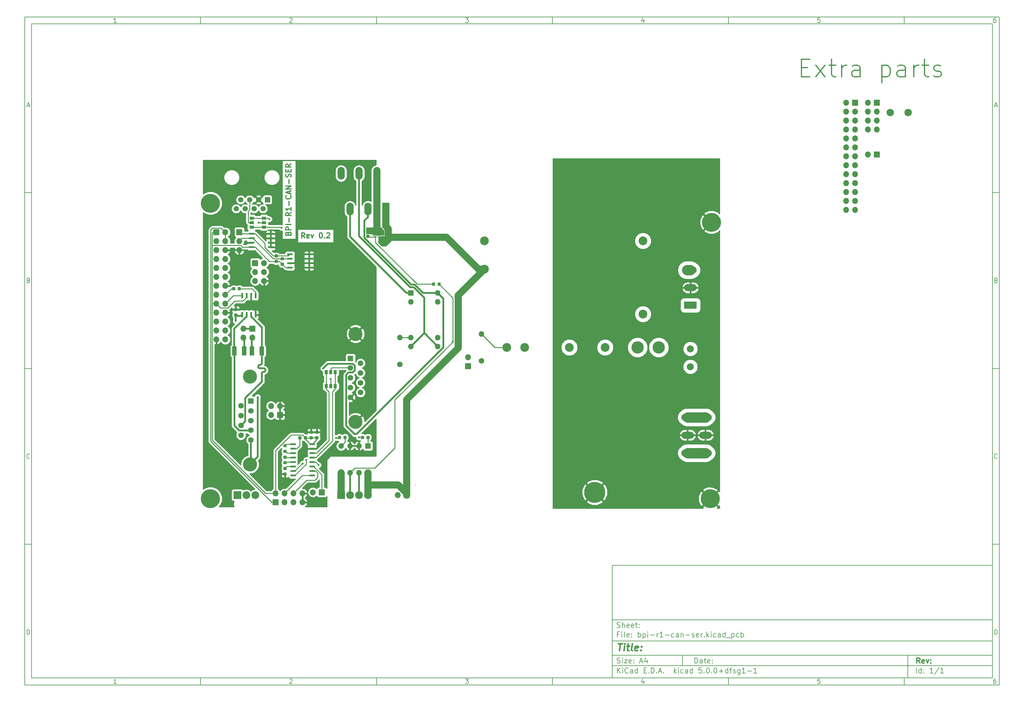
<source format=gtl>
G04 #@! TF.GenerationSoftware,KiCad,Pcbnew,5.0.0+dfsg1-1*
G04 #@! TF.CreationDate,2018-08-14T17:59:13+02:00*
G04 #@! TF.ProjectId,bpi-r1-can-ser,6270692D72312D63616E2D7365722E6B,rev?*
G04 #@! TF.SameCoordinates,Original*
G04 #@! TF.FileFunction,Copper,L1,Top,Signal*
G04 #@! TF.FilePolarity,Positive*
%FSLAX46Y46*%
G04 Gerber Fmt 4.6, Leading zero omitted, Abs format (unit mm)*
G04 Created by KiCad (PCBNEW 5.0.0+dfsg1-1) date Tue Aug 14 17:59:13 2018*
%MOMM*%
%LPD*%
G01*
G04 APERTURE LIST*
%ADD10C,0.100000*%
%ADD11C,0.150000*%
%ADD12C,0.300000*%
%ADD13C,0.400000*%
G04 #@! TA.AperFunction,NonConductor*
%ADD14C,0.300000*%
G04 #@! TD*
G04 #@! TA.AperFunction,ComponentPad*
%ADD15R,1.600000X1.600000*%
G04 #@! TD*
G04 #@! TA.AperFunction,ComponentPad*
%ADD16C,1.600000*%
G04 #@! TD*
G04 #@! TA.AperFunction,ComponentPad*
%ADD17C,4.000000*%
G04 #@! TD*
G04 #@! TA.AperFunction,ComponentPad*
%ADD18R,1.700000X1.700000*%
G04 #@! TD*
G04 #@! TA.AperFunction,ComponentPad*
%ADD19O,1.700000X1.700000*%
G04 #@! TD*
G04 #@! TA.AperFunction,ComponentPad*
%ADD20C,2.100000*%
G04 #@! TD*
G04 #@! TA.AperFunction,ComponentPad*
%ADD21R,3.600000X2.000000*%
G04 #@! TD*
G04 #@! TA.AperFunction,ComponentPad*
%ADD22O,3.600000X2.000000*%
G04 #@! TD*
G04 #@! TA.AperFunction,ComponentPad*
%ADD23C,2.500000*%
G04 #@! TD*
G04 #@! TA.AperFunction,ComponentPad*
%ADD24O,1.600000X1.600000*%
G04 #@! TD*
G04 #@! TA.AperFunction,SMDPad,CuDef*
%ADD25R,0.970000X1.270000*%
G04 #@! TD*
G04 #@! TA.AperFunction,SMDPad,CuDef*
%ADD26R,1.270000X0.970000*%
G04 #@! TD*
G04 #@! TA.AperFunction,ComponentPad*
%ADD27C,3.500120*%
G04 #@! TD*
G04 #@! TA.AperFunction,ComponentPad*
%ADD28C,5.999480*%
G04 #@! TD*
G04 #@! TA.AperFunction,SMDPad,CuDef*
%ADD29R,0.650000X0.350000*%
G04 #@! TD*
G04 #@! TA.AperFunction,SMDPad,CuDef*
%ADD30R,0.830000X0.280000*%
G04 #@! TD*
G04 #@! TA.AperFunction,SMDPad,CuDef*
%ADD31R,1.250000X1.050000*%
G04 #@! TD*
G04 #@! TA.AperFunction,Conductor*
%ADD32C,0.100000*%
G04 #@! TD*
G04 #@! TA.AperFunction,SMDPad,CuDef*
%ADD33C,0.875000*%
G04 #@! TD*
G04 #@! TA.AperFunction,ComponentPad*
%ADD34C,2.000000*%
G04 #@! TD*
G04 #@! TA.AperFunction,ComponentPad*
%ADD35C,5.400000*%
G04 #@! TD*
G04 #@! TA.AperFunction,ComponentPad*
%ADD36R,1.500000X1.500000*%
G04 #@! TD*
G04 #@! TA.AperFunction,ComponentPad*
%ADD37C,1.500000*%
G04 #@! TD*
G04 #@! TA.AperFunction,ComponentPad*
%ADD38R,2.200000X2.200000*%
G04 #@! TD*
G04 #@! TA.AperFunction,ComponentPad*
%ADD39C,2.200000*%
G04 #@! TD*
G04 #@! TA.AperFunction,SMDPad,CuDef*
%ADD40C,1.250000*%
G04 #@! TD*
G04 #@! TA.AperFunction,SMDPad,CuDef*
%ADD41R,1.500000X0.600000*%
G04 #@! TD*
G04 #@! TA.AperFunction,SMDPad,CuDef*
%ADD42R,0.600000X1.550000*%
G04 #@! TD*
G04 #@! TA.AperFunction,SMDPad,CuDef*
%ADD43R,1.550000X0.600000*%
G04 #@! TD*
G04 #@! TA.AperFunction,ComponentPad*
%ADD44R,2.080000X3.600000*%
G04 #@! TD*
G04 #@! TA.AperFunction,ComponentPad*
%ADD45O,2.080000X3.600000*%
G04 #@! TD*
G04 #@! TA.AperFunction,ViaPad*
%ADD46C,0.600000*%
G04 #@! TD*
G04 #@! TA.AperFunction,Conductor*
%ADD47C,0.250000*%
G04 #@! TD*
G04 #@! TA.AperFunction,Conductor*
%ADD48C,0.500000*%
G04 #@! TD*
G04 #@! TA.AperFunction,Conductor*
%ADD49C,2.000000*%
G04 #@! TD*
G04 #@! TA.AperFunction,Conductor*
%ADD50C,3.000000*%
G04 #@! TD*
G04 #@! TA.AperFunction,Conductor*
%ADD51C,0.254000*%
G04 #@! TD*
G04 APERTURE END LIST*
D10*
D11*
X177002200Y-166007200D02*
X177002200Y-198007200D01*
X285002200Y-198007200D01*
X285002200Y-166007200D01*
X177002200Y-166007200D01*
D10*
D11*
X10000000Y-10000000D02*
X10000000Y-200007200D01*
X287002200Y-200007200D01*
X287002200Y-10000000D01*
X10000000Y-10000000D01*
D10*
D11*
X12000000Y-12000000D02*
X12000000Y-198007200D01*
X285002200Y-198007200D01*
X285002200Y-12000000D01*
X12000000Y-12000000D01*
D10*
D11*
X60000000Y-12000000D02*
X60000000Y-10000000D01*
D10*
D11*
X110000000Y-12000000D02*
X110000000Y-10000000D01*
D10*
D11*
X160000000Y-12000000D02*
X160000000Y-10000000D01*
D10*
D11*
X210000000Y-12000000D02*
X210000000Y-10000000D01*
D10*
D11*
X260000000Y-12000000D02*
X260000000Y-10000000D01*
D10*
D11*
X36065476Y-11588095D02*
X35322619Y-11588095D01*
X35694047Y-11588095D02*
X35694047Y-10288095D01*
X35570238Y-10473809D01*
X35446428Y-10597619D01*
X35322619Y-10659523D01*
D10*
D11*
X85322619Y-10411904D02*
X85384523Y-10350000D01*
X85508333Y-10288095D01*
X85817857Y-10288095D01*
X85941666Y-10350000D01*
X86003571Y-10411904D01*
X86065476Y-10535714D01*
X86065476Y-10659523D01*
X86003571Y-10845238D01*
X85260714Y-11588095D01*
X86065476Y-11588095D01*
D10*
D11*
X135260714Y-10288095D02*
X136065476Y-10288095D01*
X135632142Y-10783333D01*
X135817857Y-10783333D01*
X135941666Y-10845238D01*
X136003571Y-10907142D01*
X136065476Y-11030952D01*
X136065476Y-11340476D01*
X136003571Y-11464285D01*
X135941666Y-11526190D01*
X135817857Y-11588095D01*
X135446428Y-11588095D01*
X135322619Y-11526190D01*
X135260714Y-11464285D01*
D10*
D11*
X185941666Y-10721428D02*
X185941666Y-11588095D01*
X185632142Y-10226190D02*
X185322619Y-11154761D01*
X186127380Y-11154761D01*
D10*
D11*
X236003571Y-10288095D02*
X235384523Y-10288095D01*
X235322619Y-10907142D01*
X235384523Y-10845238D01*
X235508333Y-10783333D01*
X235817857Y-10783333D01*
X235941666Y-10845238D01*
X236003571Y-10907142D01*
X236065476Y-11030952D01*
X236065476Y-11340476D01*
X236003571Y-11464285D01*
X235941666Y-11526190D01*
X235817857Y-11588095D01*
X235508333Y-11588095D01*
X235384523Y-11526190D01*
X235322619Y-11464285D01*
D10*
D11*
X285941666Y-10288095D02*
X285694047Y-10288095D01*
X285570238Y-10350000D01*
X285508333Y-10411904D01*
X285384523Y-10597619D01*
X285322619Y-10845238D01*
X285322619Y-11340476D01*
X285384523Y-11464285D01*
X285446428Y-11526190D01*
X285570238Y-11588095D01*
X285817857Y-11588095D01*
X285941666Y-11526190D01*
X286003571Y-11464285D01*
X286065476Y-11340476D01*
X286065476Y-11030952D01*
X286003571Y-10907142D01*
X285941666Y-10845238D01*
X285817857Y-10783333D01*
X285570238Y-10783333D01*
X285446428Y-10845238D01*
X285384523Y-10907142D01*
X285322619Y-11030952D01*
D10*
D11*
X60000000Y-198007200D02*
X60000000Y-200007200D01*
D10*
D11*
X110000000Y-198007200D02*
X110000000Y-200007200D01*
D10*
D11*
X160000000Y-198007200D02*
X160000000Y-200007200D01*
D10*
D11*
X210000000Y-198007200D02*
X210000000Y-200007200D01*
D10*
D11*
X260000000Y-198007200D02*
X260000000Y-200007200D01*
D10*
D11*
X36065476Y-199595295D02*
X35322619Y-199595295D01*
X35694047Y-199595295D02*
X35694047Y-198295295D01*
X35570238Y-198481009D01*
X35446428Y-198604819D01*
X35322619Y-198666723D01*
D10*
D11*
X85322619Y-198419104D02*
X85384523Y-198357200D01*
X85508333Y-198295295D01*
X85817857Y-198295295D01*
X85941666Y-198357200D01*
X86003571Y-198419104D01*
X86065476Y-198542914D01*
X86065476Y-198666723D01*
X86003571Y-198852438D01*
X85260714Y-199595295D01*
X86065476Y-199595295D01*
D10*
D11*
X135260714Y-198295295D02*
X136065476Y-198295295D01*
X135632142Y-198790533D01*
X135817857Y-198790533D01*
X135941666Y-198852438D01*
X136003571Y-198914342D01*
X136065476Y-199038152D01*
X136065476Y-199347676D01*
X136003571Y-199471485D01*
X135941666Y-199533390D01*
X135817857Y-199595295D01*
X135446428Y-199595295D01*
X135322619Y-199533390D01*
X135260714Y-199471485D01*
D10*
D11*
X185941666Y-198728628D02*
X185941666Y-199595295D01*
X185632142Y-198233390D02*
X185322619Y-199161961D01*
X186127380Y-199161961D01*
D10*
D11*
X236003571Y-198295295D02*
X235384523Y-198295295D01*
X235322619Y-198914342D01*
X235384523Y-198852438D01*
X235508333Y-198790533D01*
X235817857Y-198790533D01*
X235941666Y-198852438D01*
X236003571Y-198914342D01*
X236065476Y-199038152D01*
X236065476Y-199347676D01*
X236003571Y-199471485D01*
X235941666Y-199533390D01*
X235817857Y-199595295D01*
X235508333Y-199595295D01*
X235384523Y-199533390D01*
X235322619Y-199471485D01*
D10*
D11*
X285941666Y-198295295D02*
X285694047Y-198295295D01*
X285570238Y-198357200D01*
X285508333Y-198419104D01*
X285384523Y-198604819D01*
X285322619Y-198852438D01*
X285322619Y-199347676D01*
X285384523Y-199471485D01*
X285446428Y-199533390D01*
X285570238Y-199595295D01*
X285817857Y-199595295D01*
X285941666Y-199533390D01*
X286003571Y-199471485D01*
X286065476Y-199347676D01*
X286065476Y-199038152D01*
X286003571Y-198914342D01*
X285941666Y-198852438D01*
X285817857Y-198790533D01*
X285570238Y-198790533D01*
X285446428Y-198852438D01*
X285384523Y-198914342D01*
X285322619Y-199038152D01*
D10*
D11*
X10000000Y-60000000D02*
X12000000Y-60000000D01*
D10*
D11*
X10000000Y-110000000D02*
X12000000Y-110000000D01*
D10*
D11*
X10000000Y-160000000D02*
X12000000Y-160000000D01*
D10*
D11*
X10690476Y-35216666D02*
X11309523Y-35216666D01*
X10566666Y-35588095D02*
X11000000Y-34288095D01*
X11433333Y-35588095D01*
D10*
D11*
X11092857Y-84907142D02*
X11278571Y-84969047D01*
X11340476Y-85030952D01*
X11402380Y-85154761D01*
X11402380Y-85340476D01*
X11340476Y-85464285D01*
X11278571Y-85526190D01*
X11154761Y-85588095D01*
X10659523Y-85588095D01*
X10659523Y-84288095D01*
X11092857Y-84288095D01*
X11216666Y-84350000D01*
X11278571Y-84411904D01*
X11340476Y-84535714D01*
X11340476Y-84659523D01*
X11278571Y-84783333D01*
X11216666Y-84845238D01*
X11092857Y-84907142D01*
X10659523Y-84907142D01*
D10*
D11*
X11402380Y-135464285D02*
X11340476Y-135526190D01*
X11154761Y-135588095D01*
X11030952Y-135588095D01*
X10845238Y-135526190D01*
X10721428Y-135402380D01*
X10659523Y-135278571D01*
X10597619Y-135030952D01*
X10597619Y-134845238D01*
X10659523Y-134597619D01*
X10721428Y-134473809D01*
X10845238Y-134350000D01*
X11030952Y-134288095D01*
X11154761Y-134288095D01*
X11340476Y-134350000D01*
X11402380Y-134411904D01*
D10*
D11*
X10659523Y-185588095D02*
X10659523Y-184288095D01*
X10969047Y-184288095D01*
X11154761Y-184350000D01*
X11278571Y-184473809D01*
X11340476Y-184597619D01*
X11402380Y-184845238D01*
X11402380Y-185030952D01*
X11340476Y-185278571D01*
X11278571Y-185402380D01*
X11154761Y-185526190D01*
X10969047Y-185588095D01*
X10659523Y-185588095D01*
D10*
D11*
X287002200Y-60000000D02*
X285002200Y-60000000D01*
D10*
D11*
X287002200Y-110000000D02*
X285002200Y-110000000D01*
D10*
D11*
X287002200Y-160000000D02*
X285002200Y-160000000D01*
D10*
D11*
X285692676Y-35216666D02*
X286311723Y-35216666D01*
X285568866Y-35588095D02*
X286002200Y-34288095D01*
X286435533Y-35588095D01*
D10*
D11*
X286095057Y-84907142D02*
X286280771Y-84969047D01*
X286342676Y-85030952D01*
X286404580Y-85154761D01*
X286404580Y-85340476D01*
X286342676Y-85464285D01*
X286280771Y-85526190D01*
X286156961Y-85588095D01*
X285661723Y-85588095D01*
X285661723Y-84288095D01*
X286095057Y-84288095D01*
X286218866Y-84350000D01*
X286280771Y-84411904D01*
X286342676Y-84535714D01*
X286342676Y-84659523D01*
X286280771Y-84783333D01*
X286218866Y-84845238D01*
X286095057Y-84907142D01*
X285661723Y-84907142D01*
D10*
D11*
X286404580Y-135464285D02*
X286342676Y-135526190D01*
X286156961Y-135588095D01*
X286033152Y-135588095D01*
X285847438Y-135526190D01*
X285723628Y-135402380D01*
X285661723Y-135278571D01*
X285599819Y-135030952D01*
X285599819Y-134845238D01*
X285661723Y-134597619D01*
X285723628Y-134473809D01*
X285847438Y-134350000D01*
X286033152Y-134288095D01*
X286156961Y-134288095D01*
X286342676Y-134350000D01*
X286404580Y-134411904D01*
D10*
D11*
X285661723Y-185588095D02*
X285661723Y-184288095D01*
X285971247Y-184288095D01*
X286156961Y-184350000D01*
X286280771Y-184473809D01*
X286342676Y-184597619D01*
X286404580Y-184845238D01*
X286404580Y-185030952D01*
X286342676Y-185278571D01*
X286280771Y-185402380D01*
X286156961Y-185526190D01*
X285971247Y-185588095D01*
X285661723Y-185588095D01*
D10*
D11*
X200434342Y-193785771D02*
X200434342Y-192285771D01*
X200791485Y-192285771D01*
X201005771Y-192357200D01*
X201148628Y-192500057D01*
X201220057Y-192642914D01*
X201291485Y-192928628D01*
X201291485Y-193142914D01*
X201220057Y-193428628D01*
X201148628Y-193571485D01*
X201005771Y-193714342D01*
X200791485Y-193785771D01*
X200434342Y-193785771D01*
X202577200Y-193785771D02*
X202577200Y-193000057D01*
X202505771Y-192857200D01*
X202362914Y-192785771D01*
X202077200Y-192785771D01*
X201934342Y-192857200D01*
X202577200Y-193714342D02*
X202434342Y-193785771D01*
X202077200Y-193785771D01*
X201934342Y-193714342D01*
X201862914Y-193571485D01*
X201862914Y-193428628D01*
X201934342Y-193285771D01*
X202077200Y-193214342D01*
X202434342Y-193214342D01*
X202577200Y-193142914D01*
X203077200Y-192785771D02*
X203648628Y-192785771D01*
X203291485Y-192285771D02*
X203291485Y-193571485D01*
X203362914Y-193714342D01*
X203505771Y-193785771D01*
X203648628Y-193785771D01*
X204720057Y-193714342D02*
X204577200Y-193785771D01*
X204291485Y-193785771D01*
X204148628Y-193714342D01*
X204077200Y-193571485D01*
X204077200Y-193000057D01*
X204148628Y-192857200D01*
X204291485Y-192785771D01*
X204577200Y-192785771D01*
X204720057Y-192857200D01*
X204791485Y-193000057D01*
X204791485Y-193142914D01*
X204077200Y-193285771D01*
X205434342Y-193642914D02*
X205505771Y-193714342D01*
X205434342Y-193785771D01*
X205362914Y-193714342D01*
X205434342Y-193642914D01*
X205434342Y-193785771D01*
X205434342Y-192857200D02*
X205505771Y-192928628D01*
X205434342Y-193000057D01*
X205362914Y-192928628D01*
X205434342Y-192857200D01*
X205434342Y-193000057D01*
D10*
D11*
X177002200Y-194507200D02*
X285002200Y-194507200D01*
D10*
D11*
X178434342Y-196585771D02*
X178434342Y-195085771D01*
X179291485Y-196585771D02*
X178648628Y-195728628D01*
X179291485Y-195085771D02*
X178434342Y-195942914D01*
X179934342Y-196585771D02*
X179934342Y-195585771D01*
X179934342Y-195085771D02*
X179862914Y-195157200D01*
X179934342Y-195228628D01*
X180005771Y-195157200D01*
X179934342Y-195085771D01*
X179934342Y-195228628D01*
X181505771Y-196442914D02*
X181434342Y-196514342D01*
X181220057Y-196585771D01*
X181077200Y-196585771D01*
X180862914Y-196514342D01*
X180720057Y-196371485D01*
X180648628Y-196228628D01*
X180577200Y-195942914D01*
X180577200Y-195728628D01*
X180648628Y-195442914D01*
X180720057Y-195300057D01*
X180862914Y-195157200D01*
X181077200Y-195085771D01*
X181220057Y-195085771D01*
X181434342Y-195157200D01*
X181505771Y-195228628D01*
X182791485Y-196585771D02*
X182791485Y-195800057D01*
X182720057Y-195657200D01*
X182577200Y-195585771D01*
X182291485Y-195585771D01*
X182148628Y-195657200D01*
X182791485Y-196514342D02*
X182648628Y-196585771D01*
X182291485Y-196585771D01*
X182148628Y-196514342D01*
X182077200Y-196371485D01*
X182077200Y-196228628D01*
X182148628Y-196085771D01*
X182291485Y-196014342D01*
X182648628Y-196014342D01*
X182791485Y-195942914D01*
X184148628Y-196585771D02*
X184148628Y-195085771D01*
X184148628Y-196514342D02*
X184005771Y-196585771D01*
X183720057Y-196585771D01*
X183577200Y-196514342D01*
X183505771Y-196442914D01*
X183434342Y-196300057D01*
X183434342Y-195871485D01*
X183505771Y-195728628D01*
X183577200Y-195657200D01*
X183720057Y-195585771D01*
X184005771Y-195585771D01*
X184148628Y-195657200D01*
X186005771Y-195800057D02*
X186505771Y-195800057D01*
X186720057Y-196585771D02*
X186005771Y-196585771D01*
X186005771Y-195085771D01*
X186720057Y-195085771D01*
X187362914Y-196442914D02*
X187434342Y-196514342D01*
X187362914Y-196585771D01*
X187291485Y-196514342D01*
X187362914Y-196442914D01*
X187362914Y-196585771D01*
X188077200Y-196585771D02*
X188077200Y-195085771D01*
X188434342Y-195085771D01*
X188648628Y-195157200D01*
X188791485Y-195300057D01*
X188862914Y-195442914D01*
X188934342Y-195728628D01*
X188934342Y-195942914D01*
X188862914Y-196228628D01*
X188791485Y-196371485D01*
X188648628Y-196514342D01*
X188434342Y-196585771D01*
X188077200Y-196585771D01*
X189577200Y-196442914D02*
X189648628Y-196514342D01*
X189577200Y-196585771D01*
X189505771Y-196514342D01*
X189577200Y-196442914D01*
X189577200Y-196585771D01*
X190220057Y-196157200D02*
X190934342Y-196157200D01*
X190077200Y-196585771D02*
X190577200Y-195085771D01*
X191077200Y-196585771D01*
X191577200Y-196442914D02*
X191648628Y-196514342D01*
X191577200Y-196585771D01*
X191505771Y-196514342D01*
X191577200Y-196442914D01*
X191577200Y-196585771D01*
X194577200Y-196585771D02*
X194577200Y-195085771D01*
X194720057Y-196014342D02*
X195148628Y-196585771D01*
X195148628Y-195585771D02*
X194577200Y-196157200D01*
X195791485Y-196585771D02*
X195791485Y-195585771D01*
X195791485Y-195085771D02*
X195720057Y-195157200D01*
X195791485Y-195228628D01*
X195862914Y-195157200D01*
X195791485Y-195085771D01*
X195791485Y-195228628D01*
X197148628Y-196514342D02*
X197005771Y-196585771D01*
X196720057Y-196585771D01*
X196577200Y-196514342D01*
X196505771Y-196442914D01*
X196434342Y-196300057D01*
X196434342Y-195871485D01*
X196505771Y-195728628D01*
X196577200Y-195657200D01*
X196720057Y-195585771D01*
X197005771Y-195585771D01*
X197148628Y-195657200D01*
X198434342Y-196585771D02*
X198434342Y-195800057D01*
X198362914Y-195657200D01*
X198220057Y-195585771D01*
X197934342Y-195585771D01*
X197791485Y-195657200D01*
X198434342Y-196514342D02*
X198291485Y-196585771D01*
X197934342Y-196585771D01*
X197791485Y-196514342D01*
X197720057Y-196371485D01*
X197720057Y-196228628D01*
X197791485Y-196085771D01*
X197934342Y-196014342D01*
X198291485Y-196014342D01*
X198434342Y-195942914D01*
X199791485Y-196585771D02*
X199791485Y-195085771D01*
X199791485Y-196514342D02*
X199648628Y-196585771D01*
X199362914Y-196585771D01*
X199220057Y-196514342D01*
X199148628Y-196442914D01*
X199077200Y-196300057D01*
X199077200Y-195871485D01*
X199148628Y-195728628D01*
X199220057Y-195657200D01*
X199362914Y-195585771D01*
X199648628Y-195585771D01*
X199791485Y-195657200D01*
X202362914Y-195085771D02*
X201648628Y-195085771D01*
X201577200Y-195800057D01*
X201648628Y-195728628D01*
X201791485Y-195657200D01*
X202148628Y-195657200D01*
X202291485Y-195728628D01*
X202362914Y-195800057D01*
X202434342Y-195942914D01*
X202434342Y-196300057D01*
X202362914Y-196442914D01*
X202291485Y-196514342D01*
X202148628Y-196585771D01*
X201791485Y-196585771D01*
X201648628Y-196514342D01*
X201577200Y-196442914D01*
X203077200Y-196442914D02*
X203148628Y-196514342D01*
X203077200Y-196585771D01*
X203005771Y-196514342D01*
X203077200Y-196442914D01*
X203077200Y-196585771D01*
X204077200Y-195085771D02*
X204220057Y-195085771D01*
X204362914Y-195157200D01*
X204434342Y-195228628D01*
X204505771Y-195371485D01*
X204577200Y-195657200D01*
X204577200Y-196014342D01*
X204505771Y-196300057D01*
X204434342Y-196442914D01*
X204362914Y-196514342D01*
X204220057Y-196585771D01*
X204077200Y-196585771D01*
X203934342Y-196514342D01*
X203862914Y-196442914D01*
X203791485Y-196300057D01*
X203720057Y-196014342D01*
X203720057Y-195657200D01*
X203791485Y-195371485D01*
X203862914Y-195228628D01*
X203934342Y-195157200D01*
X204077200Y-195085771D01*
X205220057Y-196442914D02*
X205291485Y-196514342D01*
X205220057Y-196585771D01*
X205148628Y-196514342D01*
X205220057Y-196442914D01*
X205220057Y-196585771D01*
X206220057Y-195085771D02*
X206362914Y-195085771D01*
X206505771Y-195157200D01*
X206577200Y-195228628D01*
X206648628Y-195371485D01*
X206720057Y-195657200D01*
X206720057Y-196014342D01*
X206648628Y-196300057D01*
X206577200Y-196442914D01*
X206505771Y-196514342D01*
X206362914Y-196585771D01*
X206220057Y-196585771D01*
X206077200Y-196514342D01*
X206005771Y-196442914D01*
X205934342Y-196300057D01*
X205862914Y-196014342D01*
X205862914Y-195657200D01*
X205934342Y-195371485D01*
X206005771Y-195228628D01*
X206077200Y-195157200D01*
X206220057Y-195085771D01*
X207362914Y-196014342D02*
X208505771Y-196014342D01*
X207934342Y-196585771D02*
X207934342Y-195442914D01*
X209862914Y-196585771D02*
X209862914Y-195085771D01*
X209862914Y-196514342D02*
X209720057Y-196585771D01*
X209434342Y-196585771D01*
X209291485Y-196514342D01*
X209220057Y-196442914D01*
X209148628Y-196300057D01*
X209148628Y-195871485D01*
X209220057Y-195728628D01*
X209291485Y-195657200D01*
X209434342Y-195585771D01*
X209720057Y-195585771D01*
X209862914Y-195657200D01*
X210362914Y-195585771D02*
X210934342Y-195585771D01*
X210577200Y-196585771D02*
X210577200Y-195300057D01*
X210648628Y-195157200D01*
X210791485Y-195085771D01*
X210934342Y-195085771D01*
X211362914Y-196514342D02*
X211505771Y-196585771D01*
X211791485Y-196585771D01*
X211934342Y-196514342D01*
X212005771Y-196371485D01*
X212005771Y-196300057D01*
X211934342Y-196157200D01*
X211791485Y-196085771D01*
X211577200Y-196085771D01*
X211434342Y-196014342D01*
X211362914Y-195871485D01*
X211362914Y-195800057D01*
X211434342Y-195657200D01*
X211577200Y-195585771D01*
X211791485Y-195585771D01*
X211934342Y-195657200D01*
X213291485Y-195585771D02*
X213291485Y-196800057D01*
X213220057Y-196942914D01*
X213148628Y-197014342D01*
X213005771Y-197085771D01*
X212791485Y-197085771D01*
X212648628Y-197014342D01*
X213291485Y-196514342D02*
X213148628Y-196585771D01*
X212862914Y-196585771D01*
X212720057Y-196514342D01*
X212648628Y-196442914D01*
X212577200Y-196300057D01*
X212577200Y-195871485D01*
X212648628Y-195728628D01*
X212720057Y-195657200D01*
X212862914Y-195585771D01*
X213148628Y-195585771D01*
X213291485Y-195657200D01*
X214791485Y-196585771D02*
X213934342Y-196585771D01*
X214362914Y-196585771D02*
X214362914Y-195085771D01*
X214220057Y-195300057D01*
X214077200Y-195442914D01*
X213934342Y-195514342D01*
X215434342Y-196014342D02*
X216577200Y-196014342D01*
X218077200Y-196585771D02*
X217220057Y-196585771D01*
X217648628Y-196585771D02*
X217648628Y-195085771D01*
X217505771Y-195300057D01*
X217362914Y-195442914D01*
X217220057Y-195514342D01*
D10*
D11*
X177002200Y-191507200D02*
X285002200Y-191507200D01*
D10*
D12*
X264411485Y-193785771D02*
X263911485Y-193071485D01*
X263554342Y-193785771D02*
X263554342Y-192285771D01*
X264125771Y-192285771D01*
X264268628Y-192357200D01*
X264340057Y-192428628D01*
X264411485Y-192571485D01*
X264411485Y-192785771D01*
X264340057Y-192928628D01*
X264268628Y-193000057D01*
X264125771Y-193071485D01*
X263554342Y-193071485D01*
X265625771Y-193714342D02*
X265482914Y-193785771D01*
X265197200Y-193785771D01*
X265054342Y-193714342D01*
X264982914Y-193571485D01*
X264982914Y-193000057D01*
X265054342Y-192857200D01*
X265197200Y-192785771D01*
X265482914Y-192785771D01*
X265625771Y-192857200D01*
X265697200Y-193000057D01*
X265697200Y-193142914D01*
X264982914Y-193285771D01*
X266197200Y-192785771D02*
X266554342Y-193785771D01*
X266911485Y-192785771D01*
X267482914Y-193642914D02*
X267554342Y-193714342D01*
X267482914Y-193785771D01*
X267411485Y-193714342D01*
X267482914Y-193642914D01*
X267482914Y-193785771D01*
X267482914Y-192857200D02*
X267554342Y-192928628D01*
X267482914Y-193000057D01*
X267411485Y-192928628D01*
X267482914Y-192857200D01*
X267482914Y-193000057D01*
D10*
D11*
X178362914Y-193714342D02*
X178577200Y-193785771D01*
X178934342Y-193785771D01*
X179077200Y-193714342D01*
X179148628Y-193642914D01*
X179220057Y-193500057D01*
X179220057Y-193357200D01*
X179148628Y-193214342D01*
X179077200Y-193142914D01*
X178934342Y-193071485D01*
X178648628Y-193000057D01*
X178505771Y-192928628D01*
X178434342Y-192857200D01*
X178362914Y-192714342D01*
X178362914Y-192571485D01*
X178434342Y-192428628D01*
X178505771Y-192357200D01*
X178648628Y-192285771D01*
X179005771Y-192285771D01*
X179220057Y-192357200D01*
X179862914Y-193785771D02*
X179862914Y-192785771D01*
X179862914Y-192285771D02*
X179791485Y-192357200D01*
X179862914Y-192428628D01*
X179934342Y-192357200D01*
X179862914Y-192285771D01*
X179862914Y-192428628D01*
X180434342Y-192785771D02*
X181220057Y-192785771D01*
X180434342Y-193785771D01*
X181220057Y-193785771D01*
X182362914Y-193714342D02*
X182220057Y-193785771D01*
X181934342Y-193785771D01*
X181791485Y-193714342D01*
X181720057Y-193571485D01*
X181720057Y-193000057D01*
X181791485Y-192857200D01*
X181934342Y-192785771D01*
X182220057Y-192785771D01*
X182362914Y-192857200D01*
X182434342Y-193000057D01*
X182434342Y-193142914D01*
X181720057Y-193285771D01*
X183077200Y-193642914D02*
X183148628Y-193714342D01*
X183077200Y-193785771D01*
X183005771Y-193714342D01*
X183077200Y-193642914D01*
X183077200Y-193785771D01*
X183077200Y-192857200D02*
X183148628Y-192928628D01*
X183077200Y-193000057D01*
X183005771Y-192928628D01*
X183077200Y-192857200D01*
X183077200Y-193000057D01*
X184862914Y-193357200D02*
X185577200Y-193357200D01*
X184720057Y-193785771D02*
X185220057Y-192285771D01*
X185720057Y-193785771D01*
X186862914Y-192785771D02*
X186862914Y-193785771D01*
X186505771Y-192214342D02*
X186148628Y-193285771D01*
X187077200Y-193285771D01*
D10*
D11*
X263434342Y-196585771D02*
X263434342Y-195085771D01*
X264791485Y-196585771D02*
X264791485Y-195085771D01*
X264791485Y-196514342D02*
X264648628Y-196585771D01*
X264362914Y-196585771D01*
X264220057Y-196514342D01*
X264148628Y-196442914D01*
X264077200Y-196300057D01*
X264077200Y-195871485D01*
X264148628Y-195728628D01*
X264220057Y-195657200D01*
X264362914Y-195585771D01*
X264648628Y-195585771D01*
X264791485Y-195657200D01*
X265505771Y-196442914D02*
X265577200Y-196514342D01*
X265505771Y-196585771D01*
X265434342Y-196514342D01*
X265505771Y-196442914D01*
X265505771Y-196585771D01*
X265505771Y-195657200D02*
X265577200Y-195728628D01*
X265505771Y-195800057D01*
X265434342Y-195728628D01*
X265505771Y-195657200D01*
X265505771Y-195800057D01*
X268148628Y-196585771D02*
X267291485Y-196585771D01*
X267720057Y-196585771D02*
X267720057Y-195085771D01*
X267577200Y-195300057D01*
X267434342Y-195442914D01*
X267291485Y-195514342D01*
X269862914Y-195014342D02*
X268577200Y-196942914D01*
X271148628Y-196585771D02*
X270291485Y-196585771D01*
X270720057Y-196585771D02*
X270720057Y-195085771D01*
X270577200Y-195300057D01*
X270434342Y-195442914D01*
X270291485Y-195514342D01*
D10*
D11*
X177002200Y-187507200D02*
X285002200Y-187507200D01*
D10*
D13*
X178714580Y-188211961D02*
X179857438Y-188211961D01*
X179036009Y-190211961D02*
X179286009Y-188211961D01*
X180274104Y-190211961D02*
X180440771Y-188878628D01*
X180524104Y-188211961D02*
X180416961Y-188307200D01*
X180500295Y-188402438D01*
X180607438Y-188307200D01*
X180524104Y-188211961D01*
X180500295Y-188402438D01*
X181107438Y-188878628D02*
X181869342Y-188878628D01*
X181476485Y-188211961D02*
X181262200Y-189926247D01*
X181333628Y-190116723D01*
X181512200Y-190211961D01*
X181702676Y-190211961D01*
X182655057Y-190211961D02*
X182476485Y-190116723D01*
X182405057Y-189926247D01*
X182619342Y-188211961D01*
X184190771Y-190116723D02*
X183988390Y-190211961D01*
X183607438Y-190211961D01*
X183428866Y-190116723D01*
X183357438Y-189926247D01*
X183452676Y-189164342D01*
X183571723Y-188973866D01*
X183774104Y-188878628D01*
X184155057Y-188878628D01*
X184333628Y-188973866D01*
X184405057Y-189164342D01*
X184381247Y-189354819D01*
X183405057Y-189545295D01*
X185155057Y-190021485D02*
X185238390Y-190116723D01*
X185131247Y-190211961D01*
X185047914Y-190116723D01*
X185155057Y-190021485D01*
X185131247Y-190211961D01*
X185286009Y-188973866D02*
X185369342Y-189069104D01*
X185262200Y-189164342D01*
X185178866Y-189069104D01*
X185286009Y-188973866D01*
X185262200Y-189164342D01*
D10*
D11*
X178934342Y-185600057D02*
X178434342Y-185600057D01*
X178434342Y-186385771D02*
X178434342Y-184885771D01*
X179148628Y-184885771D01*
X179720057Y-186385771D02*
X179720057Y-185385771D01*
X179720057Y-184885771D02*
X179648628Y-184957200D01*
X179720057Y-185028628D01*
X179791485Y-184957200D01*
X179720057Y-184885771D01*
X179720057Y-185028628D01*
X180648628Y-186385771D02*
X180505771Y-186314342D01*
X180434342Y-186171485D01*
X180434342Y-184885771D01*
X181791485Y-186314342D02*
X181648628Y-186385771D01*
X181362914Y-186385771D01*
X181220057Y-186314342D01*
X181148628Y-186171485D01*
X181148628Y-185600057D01*
X181220057Y-185457200D01*
X181362914Y-185385771D01*
X181648628Y-185385771D01*
X181791485Y-185457200D01*
X181862914Y-185600057D01*
X181862914Y-185742914D01*
X181148628Y-185885771D01*
X182505771Y-186242914D02*
X182577200Y-186314342D01*
X182505771Y-186385771D01*
X182434342Y-186314342D01*
X182505771Y-186242914D01*
X182505771Y-186385771D01*
X182505771Y-185457200D02*
X182577200Y-185528628D01*
X182505771Y-185600057D01*
X182434342Y-185528628D01*
X182505771Y-185457200D01*
X182505771Y-185600057D01*
X184362914Y-186385771D02*
X184362914Y-184885771D01*
X184362914Y-185457200D02*
X184505771Y-185385771D01*
X184791485Y-185385771D01*
X184934342Y-185457200D01*
X185005771Y-185528628D01*
X185077200Y-185671485D01*
X185077200Y-186100057D01*
X185005771Y-186242914D01*
X184934342Y-186314342D01*
X184791485Y-186385771D01*
X184505771Y-186385771D01*
X184362914Y-186314342D01*
X185720057Y-185385771D02*
X185720057Y-186885771D01*
X185720057Y-185457200D02*
X185862914Y-185385771D01*
X186148628Y-185385771D01*
X186291485Y-185457200D01*
X186362914Y-185528628D01*
X186434342Y-185671485D01*
X186434342Y-186100057D01*
X186362914Y-186242914D01*
X186291485Y-186314342D01*
X186148628Y-186385771D01*
X185862914Y-186385771D01*
X185720057Y-186314342D01*
X187077200Y-186385771D02*
X187077200Y-185385771D01*
X187077200Y-184885771D02*
X187005771Y-184957200D01*
X187077200Y-185028628D01*
X187148628Y-184957200D01*
X187077200Y-184885771D01*
X187077200Y-185028628D01*
X187791485Y-185814342D02*
X188934342Y-185814342D01*
X189648628Y-186385771D02*
X189648628Y-185385771D01*
X189648628Y-185671485D02*
X189720057Y-185528628D01*
X189791485Y-185457200D01*
X189934342Y-185385771D01*
X190077200Y-185385771D01*
X191362914Y-186385771D02*
X190505771Y-186385771D01*
X190934342Y-186385771D02*
X190934342Y-184885771D01*
X190791485Y-185100057D01*
X190648628Y-185242914D01*
X190505771Y-185314342D01*
X192005771Y-185814342D02*
X193148628Y-185814342D01*
X194505771Y-186314342D02*
X194362914Y-186385771D01*
X194077200Y-186385771D01*
X193934342Y-186314342D01*
X193862914Y-186242914D01*
X193791485Y-186100057D01*
X193791485Y-185671485D01*
X193862914Y-185528628D01*
X193934342Y-185457200D01*
X194077200Y-185385771D01*
X194362914Y-185385771D01*
X194505771Y-185457200D01*
X195791485Y-186385771D02*
X195791485Y-185600057D01*
X195720057Y-185457200D01*
X195577200Y-185385771D01*
X195291485Y-185385771D01*
X195148628Y-185457200D01*
X195791485Y-186314342D02*
X195648628Y-186385771D01*
X195291485Y-186385771D01*
X195148628Y-186314342D01*
X195077200Y-186171485D01*
X195077200Y-186028628D01*
X195148628Y-185885771D01*
X195291485Y-185814342D01*
X195648628Y-185814342D01*
X195791485Y-185742914D01*
X196505771Y-185385771D02*
X196505771Y-186385771D01*
X196505771Y-185528628D02*
X196577200Y-185457200D01*
X196720057Y-185385771D01*
X196934342Y-185385771D01*
X197077200Y-185457200D01*
X197148628Y-185600057D01*
X197148628Y-186385771D01*
X197862914Y-185814342D02*
X199005771Y-185814342D01*
X199648628Y-186314342D02*
X199791485Y-186385771D01*
X200077200Y-186385771D01*
X200220057Y-186314342D01*
X200291485Y-186171485D01*
X200291485Y-186100057D01*
X200220057Y-185957200D01*
X200077200Y-185885771D01*
X199862914Y-185885771D01*
X199720057Y-185814342D01*
X199648628Y-185671485D01*
X199648628Y-185600057D01*
X199720057Y-185457200D01*
X199862914Y-185385771D01*
X200077200Y-185385771D01*
X200220057Y-185457200D01*
X201505771Y-186314342D02*
X201362914Y-186385771D01*
X201077200Y-186385771D01*
X200934342Y-186314342D01*
X200862914Y-186171485D01*
X200862914Y-185600057D01*
X200934342Y-185457200D01*
X201077200Y-185385771D01*
X201362914Y-185385771D01*
X201505771Y-185457200D01*
X201577200Y-185600057D01*
X201577200Y-185742914D01*
X200862914Y-185885771D01*
X202220057Y-186385771D02*
X202220057Y-185385771D01*
X202220057Y-185671485D02*
X202291485Y-185528628D01*
X202362914Y-185457200D01*
X202505771Y-185385771D01*
X202648628Y-185385771D01*
X203148628Y-186242914D02*
X203220057Y-186314342D01*
X203148628Y-186385771D01*
X203077200Y-186314342D01*
X203148628Y-186242914D01*
X203148628Y-186385771D01*
X203862914Y-186385771D02*
X203862914Y-184885771D01*
X204005771Y-185814342D02*
X204434342Y-186385771D01*
X204434342Y-185385771D02*
X203862914Y-185957200D01*
X205077200Y-186385771D02*
X205077200Y-185385771D01*
X205077200Y-184885771D02*
X205005771Y-184957200D01*
X205077200Y-185028628D01*
X205148628Y-184957200D01*
X205077200Y-184885771D01*
X205077200Y-185028628D01*
X206434342Y-186314342D02*
X206291485Y-186385771D01*
X206005771Y-186385771D01*
X205862914Y-186314342D01*
X205791485Y-186242914D01*
X205720057Y-186100057D01*
X205720057Y-185671485D01*
X205791485Y-185528628D01*
X205862914Y-185457200D01*
X206005771Y-185385771D01*
X206291485Y-185385771D01*
X206434342Y-185457200D01*
X207720057Y-186385771D02*
X207720057Y-185600057D01*
X207648628Y-185457200D01*
X207505771Y-185385771D01*
X207220057Y-185385771D01*
X207077200Y-185457200D01*
X207720057Y-186314342D02*
X207577200Y-186385771D01*
X207220057Y-186385771D01*
X207077200Y-186314342D01*
X207005771Y-186171485D01*
X207005771Y-186028628D01*
X207077200Y-185885771D01*
X207220057Y-185814342D01*
X207577200Y-185814342D01*
X207720057Y-185742914D01*
X209077200Y-186385771D02*
X209077200Y-184885771D01*
X209077200Y-186314342D02*
X208934342Y-186385771D01*
X208648628Y-186385771D01*
X208505771Y-186314342D01*
X208434342Y-186242914D01*
X208362914Y-186100057D01*
X208362914Y-185671485D01*
X208434342Y-185528628D01*
X208505771Y-185457200D01*
X208648628Y-185385771D01*
X208934342Y-185385771D01*
X209077200Y-185457200D01*
X209434342Y-186528628D02*
X210577200Y-186528628D01*
X210934342Y-185385771D02*
X210934342Y-186885771D01*
X210934342Y-185457200D02*
X211077200Y-185385771D01*
X211362914Y-185385771D01*
X211505771Y-185457200D01*
X211577200Y-185528628D01*
X211648628Y-185671485D01*
X211648628Y-186100057D01*
X211577200Y-186242914D01*
X211505771Y-186314342D01*
X211362914Y-186385771D01*
X211077200Y-186385771D01*
X210934342Y-186314342D01*
X212934342Y-186314342D02*
X212791485Y-186385771D01*
X212505771Y-186385771D01*
X212362914Y-186314342D01*
X212291485Y-186242914D01*
X212220057Y-186100057D01*
X212220057Y-185671485D01*
X212291485Y-185528628D01*
X212362914Y-185457200D01*
X212505771Y-185385771D01*
X212791485Y-185385771D01*
X212934342Y-185457200D01*
X213577200Y-186385771D02*
X213577200Y-184885771D01*
X213577200Y-185457200D02*
X213720057Y-185385771D01*
X214005771Y-185385771D01*
X214148628Y-185457200D01*
X214220057Y-185528628D01*
X214291485Y-185671485D01*
X214291485Y-186100057D01*
X214220057Y-186242914D01*
X214148628Y-186314342D01*
X214005771Y-186385771D01*
X213720057Y-186385771D01*
X213577200Y-186314342D01*
D10*
D11*
X177002200Y-181507200D02*
X285002200Y-181507200D01*
D10*
D11*
X178362914Y-183614342D02*
X178577200Y-183685771D01*
X178934342Y-183685771D01*
X179077200Y-183614342D01*
X179148628Y-183542914D01*
X179220057Y-183400057D01*
X179220057Y-183257200D01*
X179148628Y-183114342D01*
X179077200Y-183042914D01*
X178934342Y-182971485D01*
X178648628Y-182900057D01*
X178505771Y-182828628D01*
X178434342Y-182757200D01*
X178362914Y-182614342D01*
X178362914Y-182471485D01*
X178434342Y-182328628D01*
X178505771Y-182257200D01*
X178648628Y-182185771D01*
X179005771Y-182185771D01*
X179220057Y-182257200D01*
X179862914Y-183685771D02*
X179862914Y-182185771D01*
X180505771Y-183685771D02*
X180505771Y-182900057D01*
X180434342Y-182757200D01*
X180291485Y-182685771D01*
X180077200Y-182685771D01*
X179934342Y-182757200D01*
X179862914Y-182828628D01*
X181791485Y-183614342D02*
X181648628Y-183685771D01*
X181362914Y-183685771D01*
X181220057Y-183614342D01*
X181148628Y-183471485D01*
X181148628Y-182900057D01*
X181220057Y-182757200D01*
X181362914Y-182685771D01*
X181648628Y-182685771D01*
X181791485Y-182757200D01*
X181862914Y-182900057D01*
X181862914Y-183042914D01*
X181148628Y-183185771D01*
X183077200Y-183614342D02*
X182934342Y-183685771D01*
X182648628Y-183685771D01*
X182505771Y-183614342D01*
X182434342Y-183471485D01*
X182434342Y-182900057D01*
X182505771Y-182757200D01*
X182648628Y-182685771D01*
X182934342Y-182685771D01*
X183077200Y-182757200D01*
X183148628Y-182900057D01*
X183148628Y-183042914D01*
X182434342Y-183185771D01*
X183577200Y-182685771D02*
X184148628Y-182685771D01*
X183791485Y-182185771D02*
X183791485Y-183471485D01*
X183862914Y-183614342D01*
X184005771Y-183685771D01*
X184148628Y-183685771D01*
X184648628Y-183542914D02*
X184720057Y-183614342D01*
X184648628Y-183685771D01*
X184577200Y-183614342D01*
X184648628Y-183542914D01*
X184648628Y-183685771D01*
X184648628Y-182757200D02*
X184720057Y-182828628D01*
X184648628Y-182900057D01*
X184577200Y-182828628D01*
X184648628Y-182757200D01*
X184648628Y-182900057D01*
D10*
D11*
X197002200Y-191507200D02*
X197002200Y-194507200D01*
D10*
D11*
X261002200Y-191507200D02*
X261002200Y-198007200D01*
D14*
X230738095Y-24442857D02*
X232404761Y-24442857D01*
X233119047Y-27061904D02*
X230738095Y-27061904D01*
X230738095Y-22061904D01*
X233119047Y-22061904D01*
X234785714Y-27061904D02*
X237404761Y-23728571D01*
X234785714Y-23728571D02*
X237404761Y-27061904D01*
X238595238Y-23728571D02*
X240500000Y-23728571D01*
X239309523Y-22061904D02*
X239309523Y-26347619D01*
X239547619Y-26823809D01*
X240023809Y-27061904D01*
X240500000Y-27061904D01*
X242166666Y-27061904D02*
X242166666Y-23728571D01*
X242166666Y-24680952D02*
X242404761Y-24204761D01*
X242642857Y-23966666D01*
X243119047Y-23728571D01*
X243595238Y-23728571D01*
X247404761Y-27061904D02*
X247404761Y-24442857D01*
X247166666Y-23966666D01*
X246690476Y-23728571D01*
X245738095Y-23728571D01*
X245261904Y-23966666D01*
X247404761Y-26823809D02*
X246928571Y-27061904D01*
X245738095Y-27061904D01*
X245261904Y-26823809D01*
X245023809Y-26347619D01*
X245023809Y-25871428D01*
X245261904Y-25395238D01*
X245738095Y-25157142D01*
X246928571Y-25157142D01*
X247404761Y-24919047D01*
X253595238Y-23728571D02*
X253595238Y-28728571D01*
X253595238Y-23966666D02*
X254071428Y-23728571D01*
X255023809Y-23728571D01*
X255500000Y-23966666D01*
X255738095Y-24204761D01*
X255976190Y-24680952D01*
X255976190Y-26109523D01*
X255738095Y-26585714D01*
X255500000Y-26823809D01*
X255023809Y-27061904D01*
X254071428Y-27061904D01*
X253595238Y-26823809D01*
X260261904Y-27061904D02*
X260261904Y-24442857D01*
X260023809Y-23966666D01*
X259547619Y-23728571D01*
X258595238Y-23728571D01*
X258119047Y-23966666D01*
X260261904Y-26823809D02*
X259785714Y-27061904D01*
X258595238Y-27061904D01*
X258119047Y-26823809D01*
X257880952Y-26347619D01*
X257880952Y-25871428D01*
X258119047Y-25395238D01*
X258595238Y-25157142D01*
X259785714Y-25157142D01*
X260261904Y-24919047D01*
X262642857Y-27061904D02*
X262642857Y-23728571D01*
X262642857Y-24680952D02*
X262880952Y-24204761D01*
X263119047Y-23966666D01*
X263595238Y-23728571D01*
X264071428Y-23728571D01*
X265023809Y-23728571D02*
X266928571Y-23728571D01*
X265738095Y-22061904D02*
X265738095Y-26347619D01*
X265976190Y-26823809D01*
X266452380Y-27061904D01*
X266928571Y-27061904D01*
X268357142Y-26823809D02*
X268833333Y-27061904D01*
X269785714Y-27061904D01*
X270261904Y-26823809D01*
X270500000Y-26347619D01*
X270500000Y-26109523D01*
X270261904Y-25633333D01*
X269785714Y-25395238D01*
X269071428Y-25395238D01*
X268595238Y-25157142D01*
X268357142Y-24680952D01*
X268357142Y-24442857D01*
X268595238Y-23966666D01*
X269071428Y-23728571D01*
X269785714Y-23728571D01*
X270261904Y-23966666D01*
X89592857Y-72878571D02*
X89092857Y-72164285D01*
X88735714Y-72878571D02*
X88735714Y-71378571D01*
X89307142Y-71378571D01*
X89450000Y-71450000D01*
X89521428Y-71521428D01*
X89592857Y-71664285D01*
X89592857Y-71878571D01*
X89521428Y-72021428D01*
X89450000Y-72092857D01*
X89307142Y-72164285D01*
X88735714Y-72164285D01*
X90807142Y-72807142D02*
X90664285Y-72878571D01*
X90378571Y-72878571D01*
X90235714Y-72807142D01*
X90164285Y-72664285D01*
X90164285Y-72092857D01*
X90235714Y-71950000D01*
X90378571Y-71878571D01*
X90664285Y-71878571D01*
X90807142Y-71950000D01*
X90878571Y-72092857D01*
X90878571Y-72235714D01*
X90164285Y-72378571D01*
X91378571Y-71878571D02*
X91735714Y-72878571D01*
X92092857Y-71878571D01*
X94092857Y-71378571D02*
X94235714Y-71378571D01*
X94378571Y-71450000D01*
X94450000Y-71521428D01*
X94521428Y-71664285D01*
X94592857Y-71950000D01*
X94592857Y-72307142D01*
X94521428Y-72592857D01*
X94450000Y-72735714D01*
X94378571Y-72807142D01*
X94235714Y-72878571D01*
X94092857Y-72878571D01*
X93950000Y-72807142D01*
X93878571Y-72735714D01*
X93807142Y-72592857D01*
X93735714Y-72307142D01*
X93735714Y-71950000D01*
X93807142Y-71664285D01*
X93878571Y-71521428D01*
X93950000Y-71450000D01*
X94092857Y-71378571D01*
X95235714Y-72735714D02*
X95307142Y-72807142D01*
X95235714Y-72878571D01*
X95164285Y-72807142D01*
X95235714Y-72735714D01*
X95235714Y-72878571D01*
X95878571Y-71521428D02*
X95950000Y-71450000D01*
X96092857Y-71378571D01*
X96450000Y-71378571D01*
X96592857Y-71450000D01*
X96664285Y-71521428D01*
X96735714Y-71664285D01*
X96735714Y-71807142D01*
X96664285Y-72021428D01*
X95807142Y-72878571D01*
X96735714Y-72878571D01*
X84892857Y-71571428D02*
X84964285Y-71357142D01*
X85035714Y-71285714D01*
X85178571Y-71214285D01*
X85392857Y-71214285D01*
X85535714Y-71285714D01*
X85607142Y-71357142D01*
X85678571Y-71500000D01*
X85678571Y-72071428D01*
X84178571Y-72071428D01*
X84178571Y-71571428D01*
X84250000Y-71428571D01*
X84321428Y-71357142D01*
X84464285Y-71285714D01*
X84607142Y-71285714D01*
X84750000Y-71357142D01*
X84821428Y-71428571D01*
X84892857Y-71571428D01*
X84892857Y-72071428D01*
X85678571Y-70571428D02*
X84178571Y-70571428D01*
X84178571Y-70000000D01*
X84250000Y-69857142D01*
X84321428Y-69785714D01*
X84464285Y-69714285D01*
X84678571Y-69714285D01*
X84821428Y-69785714D01*
X84892857Y-69857142D01*
X84964285Y-70000000D01*
X84964285Y-70571428D01*
X85678571Y-69071428D02*
X84178571Y-69071428D01*
X85107142Y-68357142D02*
X85107142Y-67214285D01*
X85678571Y-65642857D02*
X84964285Y-66142857D01*
X85678571Y-66500000D02*
X84178571Y-66500000D01*
X84178571Y-65928571D01*
X84250000Y-65785714D01*
X84321428Y-65714285D01*
X84464285Y-65642857D01*
X84678571Y-65642857D01*
X84821428Y-65714285D01*
X84892857Y-65785714D01*
X84964285Y-65928571D01*
X84964285Y-66500000D01*
X85678571Y-64214285D02*
X85678571Y-65071428D01*
X85678571Y-64642857D02*
X84178571Y-64642857D01*
X84392857Y-64785714D01*
X84535714Y-64928571D01*
X84607142Y-65071428D01*
X85107142Y-63571428D02*
X85107142Y-62428571D01*
X85535714Y-60857142D02*
X85607142Y-60928571D01*
X85678571Y-61142857D01*
X85678571Y-61285714D01*
X85607142Y-61500000D01*
X85464285Y-61642857D01*
X85321428Y-61714285D01*
X85035714Y-61785714D01*
X84821428Y-61785714D01*
X84535714Y-61714285D01*
X84392857Y-61642857D01*
X84250000Y-61500000D01*
X84178571Y-61285714D01*
X84178571Y-61142857D01*
X84250000Y-60928571D01*
X84321428Y-60857142D01*
X85250000Y-60285714D02*
X85250000Y-59571428D01*
X85678571Y-60428571D02*
X84178571Y-59928571D01*
X85678571Y-59428571D01*
X85678571Y-58928571D02*
X84178571Y-58928571D01*
X85678571Y-58071428D01*
X84178571Y-58071428D01*
X85107142Y-57357142D02*
X85107142Y-56214285D01*
X85607142Y-55571428D02*
X85678571Y-55357142D01*
X85678571Y-55000000D01*
X85607142Y-54857142D01*
X85535714Y-54785714D01*
X85392857Y-54714285D01*
X85250000Y-54714285D01*
X85107142Y-54785714D01*
X85035714Y-54857142D01*
X84964285Y-55000000D01*
X84892857Y-55285714D01*
X84821428Y-55428571D01*
X84750000Y-55500000D01*
X84607142Y-55571428D01*
X84464285Y-55571428D01*
X84321428Y-55500000D01*
X84250000Y-55428571D01*
X84178571Y-55285714D01*
X84178571Y-54928571D01*
X84250000Y-54714285D01*
X84892857Y-54071428D02*
X84892857Y-53571428D01*
X85678571Y-53357142D02*
X85678571Y-54071428D01*
X84178571Y-54071428D01*
X84178571Y-53357142D01*
X85678571Y-51857142D02*
X84964285Y-52357142D01*
X85678571Y-52714285D02*
X84178571Y-52714285D01*
X84178571Y-52142857D01*
X84250000Y-52000000D01*
X84321428Y-51928571D01*
X84464285Y-51857142D01*
X84678571Y-51857142D01*
X84821428Y-51928571D01*
X84892857Y-52000000D01*
X84964285Y-52142857D01*
X84964285Y-52714285D01*
D15*
G04 #@! TO.P,J303,1*
G04 #@! TO.N,N/C*
X74300000Y-119250000D03*
D16*
G04 #@! TO.P,J303,2*
X74300000Y-122020000D03*
G04 #@! TO.P,J303,3*
G04 #@! TO.N,Net-(J302-Pad2)*
X74300000Y-124790000D03*
G04 #@! TO.P,J303,4*
G04 #@! TO.N,/CAN/CANL*
X74300000Y-127560000D03*
G04 #@! TO.P,J303,5*
G04 #@! TO.N,Net-(J303-Pad0)*
X74300000Y-130330000D03*
G04 #@! TO.P,J303,6*
G04 #@! TO.N,Net-(J303-Pad6)*
X71460000Y-120635000D03*
G04 #@! TO.P,J303,7*
G04 #@! TO.N,N/C*
X71460000Y-123405000D03*
G04 #@! TO.P,J303,8*
G04 #@! TO.N,/CAN/CANH*
X71460000Y-126175000D03*
G04 #@! TO.P,J303,9*
G04 #@! TO.N,N/C*
X71460000Y-128945000D03*
D17*
G04 #@! TO.P,J303,0*
G04 #@! TO.N,Net-(J303-Pad0)*
X74000000Y-112290000D03*
X74000000Y-137290000D03*
G04 #@! TD*
D18*
G04 #@! TO.P,J803,1*
G04 #@! TO.N,N/C*
X252150000Y-49100000D03*
D19*
G04 #@! TO.P,J803,2*
X249610000Y-49100000D03*
G04 #@! TD*
D18*
G04 #@! TO.P,J802,1*
G04 #@! TO.N,N/C*
X252165001Y-34425001D03*
D19*
G04 #@! TO.P,J802,2*
X249625001Y-34425001D03*
G04 #@! TO.P,J802,3*
X252165001Y-36965001D03*
G04 #@! TO.P,J802,4*
X249625001Y-36965001D03*
G04 #@! TO.P,J802,5*
X252165001Y-39505001D03*
G04 #@! TO.P,J802,6*
X249625001Y-39505001D03*
G04 #@! TO.P,J802,7*
X252165001Y-42045001D03*
G04 #@! TO.P,J802,8*
X249625001Y-42045001D03*
G04 #@! TD*
D18*
G04 #@! TO.P,J801,1*
G04 #@! TO.N,N/C*
X246015001Y-34425001D03*
D19*
G04 #@! TO.P,J801,2*
X243475001Y-34425001D03*
G04 #@! TO.P,J801,3*
X246015001Y-36965001D03*
G04 #@! TO.P,J801,4*
X243475001Y-36965001D03*
G04 #@! TO.P,J801,5*
X246015001Y-39505001D03*
G04 #@! TO.P,J801,6*
X243475001Y-39505001D03*
G04 #@! TO.P,J801,7*
X246015001Y-42045001D03*
G04 #@! TO.P,J801,8*
X243475001Y-42045001D03*
G04 #@! TO.P,J801,9*
X246015001Y-44585001D03*
G04 #@! TO.P,J801,10*
X243475001Y-44585001D03*
G04 #@! TO.P,J801,11*
X246015001Y-47125001D03*
G04 #@! TO.P,J801,12*
X243475001Y-47125001D03*
G04 #@! TO.P,J801,13*
X246015001Y-49665001D03*
G04 #@! TO.P,J801,14*
X243475001Y-49665001D03*
G04 #@! TO.P,J801,15*
X246015001Y-52205001D03*
G04 #@! TO.P,J801,16*
X243475001Y-52205001D03*
G04 #@! TO.P,J801,17*
X246015001Y-54745001D03*
G04 #@! TO.P,J801,18*
X243475001Y-54745001D03*
G04 #@! TO.P,J801,19*
X246015001Y-57285001D03*
G04 #@! TO.P,J801,20*
X243475001Y-57285001D03*
G04 #@! TO.P,J801,21*
X246015001Y-59825001D03*
G04 #@! TO.P,J801,22*
X243475001Y-59825001D03*
G04 #@! TO.P,J801,23*
X246015001Y-62365001D03*
G04 #@! TO.P,J801,24*
X243475001Y-62365001D03*
G04 #@! TO.P,J801,25*
X246015001Y-64905001D03*
G04 #@! TO.P,J801,26*
X243475001Y-64905001D03*
G04 #@! TD*
D20*
G04 #@! TO.P,F801,1*
G04 #@! TO.N,N/C*
X255985001Y-37175001D03*
G04 #@! TO.P,F801,2*
X261065001Y-37175001D03*
G04 #@! TD*
D21*
G04 #@! TO.P,J601,1*
G04 #@! TO.N,/Power/AC/L*
X199200000Y-92000000D03*
D22*
G04 #@! TO.P,J601,2*
G04 #@! TO.N,Earth_Protective*
X199200000Y-87000000D03*
G04 #@! TO.P,J601,3*
G04 #@! TO.N,/Power/AC/N*
X199200000Y-82000000D03*
G04 #@! TD*
D23*
G04 #@! TO.P,U601,4*
G04 #@! TO.N,GNDPWR*
X140700000Y-73700000D03*
G04 #@! TO.P,U601,3*
G04 #@! TO.N,+5VP*
X140700000Y-81700000D03*
G04 #@! TO.P,U601,2*
G04 #@! TO.N,/Power/AC/Lsw*
X185700000Y-94500000D03*
G04 #@! TO.P,U601,1*
G04 #@! TO.N,/Power/AC/N*
X185700000Y-73700000D03*
G04 #@! TD*
D19*
G04 #@! TO.P,J101,8*
G04 #@! TO.N,GND*
X88940000Y-145500000D03*
G04 #@! TO.P,J101,7*
X88940000Y-148040000D03*
G04 #@! TO.P,J101,6*
G04 #@! TO.N,/UART7-TX*
X86400000Y-145500000D03*
G04 #@! TO.P,J101,5*
G04 #@! TO.N,/GPIO_PH3*
X86400000Y-148040000D03*
G04 #@! TO.P,J101,4*
G04 #@! TO.N,/UART7-RX*
X83860000Y-145500000D03*
G04 #@! TO.P,J101,3*
G04 #@! TO.N,/GPIO_PH5*
X83860000Y-148040000D03*
G04 #@! TO.P,J101,2*
G04 #@! TO.N,+3V3*
X81320000Y-145500000D03*
D18*
G04 #@! TO.P,J101,1*
G04 #@! TO.N,+5V*
X81320000Y-148040000D03*
G04 #@! TD*
D15*
G04 #@! TO.P,K601,1*
G04 #@! TO.N,Net-(J609-Pad5)*
X119780000Y-88500000D03*
D24*
G04 #@! TO.P,K601,8*
G04 #@! TO.N,Net-(J609-Pad4)*
X127400000Y-103740000D03*
G04 #@! TO.P,K601,2*
G04 #@! TO.N,/GPIO/GPO1*
X119780000Y-91040000D03*
G04 #@! TO.P,K601,9*
G04 #@! TO.N,N/C*
X127400000Y-101200000D03*
G04 #@! TO.P,K601,6*
G04 #@! TO.N,Net-(K601-Pad6)*
X119780000Y-101200000D03*
G04 #@! TO.P,K601,13*
G04 #@! TO.N,N/C*
X127400000Y-91040000D03*
G04 #@! TO.P,K601,7*
G04 #@! TO.N,Net-(J609-Pad4)*
X119780000Y-103740000D03*
G04 #@! TO.P,K601,14*
G04 #@! TO.N,Net-(J609-Pad3)*
X127400000Y-88500000D03*
G04 #@! TD*
D25*
G04 #@! TO.P,J203,1*
G04 #@! TO.N,Net-(J203-Pad1)*
X98270000Y-111000000D03*
G04 #@! TO.P,J203,2*
G04 #@! TO.N,Net-(J201-Pad2)*
X97000000Y-111000000D03*
G04 #@! TO.P,J203,3*
G04 #@! TO.N,Net-(J203-Pad3)*
X95730000Y-111000000D03*
G04 #@! TD*
G04 #@! TO.P,J204,1*
G04 #@! TO.N,Net-(J203-Pad3)*
X95730000Y-115000000D03*
G04 #@! TO.P,J204,2*
G04 #@! TO.N,Net-(J201-Pad3)*
X97000000Y-115000000D03*
G04 #@! TO.P,J204,3*
G04 #@! TO.N,Net-(J203-Pad1)*
X98270000Y-115000000D03*
G04 #@! TD*
D26*
G04 #@! TO.P,J205,1*
G04 #@! TO.N,Net-(J205-Pad1)*
X74500000Y-67230000D03*
G04 #@! TO.P,J205,2*
G04 #@! TO.N,Net-(J202-Pad5)*
X74500000Y-68500000D03*
G04 #@! TO.P,J205,3*
G04 #@! TO.N,Net-(J205-Pad3)*
X74500000Y-69770000D03*
G04 #@! TD*
G04 #@! TO.P,J206,1*
G04 #@! TO.N,Net-(J205-Pad3)*
X78000000Y-69770000D03*
G04 #@! TO.P,J206,2*
G04 #@! TO.N,Net-(J202-Pad4)*
X78000000Y-68500000D03*
G04 #@! TO.P,J206,3*
G04 #@! TO.N,Net-(J205-Pad1)*
X78000000Y-67230000D03*
G04 #@! TD*
D27*
G04 #@! TO.P,J602,1*
G04 #@! TO.N,Net-(F601-Pad1)*
X190200000Y-104000000D03*
G04 #@! TO.P,J602,2*
G04 #@! TO.N,/Power/AC/Lsw*
X184200000Y-104000000D03*
G04 #@! TD*
D28*
G04 #@! TO.P,J611,1*
G04 #@! TO.N,Earth_Protective*
X172000000Y-145200000D03*
G04 #@! TD*
D23*
G04 #@! TO.P,K602,4*
G04 #@! TO.N,Net-(J610-Pad1)*
X174950000Y-104000000D03*
G04 #@! TO.P,K602,3*
G04 #@! TO.N,/Power/AC/Lsw*
X164790000Y-104000000D03*
G04 #@! TO.P,K602,2*
G04 #@! TO.N,Net-(JP601-Pad1)*
X152090000Y-104000000D03*
G04 #@! TO.P,K602,1*
G04 #@! TO.N,Net-(K602-Pad1)*
X147010000Y-104000000D03*
G04 #@! TD*
D29*
G04 #@! TO.P,Q601,1*
G04 #@! TO.N,Net-(C601-Pad1)*
X109650000Y-71215000D03*
G04 #@! TO.P,Q601,2*
X109650000Y-71865000D03*
G04 #@! TO.P,Q601,3*
G04 #@! TO.N,Net-(C601-Pad2)*
X109650000Y-72515000D03*
G04 #@! TO.P,Q601,4*
G04 #@! TO.N,+5VP*
X111750000Y-72515000D03*
G04 #@! TO.P,Q601,5*
G04 #@! TO.N,Net-(C601-Pad1)*
X111750000Y-71865000D03*
G04 #@! TO.P,Q601,6*
X111750000Y-71215000D03*
D30*
G04 #@! TO.P,Q601,7*
G04 #@! TO.N,+5VP*
X110700000Y-72600000D03*
D31*
G04 #@! TO.P,Q601,8*
G04 #@! TO.N,Net-(C601-Pad1)*
X110700000Y-71585000D03*
G04 #@! TD*
D32*
G04 #@! TO.N,Net-(C201-Pad1)*
G04 #@! TO.C,C201*
G36*
X84277691Y-131526053D02*
X84298926Y-131529203D01*
X84319750Y-131534419D01*
X84339962Y-131541651D01*
X84359368Y-131550830D01*
X84377781Y-131561866D01*
X84395024Y-131574654D01*
X84410930Y-131589070D01*
X84425346Y-131604976D01*
X84438134Y-131622219D01*
X84449170Y-131640632D01*
X84458349Y-131660038D01*
X84465581Y-131680250D01*
X84470797Y-131701074D01*
X84473947Y-131722309D01*
X84475000Y-131743750D01*
X84475000Y-132181250D01*
X84473947Y-132202691D01*
X84470797Y-132223926D01*
X84465581Y-132244750D01*
X84458349Y-132264962D01*
X84449170Y-132284368D01*
X84438134Y-132302781D01*
X84425346Y-132320024D01*
X84410930Y-132335930D01*
X84395024Y-132350346D01*
X84377781Y-132363134D01*
X84359368Y-132374170D01*
X84339962Y-132383349D01*
X84319750Y-132390581D01*
X84298926Y-132395797D01*
X84277691Y-132398947D01*
X84256250Y-132400000D01*
X83743750Y-132400000D01*
X83722309Y-132398947D01*
X83701074Y-132395797D01*
X83680250Y-132390581D01*
X83660038Y-132383349D01*
X83640632Y-132374170D01*
X83622219Y-132363134D01*
X83604976Y-132350346D01*
X83589070Y-132335930D01*
X83574654Y-132320024D01*
X83561866Y-132302781D01*
X83550830Y-132284368D01*
X83541651Y-132264962D01*
X83534419Y-132244750D01*
X83529203Y-132223926D01*
X83526053Y-132202691D01*
X83525000Y-132181250D01*
X83525000Y-131743750D01*
X83526053Y-131722309D01*
X83529203Y-131701074D01*
X83534419Y-131680250D01*
X83541651Y-131660038D01*
X83550830Y-131640632D01*
X83561866Y-131622219D01*
X83574654Y-131604976D01*
X83589070Y-131589070D01*
X83604976Y-131574654D01*
X83622219Y-131561866D01*
X83640632Y-131550830D01*
X83660038Y-131541651D01*
X83680250Y-131534419D01*
X83701074Y-131529203D01*
X83722309Y-131526053D01*
X83743750Y-131525000D01*
X84256250Y-131525000D01*
X84277691Y-131526053D01*
X84277691Y-131526053D01*
G37*
D33*
G04 #@! TD*
G04 #@! TO.P,C201,1*
G04 #@! TO.N,Net-(C201-Pad1)*
X84000000Y-131962500D03*
D32*
G04 #@! TO.N,Net-(C201-Pad2)*
G04 #@! TO.C,C201*
G36*
X84277691Y-133101053D02*
X84298926Y-133104203D01*
X84319750Y-133109419D01*
X84339962Y-133116651D01*
X84359368Y-133125830D01*
X84377781Y-133136866D01*
X84395024Y-133149654D01*
X84410930Y-133164070D01*
X84425346Y-133179976D01*
X84438134Y-133197219D01*
X84449170Y-133215632D01*
X84458349Y-133235038D01*
X84465581Y-133255250D01*
X84470797Y-133276074D01*
X84473947Y-133297309D01*
X84475000Y-133318750D01*
X84475000Y-133756250D01*
X84473947Y-133777691D01*
X84470797Y-133798926D01*
X84465581Y-133819750D01*
X84458349Y-133839962D01*
X84449170Y-133859368D01*
X84438134Y-133877781D01*
X84425346Y-133895024D01*
X84410930Y-133910930D01*
X84395024Y-133925346D01*
X84377781Y-133938134D01*
X84359368Y-133949170D01*
X84339962Y-133958349D01*
X84319750Y-133965581D01*
X84298926Y-133970797D01*
X84277691Y-133973947D01*
X84256250Y-133975000D01*
X83743750Y-133975000D01*
X83722309Y-133973947D01*
X83701074Y-133970797D01*
X83680250Y-133965581D01*
X83660038Y-133958349D01*
X83640632Y-133949170D01*
X83622219Y-133938134D01*
X83604976Y-133925346D01*
X83589070Y-133910930D01*
X83574654Y-133895024D01*
X83561866Y-133877781D01*
X83550830Y-133859368D01*
X83541651Y-133839962D01*
X83534419Y-133819750D01*
X83529203Y-133798926D01*
X83526053Y-133777691D01*
X83525000Y-133756250D01*
X83525000Y-133318750D01*
X83526053Y-133297309D01*
X83529203Y-133276074D01*
X83534419Y-133255250D01*
X83541651Y-133235038D01*
X83550830Y-133215632D01*
X83561866Y-133197219D01*
X83574654Y-133179976D01*
X83589070Y-133164070D01*
X83604976Y-133149654D01*
X83622219Y-133136866D01*
X83640632Y-133125830D01*
X83660038Y-133116651D01*
X83680250Y-133109419D01*
X83701074Y-133104203D01*
X83722309Y-133101053D01*
X83743750Y-133100000D01*
X84256250Y-133100000D01*
X84277691Y-133101053D01*
X84277691Y-133101053D01*
G37*
D33*
G04 #@! TD*
G04 #@! TO.P,C201,2*
G04 #@! TO.N,Net-(C201-Pad2)*
X84000000Y-133537500D03*
D32*
G04 #@! TO.N,Net-(C202-Pad2)*
G04 #@! TO.C,C202*
G36*
X84277691Y-136351053D02*
X84298926Y-136354203D01*
X84319750Y-136359419D01*
X84339962Y-136366651D01*
X84359368Y-136375830D01*
X84377781Y-136386866D01*
X84395024Y-136399654D01*
X84410930Y-136414070D01*
X84425346Y-136429976D01*
X84438134Y-136447219D01*
X84449170Y-136465632D01*
X84458349Y-136485038D01*
X84465581Y-136505250D01*
X84470797Y-136526074D01*
X84473947Y-136547309D01*
X84475000Y-136568750D01*
X84475000Y-137006250D01*
X84473947Y-137027691D01*
X84470797Y-137048926D01*
X84465581Y-137069750D01*
X84458349Y-137089962D01*
X84449170Y-137109368D01*
X84438134Y-137127781D01*
X84425346Y-137145024D01*
X84410930Y-137160930D01*
X84395024Y-137175346D01*
X84377781Y-137188134D01*
X84359368Y-137199170D01*
X84339962Y-137208349D01*
X84319750Y-137215581D01*
X84298926Y-137220797D01*
X84277691Y-137223947D01*
X84256250Y-137225000D01*
X83743750Y-137225000D01*
X83722309Y-137223947D01*
X83701074Y-137220797D01*
X83680250Y-137215581D01*
X83660038Y-137208349D01*
X83640632Y-137199170D01*
X83622219Y-137188134D01*
X83604976Y-137175346D01*
X83589070Y-137160930D01*
X83574654Y-137145024D01*
X83561866Y-137127781D01*
X83550830Y-137109368D01*
X83541651Y-137089962D01*
X83534419Y-137069750D01*
X83529203Y-137048926D01*
X83526053Y-137027691D01*
X83525000Y-137006250D01*
X83525000Y-136568750D01*
X83526053Y-136547309D01*
X83529203Y-136526074D01*
X83534419Y-136505250D01*
X83541651Y-136485038D01*
X83550830Y-136465632D01*
X83561866Y-136447219D01*
X83574654Y-136429976D01*
X83589070Y-136414070D01*
X83604976Y-136399654D01*
X83622219Y-136386866D01*
X83640632Y-136375830D01*
X83660038Y-136366651D01*
X83680250Y-136359419D01*
X83701074Y-136354203D01*
X83722309Y-136351053D01*
X83743750Y-136350000D01*
X84256250Y-136350000D01*
X84277691Y-136351053D01*
X84277691Y-136351053D01*
G37*
D33*
G04 #@! TD*
G04 #@! TO.P,C202,2*
G04 #@! TO.N,Net-(C202-Pad2)*
X84000000Y-136787500D03*
D32*
G04 #@! TO.N,Net-(C202-Pad1)*
G04 #@! TO.C,C202*
G36*
X84277691Y-134776053D02*
X84298926Y-134779203D01*
X84319750Y-134784419D01*
X84339962Y-134791651D01*
X84359368Y-134800830D01*
X84377781Y-134811866D01*
X84395024Y-134824654D01*
X84410930Y-134839070D01*
X84425346Y-134854976D01*
X84438134Y-134872219D01*
X84449170Y-134890632D01*
X84458349Y-134910038D01*
X84465581Y-134930250D01*
X84470797Y-134951074D01*
X84473947Y-134972309D01*
X84475000Y-134993750D01*
X84475000Y-135431250D01*
X84473947Y-135452691D01*
X84470797Y-135473926D01*
X84465581Y-135494750D01*
X84458349Y-135514962D01*
X84449170Y-135534368D01*
X84438134Y-135552781D01*
X84425346Y-135570024D01*
X84410930Y-135585930D01*
X84395024Y-135600346D01*
X84377781Y-135613134D01*
X84359368Y-135624170D01*
X84339962Y-135633349D01*
X84319750Y-135640581D01*
X84298926Y-135645797D01*
X84277691Y-135648947D01*
X84256250Y-135650000D01*
X83743750Y-135650000D01*
X83722309Y-135648947D01*
X83701074Y-135645797D01*
X83680250Y-135640581D01*
X83660038Y-135633349D01*
X83640632Y-135624170D01*
X83622219Y-135613134D01*
X83604976Y-135600346D01*
X83589070Y-135585930D01*
X83574654Y-135570024D01*
X83561866Y-135552781D01*
X83550830Y-135534368D01*
X83541651Y-135514962D01*
X83534419Y-135494750D01*
X83529203Y-135473926D01*
X83526053Y-135452691D01*
X83525000Y-135431250D01*
X83525000Y-134993750D01*
X83526053Y-134972309D01*
X83529203Y-134951074D01*
X83534419Y-134930250D01*
X83541651Y-134910038D01*
X83550830Y-134890632D01*
X83561866Y-134872219D01*
X83574654Y-134854976D01*
X83589070Y-134839070D01*
X83604976Y-134824654D01*
X83622219Y-134811866D01*
X83640632Y-134800830D01*
X83660038Y-134791651D01*
X83680250Y-134784419D01*
X83701074Y-134779203D01*
X83722309Y-134776053D01*
X83743750Y-134775000D01*
X84256250Y-134775000D01*
X84277691Y-134776053D01*
X84277691Y-134776053D01*
G37*
D33*
G04 #@! TD*
G04 #@! TO.P,C202,1*
G04 #@! TO.N,Net-(C202-Pad1)*
X84000000Y-135212500D03*
D32*
G04 #@! TO.N,+3V3*
G04 #@! TO.C,C203*
G36*
X90027691Y-129226053D02*
X90048926Y-129229203D01*
X90069750Y-129234419D01*
X90089962Y-129241651D01*
X90109368Y-129250830D01*
X90127781Y-129261866D01*
X90145024Y-129274654D01*
X90160930Y-129289070D01*
X90175346Y-129304976D01*
X90188134Y-129322219D01*
X90199170Y-129340632D01*
X90208349Y-129360038D01*
X90215581Y-129380250D01*
X90220797Y-129401074D01*
X90223947Y-129422309D01*
X90225000Y-129443750D01*
X90225000Y-129956250D01*
X90223947Y-129977691D01*
X90220797Y-129998926D01*
X90215581Y-130019750D01*
X90208349Y-130039962D01*
X90199170Y-130059368D01*
X90188134Y-130077781D01*
X90175346Y-130095024D01*
X90160930Y-130110930D01*
X90145024Y-130125346D01*
X90127781Y-130138134D01*
X90109368Y-130149170D01*
X90089962Y-130158349D01*
X90069750Y-130165581D01*
X90048926Y-130170797D01*
X90027691Y-130173947D01*
X90006250Y-130175000D01*
X89568750Y-130175000D01*
X89547309Y-130173947D01*
X89526074Y-130170797D01*
X89505250Y-130165581D01*
X89485038Y-130158349D01*
X89465632Y-130149170D01*
X89447219Y-130138134D01*
X89429976Y-130125346D01*
X89414070Y-130110930D01*
X89399654Y-130095024D01*
X89386866Y-130077781D01*
X89375830Y-130059368D01*
X89366651Y-130039962D01*
X89359419Y-130019750D01*
X89354203Y-129998926D01*
X89351053Y-129977691D01*
X89350000Y-129956250D01*
X89350000Y-129443750D01*
X89351053Y-129422309D01*
X89354203Y-129401074D01*
X89359419Y-129380250D01*
X89366651Y-129360038D01*
X89375830Y-129340632D01*
X89386866Y-129322219D01*
X89399654Y-129304976D01*
X89414070Y-129289070D01*
X89429976Y-129274654D01*
X89447219Y-129261866D01*
X89465632Y-129250830D01*
X89485038Y-129241651D01*
X89505250Y-129234419D01*
X89526074Y-129229203D01*
X89547309Y-129226053D01*
X89568750Y-129225000D01*
X90006250Y-129225000D01*
X90027691Y-129226053D01*
X90027691Y-129226053D01*
G37*
D33*
G04 #@! TD*
G04 #@! TO.P,C203,2*
G04 #@! TO.N,+3V3*
X89787500Y-129700000D03*
D32*
G04 #@! TO.N,Net-(C203-Pad1)*
G04 #@! TO.C,C203*
G36*
X88452691Y-129226053D02*
X88473926Y-129229203D01*
X88494750Y-129234419D01*
X88514962Y-129241651D01*
X88534368Y-129250830D01*
X88552781Y-129261866D01*
X88570024Y-129274654D01*
X88585930Y-129289070D01*
X88600346Y-129304976D01*
X88613134Y-129322219D01*
X88624170Y-129340632D01*
X88633349Y-129360038D01*
X88640581Y-129380250D01*
X88645797Y-129401074D01*
X88648947Y-129422309D01*
X88650000Y-129443750D01*
X88650000Y-129956250D01*
X88648947Y-129977691D01*
X88645797Y-129998926D01*
X88640581Y-130019750D01*
X88633349Y-130039962D01*
X88624170Y-130059368D01*
X88613134Y-130077781D01*
X88600346Y-130095024D01*
X88585930Y-130110930D01*
X88570024Y-130125346D01*
X88552781Y-130138134D01*
X88534368Y-130149170D01*
X88514962Y-130158349D01*
X88494750Y-130165581D01*
X88473926Y-130170797D01*
X88452691Y-130173947D01*
X88431250Y-130175000D01*
X87993750Y-130175000D01*
X87972309Y-130173947D01*
X87951074Y-130170797D01*
X87930250Y-130165581D01*
X87910038Y-130158349D01*
X87890632Y-130149170D01*
X87872219Y-130138134D01*
X87854976Y-130125346D01*
X87839070Y-130110930D01*
X87824654Y-130095024D01*
X87811866Y-130077781D01*
X87800830Y-130059368D01*
X87791651Y-130039962D01*
X87784419Y-130019750D01*
X87779203Y-129998926D01*
X87776053Y-129977691D01*
X87775000Y-129956250D01*
X87775000Y-129443750D01*
X87776053Y-129422309D01*
X87779203Y-129401074D01*
X87784419Y-129380250D01*
X87791651Y-129360038D01*
X87800830Y-129340632D01*
X87811866Y-129322219D01*
X87824654Y-129304976D01*
X87839070Y-129289070D01*
X87854976Y-129274654D01*
X87872219Y-129261866D01*
X87890632Y-129250830D01*
X87910038Y-129241651D01*
X87930250Y-129234419D01*
X87951074Y-129229203D01*
X87972309Y-129226053D01*
X87993750Y-129225000D01*
X88431250Y-129225000D01*
X88452691Y-129226053D01*
X88452691Y-129226053D01*
G37*
D33*
G04 #@! TD*
G04 #@! TO.P,C203,1*
G04 #@! TO.N,Net-(C203-Pad1)*
X88212500Y-129700000D03*
D32*
G04 #@! TO.N,Net-(C204-Pad1)*
G04 #@! TO.C,C204*
G36*
X84277691Y-137976053D02*
X84298926Y-137979203D01*
X84319750Y-137984419D01*
X84339962Y-137991651D01*
X84359368Y-138000830D01*
X84377781Y-138011866D01*
X84395024Y-138024654D01*
X84410930Y-138039070D01*
X84425346Y-138054976D01*
X84438134Y-138072219D01*
X84449170Y-138090632D01*
X84458349Y-138110038D01*
X84465581Y-138130250D01*
X84470797Y-138151074D01*
X84473947Y-138172309D01*
X84475000Y-138193750D01*
X84475000Y-138631250D01*
X84473947Y-138652691D01*
X84470797Y-138673926D01*
X84465581Y-138694750D01*
X84458349Y-138714962D01*
X84449170Y-138734368D01*
X84438134Y-138752781D01*
X84425346Y-138770024D01*
X84410930Y-138785930D01*
X84395024Y-138800346D01*
X84377781Y-138813134D01*
X84359368Y-138824170D01*
X84339962Y-138833349D01*
X84319750Y-138840581D01*
X84298926Y-138845797D01*
X84277691Y-138848947D01*
X84256250Y-138850000D01*
X83743750Y-138850000D01*
X83722309Y-138848947D01*
X83701074Y-138845797D01*
X83680250Y-138840581D01*
X83660038Y-138833349D01*
X83640632Y-138824170D01*
X83622219Y-138813134D01*
X83604976Y-138800346D01*
X83589070Y-138785930D01*
X83574654Y-138770024D01*
X83561866Y-138752781D01*
X83550830Y-138734368D01*
X83541651Y-138714962D01*
X83534419Y-138694750D01*
X83529203Y-138673926D01*
X83526053Y-138652691D01*
X83525000Y-138631250D01*
X83525000Y-138193750D01*
X83526053Y-138172309D01*
X83529203Y-138151074D01*
X83534419Y-138130250D01*
X83541651Y-138110038D01*
X83550830Y-138090632D01*
X83561866Y-138072219D01*
X83574654Y-138054976D01*
X83589070Y-138039070D01*
X83604976Y-138024654D01*
X83622219Y-138011866D01*
X83640632Y-138000830D01*
X83660038Y-137991651D01*
X83680250Y-137984419D01*
X83701074Y-137979203D01*
X83722309Y-137976053D01*
X83743750Y-137975000D01*
X84256250Y-137975000D01*
X84277691Y-137976053D01*
X84277691Y-137976053D01*
G37*
D33*
G04 #@! TD*
G04 #@! TO.P,C204,1*
G04 #@! TO.N,Net-(C204-Pad1)*
X84000000Y-138412500D03*
D32*
G04 #@! TO.N,GND*
G04 #@! TO.C,C204*
G36*
X84277691Y-139551053D02*
X84298926Y-139554203D01*
X84319750Y-139559419D01*
X84339962Y-139566651D01*
X84359368Y-139575830D01*
X84377781Y-139586866D01*
X84395024Y-139599654D01*
X84410930Y-139614070D01*
X84425346Y-139629976D01*
X84438134Y-139647219D01*
X84449170Y-139665632D01*
X84458349Y-139685038D01*
X84465581Y-139705250D01*
X84470797Y-139726074D01*
X84473947Y-139747309D01*
X84475000Y-139768750D01*
X84475000Y-140206250D01*
X84473947Y-140227691D01*
X84470797Y-140248926D01*
X84465581Y-140269750D01*
X84458349Y-140289962D01*
X84449170Y-140309368D01*
X84438134Y-140327781D01*
X84425346Y-140345024D01*
X84410930Y-140360930D01*
X84395024Y-140375346D01*
X84377781Y-140388134D01*
X84359368Y-140399170D01*
X84339962Y-140408349D01*
X84319750Y-140415581D01*
X84298926Y-140420797D01*
X84277691Y-140423947D01*
X84256250Y-140425000D01*
X83743750Y-140425000D01*
X83722309Y-140423947D01*
X83701074Y-140420797D01*
X83680250Y-140415581D01*
X83660038Y-140408349D01*
X83640632Y-140399170D01*
X83622219Y-140388134D01*
X83604976Y-140375346D01*
X83589070Y-140360930D01*
X83574654Y-140345024D01*
X83561866Y-140327781D01*
X83550830Y-140309368D01*
X83541651Y-140289962D01*
X83534419Y-140269750D01*
X83529203Y-140248926D01*
X83526053Y-140227691D01*
X83525000Y-140206250D01*
X83525000Y-139768750D01*
X83526053Y-139747309D01*
X83529203Y-139726074D01*
X83534419Y-139705250D01*
X83541651Y-139685038D01*
X83550830Y-139665632D01*
X83561866Y-139647219D01*
X83574654Y-139629976D01*
X83589070Y-139614070D01*
X83604976Y-139599654D01*
X83622219Y-139586866D01*
X83640632Y-139575830D01*
X83660038Y-139566651D01*
X83680250Y-139559419D01*
X83701074Y-139554203D01*
X83722309Y-139551053D01*
X83743750Y-139550000D01*
X84256250Y-139550000D01*
X84277691Y-139551053D01*
X84277691Y-139551053D01*
G37*
D33*
G04 #@! TD*
G04 #@! TO.P,C204,2*
G04 #@! TO.N,GND*
X84000000Y-139987500D03*
D32*
G04 #@! TO.N,GND*
G04 #@! TO.C,C301*
G36*
X70277691Y-92776053D02*
X70298926Y-92779203D01*
X70319750Y-92784419D01*
X70339962Y-92791651D01*
X70359368Y-92800830D01*
X70377781Y-92811866D01*
X70395024Y-92824654D01*
X70410930Y-92839070D01*
X70425346Y-92854976D01*
X70438134Y-92872219D01*
X70449170Y-92890632D01*
X70458349Y-92910038D01*
X70465581Y-92930250D01*
X70470797Y-92951074D01*
X70473947Y-92972309D01*
X70475000Y-92993750D01*
X70475000Y-93431250D01*
X70473947Y-93452691D01*
X70470797Y-93473926D01*
X70465581Y-93494750D01*
X70458349Y-93514962D01*
X70449170Y-93534368D01*
X70438134Y-93552781D01*
X70425346Y-93570024D01*
X70410930Y-93585930D01*
X70395024Y-93600346D01*
X70377781Y-93613134D01*
X70359368Y-93624170D01*
X70339962Y-93633349D01*
X70319750Y-93640581D01*
X70298926Y-93645797D01*
X70277691Y-93648947D01*
X70256250Y-93650000D01*
X69743750Y-93650000D01*
X69722309Y-93648947D01*
X69701074Y-93645797D01*
X69680250Y-93640581D01*
X69660038Y-93633349D01*
X69640632Y-93624170D01*
X69622219Y-93613134D01*
X69604976Y-93600346D01*
X69589070Y-93585930D01*
X69574654Y-93570024D01*
X69561866Y-93552781D01*
X69550830Y-93534368D01*
X69541651Y-93514962D01*
X69534419Y-93494750D01*
X69529203Y-93473926D01*
X69526053Y-93452691D01*
X69525000Y-93431250D01*
X69525000Y-92993750D01*
X69526053Y-92972309D01*
X69529203Y-92951074D01*
X69534419Y-92930250D01*
X69541651Y-92910038D01*
X69550830Y-92890632D01*
X69561866Y-92872219D01*
X69574654Y-92854976D01*
X69589070Y-92839070D01*
X69604976Y-92824654D01*
X69622219Y-92811866D01*
X69640632Y-92800830D01*
X69660038Y-92791651D01*
X69680250Y-92784419D01*
X69701074Y-92779203D01*
X69722309Y-92776053D01*
X69743750Y-92775000D01*
X70256250Y-92775000D01*
X70277691Y-92776053D01*
X70277691Y-92776053D01*
G37*
D33*
G04 #@! TD*
G04 #@! TO.P,C301,2*
G04 #@! TO.N,GND*
X70000000Y-93212500D03*
D32*
G04 #@! TO.N,/CAN/SPLIT*
G04 #@! TO.C,C301*
G36*
X70277691Y-94351053D02*
X70298926Y-94354203D01*
X70319750Y-94359419D01*
X70339962Y-94366651D01*
X70359368Y-94375830D01*
X70377781Y-94386866D01*
X70395024Y-94399654D01*
X70410930Y-94414070D01*
X70425346Y-94429976D01*
X70438134Y-94447219D01*
X70449170Y-94465632D01*
X70458349Y-94485038D01*
X70465581Y-94505250D01*
X70470797Y-94526074D01*
X70473947Y-94547309D01*
X70475000Y-94568750D01*
X70475000Y-95006250D01*
X70473947Y-95027691D01*
X70470797Y-95048926D01*
X70465581Y-95069750D01*
X70458349Y-95089962D01*
X70449170Y-95109368D01*
X70438134Y-95127781D01*
X70425346Y-95145024D01*
X70410930Y-95160930D01*
X70395024Y-95175346D01*
X70377781Y-95188134D01*
X70359368Y-95199170D01*
X70339962Y-95208349D01*
X70319750Y-95215581D01*
X70298926Y-95220797D01*
X70277691Y-95223947D01*
X70256250Y-95225000D01*
X69743750Y-95225000D01*
X69722309Y-95223947D01*
X69701074Y-95220797D01*
X69680250Y-95215581D01*
X69660038Y-95208349D01*
X69640632Y-95199170D01*
X69622219Y-95188134D01*
X69604976Y-95175346D01*
X69589070Y-95160930D01*
X69574654Y-95145024D01*
X69561866Y-95127781D01*
X69550830Y-95109368D01*
X69541651Y-95089962D01*
X69534419Y-95069750D01*
X69529203Y-95048926D01*
X69526053Y-95027691D01*
X69525000Y-95006250D01*
X69525000Y-94568750D01*
X69526053Y-94547309D01*
X69529203Y-94526074D01*
X69534419Y-94505250D01*
X69541651Y-94485038D01*
X69550830Y-94465632D01*
X69561866Y-94447219D01*
X69574654Y-94429976D01*
X69589070Y-94414070D01*
X69604976Y-94399654D01*
X69622219Y-94386866D01*
X69640632Y-94375830D01*
X69660038Y-94366651D01*
X69680250Y-94359419D01*
X69701074Y-94354203D01*
X69722309Y-94351053D01*
X69743750Y-94350000D01*
X70256250Y-94350000D01*
X70277691Y-94351053D01*
X70277691Y-94351053D01*
G37*
D33*
G04 #@! TD*
G04 #@! TO.P,C301,1*
G04 #@! TO.N,/CAN/SPLIT*
X70000000Y-94787500D03*
D32*
G04 #@! TO.N,GND*
G04 #@! TO.C,C302*
G36*
X93277691Y-127676053D02*
X93298926Y-127679203D01*
X93319750Y-127684419D01*
X93339962Y-127691651D01*
X93359368Y-127700830D01*
X93377781Y-127711866D01*
X93395024Y-127724654D01*
X93410930Y-127739070D01*
X93425346Y-127754976D01*
X93438134Y-127772219D01*
X93449170Y-127790632D01*
X93458349Y-127810038D01*
X93465581Y-127830250D01*
X93470797Y-127851074D01*
X93473947Y-127872309D01*
X93475000Y-127893750D01*
X93475000Y-128331250D01*
X93473947Y-128352691D01*
X93470797Y-128373926D01*
X93465581Y-128394750D01*
X93458349Y-128414962D01*
X93449170Y-128434368D01*
X93438134Y-128452781D01*
X93425346Y-128470024D01*
X93410930Y-128485930D01*
X93395024Y-128500346D01*
X93377781Y-128513134D01*
X93359368Y-128524170D01*
X93339962Y-128533349D01*
X93319750Y-128540581D01*
X93298926Y-128545797D01*
X93277691Y-128548947D01*
X93256250Y-128550000D01*
X92743750Y-128550000D01*
X92722309Y-128548947D01*
X92701074Y-128545797D01*
X92680250Y-128540581D01*
X92660038Y-128533349D01*
X92640632Y-128524170D01*
X92622219Y-128513134D01*
X92604976Y-128500346D01*
X92589070Y-128485930D01*
X92574654Y-128470024D01*
X92561866Y-128452781D01*
X92550830Y-128434368D01*
X92541651Y-128414962D01*
X92534419Y-128394750D01*
X92529203Y-128373926D01*
X92526053Y-128352691D01*
X92525000Y-128331250D01*
X92525000Y-127893750D01*
X92526053Y-127872309D01*
X92529203Y-127851074D01*
X92534419Y-127830250D01*
X92541651Y-127810038D01*
X92550830Y-127790632D01*
X92561866Y-127772219D01*
X92574654Y-127754976D01*
X92589070Y-127739070D01*
X92604976Y-127724654D01*
X92622219Y-127711866D01*
X92640632Y-127700830D01*
X92660038Y-127691651D01*
X92680250Y-127684419D01*
X92701074Y-127679203D01*
X92722309Y-127676053D01*
X92743750Y-127675000D01*
X93256250Y-127675000D01*
X93277691Y-127676053D01*
X93277691Y-127676053D01*
G37*
D33*
G04 #@! TD*
G04 #@! TO.P,C302,2*
G04 #@! TO.N,GND*
X93000000Y-128112500D03*
D32*
G04 #@! TO.N,+3V3*
G04 #@! TO.C,C302*
G36*
X93277691Y-129251053D02*
X93298926Y-129254203D01*
X93319750Y-129259419D01*
X93339962Y-129266651D01*
X93359368Y-129275830D01*
X93377781Y-129286866D01*
X93395024Y-129299654D01*
X93410930Y-129314070D01*
X93425346Y-129329976D01*
X93438134Y-129347219D01*
X93449170Y-129365632D01*
X93458349Y-129385038D01*
X93465581Y-129405250D01*
X93470797Y-129426074D01*
X93473947Y-129447309D01*
X93475000Y-129468750D01*
X93475000Y-129906250D01*
X93473947Y-129927691D01*
X93470797Y-129948926D01*
X93465581Y-129969750D01*
X93458349Y-129989962D01*
X93449170Y-130009368D01*
X93438134Y-130027781D01*
X93425346Y-130045024D01*
X93410930Y-130060930D01*
X93395024Y-130075346D01*
X93377781Y-130088134D01*
X93359368Y-130099170D01*
X93339962Y-130108349D01*
X93319750Y-130115581D01*
X93298926Y-130120797D01*
X93277691Y-130123947D01*
X93256250Y-130125000D01*
X92743750Y-130125000D01*
X92722309Y-130123947D01*
X92701074Y-130120797D01*
X92680250Y-130115581D01*
X92660038Y-130108349D01*
X92640632Y-130099170D01*
X92622219Y-130088134D01*
X92604976Y-130075346D01*
X92589070Y-130060930D01*
X92574654Y-130045024D01*
X92561866Y-130027781D01*
X92550830Y-130009368D01*
X92541651Y-129989962D01*
X92534419Y-129969750D01*
X92529203Y-129948926D01*
X92526053Y-129927691D01*
X92525000Y-129906250D01*
X92525000Y-129468750D01*
X92526053Y-129447309D01*
X92529203Y-129426074D01*
X92534419Y-129405250D01*
X92541651Y-129385038D01*
X92550830Y-129365632D01*
X92561866Y-129347219D01*
X92574654Y-129329976D01*
X92589070Y-129314070D01*
X92604976Y-129299654D01*
X92622219Y-129286866D01*
X92640632Y-129275830D01*
X92660038Y-129266651D01*
X92680250Y-129259419D01*
X92701074Y-129254203D01*
X92722309Y-129251053D01*
X92743750Y-129250000D01*
X93256250Y-129250000D01*
X93277691Y-129251053D01*
X93277691Y-129251053D01*
G37*
D33*
G04 #@! TD*
G04 #@! TO.P,C302,1*
G04 #@! TO.N,+3V3*
X93000000Y-129687500D03*
D32*
G04 #@! TO.N,+3V3*
G04 #@! TO.C,C303*
G36*
X91677691Y-129251053D02*
X91698926Y-129254203D01*
X91719750Y-129259419D01*
X91739962Y-129266651D01*
X91759368Y-129275830D01*
X91777781Y-129286866D01*
X91795024Y-129299654D01*
X91810930Y-129314070D01*
X91825346Y-129329976D01*
X91838134Y-129347219D01*
X91849170Y-129365632D01*
X91858349Y-129385038D01*
X91865581Y-129405250D01*
X91870797Y-129426074D01*
X91873947Y-129447309D01*
X91875000Y-129468750D01*
X91875000Y-129906250D01*
X91873947Y-129927691D01*
X91870797Y-129948926D01*
X91865581Y-129969750D01*
X91858349Y-129989962D01*
X91849170Y-130009368D01*
X91838134Y-130027781D01*
X91825346Y-130045024D01*
X91810930Y-130060930D01*
X91795024Y-130075346D01*
X91777781Y-130088134D01*
X91759368Y-130099170D01*
X91739962Y-130108349D01*
X91719750Y-130115581D01*
X91698926Y-130120797D01*
X91677691Y-130123947D01*
X91656250Y-130125000D01*
X91143750Y-130125000D01*
X91122309Y-130123947D01*
X91101074Y-130120797D01*
X91080250Y-130115581D01*
X91060038Y-130108349D01*
X91040632Y-130099170D01*
X91022219Y-130088134D01*
X91004976Y-130075346D01*
X90989070Y-130060930D01*
X90974654Y-130045024D01*
X90961866Y-130027781D01*
X90950830Y-130009368D01*
X90941651Y-129989962D01*
X90934419Y-129969750D01*
X90929203Y-129948926D01*
X90926053Y-129927691D01*
X90925000Y-129906250D01*
X90925000Y-129468750D01*
X90926053Y-129447309D01*
X90929203Y-129426074D01*
X90934419Y-129405250D01*
X90941651Y-129385038D01*
X90950830Y-129365632D01*
X90961866Y-129347219D01*
X90974654Y-129329976D01*
X90989070Y-129314070D01*
X91004976Y-129299654D01*
X91022219Y-129286866D01*
X91040632Y-129275830D01*
X91060038Y-129266651D01*
X91080250Y-129259419D01*
X91101074Y-129254203D01*
X91122309Y-129251053D01*
X91143750Y-129250000D01*
X91656250Y-129250000D01*
X91677691Y-129251053D01*
X91677691Y-129251053D01*
G37*
D33*
G04 #@! TD*
G04 #@! TO.P,C303,1*
G04 #@! TO.N,+3V3*
X91400000Y-129687500D03*
D32*
G04 #@! TO.N,GND*
G04 #@! TO.C,C303*
G36*
X91677691Y-127676053D02*
X91698926Y-127679203D01*
X91719750Y-127684419D01*
X91739962Y-127691651D01*
X91759368Y-127700830D01*
X91777781Y-127711866D01*
X91795024Y-127724654D01*
X91810930Y-127739070D01*
X91825346Y-127754976D01*
X91838134Y-127772219D01*
X91849170Y-127790632D01*
X91858349Y-127810038D01*
X91865581Y-127830250D01*
X91870797Y-127851074D01*
X91873947Y-127872309D01*
X91875000Y-127893750D01*
X91875000Y-128331250D01*
X91873947Y-128352691D01*
X91870797Y-128373926D01*
X91865581Y-128394750D01*
X91858349Y-128414962D01*
X91849170Y-128434368D01*
X91838134Y-128452781D01*
X91825346Y-128470024D01*
X91810930Y-128485930D01*
X91795024Y-128500346D01*
X91777781Y-128513134D01*
X91759368Y-128524170D01*
X91739962Y-128533349D01*
X91719750Y-128540581D01*
X91698926Y-128545797D01*
X91677691Y-128548947D01*
X91656250Y-128550000D01*
X91143750Y-128550000D01*
X91122309Y-128548947D01*
X91101074Y-128545797D01*
X91080250Y-128540581D01*
X91060038Y-128533349D01*
X91040632Y-128524170D01*
X91022219Y-128513134D01*
X91004976Y-128500346D01*
X90989070Y-128485930D01*
X90974654Y-128470024D01*
X90961866Y-128452781D01*
X90950830Y-128434368D01*
X90941651Y-128414962D01*
X90934419Y-128394750D01*
X90929203Y-128373926D01*
X90926053Y-128352691D01*
X90925000Y-128331250D01*
X90925000Y-127893750D01*
X90926053Y-127872309D01*
X90929203Y-127851074D01*
X90934419Y-127830250D01*
X90941651Y-127810038D01*
X90950830Y-127790632D01*
X90961866Y-127772219D01*
X90974654Y-127754976D01*
X90989070Y-127739070D01*
X91004976Y-127724654D01*
X91022219Y-127711866D01*
X91040632Y-127700830D01*
X91060038Y-127691651D01*
X91080250Y-127684419D01*
X91101074Y-127679203D01*
X91122309Y-127676053D01*
X91143750Y-127675000D01*
X91656250Y-127675000D01*
X91677691Y-127676053D01*
X91677691Y-127676053D01*
G37*
D33*
G04 #@! TD*
G04 #@! TO.P,C303,2*
G04 #@! TO.N,GND*
X91400000Y-128112500D03*
D32*
G04 #@! TO.N,Net-(C601-Pad1)*
G04 #@! TO.C,C601*
G36*
X107777691Y-70376053D02*
X107798926Y-70379203D01*
X107819750Y-70384419D01*
X107839962Y-70391651D01*
X107859368Y-70400830D01*
X107877781Y-70411866D01*
X107895024Y-70424654D01*
X107910930Y-70439070D01*
X107925346Y-70454976D01*
X107938134Y-70472219D01*
X107949170Y-70490632D01*
X107958349Y-70510038D01*
X107965581Y-70530250D01*
X107970797Y-70551074D01*
X107973947Y-70572309D01*
X107975000Y-70593750D01*
X107975000Y-71031250D01*
X107973947Y-71052691D01*
X107970797Y-71073926D01*
X107965581Y-71094750D01*
X107958349Y-71114962D01*
X107949170Y-71134368D01*
X107938134Y-71152781D01*
X107925346Y-71170024D01*
X107910930Y-71185930D01*
X107895024Y-71200346D01*
X107877781Y-71213134D01*
X107859368Y-71224170D01*
X107839962Y-71233349D01*
X107819750Y-71240581D01*
X107798926Y-71245797D01*
X107777691Y-71248947D01*
X107756250Y-71250000D01*
X107243750Y-71250000D01*
X107222309Y-71248947D01*
X107201074Y-71245797D01*
X107180250Y-71240581D01*
X107160038Y-71233349D01*
X107140632Y-71224170D01*
X107122219Y-71213134D01*
X107104976Y-71200346D01*
X107089070Y-71185930D01*
X107074654Y-71170024D01*
X107061866Y-71152781D01*
X107050830Y-71134368D01*
X107041651Y-71114962D01*
X107034419Y-71094750D01*
X107029203Y-71073926D01*
X107026053Y-71052691D01*
X107025000Y-71031250D01*
X107025000Y-70593750D01*
X107026053Y-70572309D01*
X107029203Y-70551074D01*
X107034419Y-70530250D01*
X107041651Y-70510038D01*
X107050830Y-70490632D01*
X107061866Y-70472219D01*
X107074654Y-70454976D01*
X107089070Y-70439070D01*
X107104976Y-70424654D01*
X107122219Y-70411866D01*
X107140632Y-70400830D01*
X107160038Y-70391651D01*
X107180250Y-70384419D01*
X107201074Y-70379203D01*
X107222309Y-70376053D01*
X107243750Y-70375000D01*
X107756250Y-70375000D01*
X107777691Y-70376053D01*
X107777691Y-70376053D01*
G37*
D33*
G04 #@! TD*
G04 #@! TO.P,C601,1*
G04 #@! TO.N,Net-(C601-Pad1)*
X107500000Y-70812500D03*
D32*
G04 #@! TO.N,Net-(C601-Pad2)*
G04 #@! TO.C,C601*
G36*
X107777691Y-71951053D02*
X107798926Y-71954203D01*
X107819750Y-71959419D01*
X107839962Y-71966651D01*
X107859368Y-71975830D01*
X107877781Y-71986866D01*
X107895024Y-71999654D01*
X107910930Y-72014070D01*
X107925346Y-72029976D01*
X107938134Y-72047219D01*
X107949170Y-72065632D01*
X107958349Y-72085038D01*
X107965581Y-72105250D01*
X107970797Y-72126074D01*
X107973947Y-72147309D01*
X107975000Y-72168750D01*
X107975000Y-72606250D01*
X107973947Y-72627691D01*
X107970797Y-72648926D01*
X107965581Y-72669750D01*
X107958349Y-72689962D01*
X107949170Y-72709368D01*
X107938134Y-72727781D01*
X107925346Y-72745024D01*
X107910930Y-72760930D01*
X107895024Y-72775346D01*
X107877781Y-72788134D01*
X107859368Y-72799170D01*
X107839962Y-72808349D01*
X107819750Y-72815581D01*
X107798926Y-72820797D01*
X107777691Y-72823947D01*
X107756250Y-72825000D01*
X107243750Y-72825000D01*
X107222309Y-72823947D01*
X107201074Y-72820797D01*
X107180250Y-72815581D01*
X107160038Y-72808349D01*
X107140632Y-72799170D01*
X107122219Y-72788134D01*
X107104976Y-72775346D01*
X107089070Y-72760930D01*
X107074654Y-72745024D01*
X107061866Y-72727781D01*
X107050830Y-72709368D01*
X107041651Y-72689962D01*
X107034419Y-72669750D01*
X107029203Y-72648926D01*
X107026053Y-72627691D01*
X107025000Y-72606250D01*
X107025000Y-72168750D01*
X107026053Y-72147309D01*
X107029203Y-72126074D01*
X107034419Y-72105250D01*
X107041651Y-72085038D01*
X107050830Y-72065632D01*
X107061866Y-72047219D01*
X107074654Y-72029976D01*
X107089070Y-72014070D01*
X107104976Y-71999654D01*
X107122219Y-71986866D01*
X107140632Y-71975830D01*
X107160038Y-71966651D01*
X107180250Y-71959419D01*
X107201074Y-71954203D01*
X107222309Y-71951053D01*
X107243750Y-71950000D01*
X107756250Y-71950000D01*
X107777691Y-71951053D01*
X107777691Y-71951053D01*
G37*
D33*
G04 #@! TD*
G04 #@! TO.P,C601,2*
G04 #@! TO.N,Net-(C601-Pad2)*
X107500000Y-72387500D03*
D34*
G04 #@! TO.P,F601,1*
G04 #@! TO.N,Net-(F601-Pad1)*
X199190000Y-109480000D03*
G04 #@! TO.P,F601,2*
G04 #@! TO.N,/Power/AC/L*
X199200000Y-104400000D03*
G04 #@! TD*
D18*
G04 #@! TO.P,J102,1*
G04 #@! TO.N,/UART0-RX*
X94463600Y-145200000D03*
D19*
G04 #@! TO.P,J102,2*
G04 #@! TO.N,/UART0-TX*
X91923600Y-145200000D03*
G04 #@! TD*
D18*
G04 #@! TO.P,J103,1*
G04 #@! TO.N,+3V3*
X64478900Y-71242680D03*
D19*
G04 #@! TO.P,J103,2*
G04 #@! TO.N,+5V*
X67018900Y-71242680D03*
G04 #@! TO.P,J103,3*
G04 #@! TO.N,/SDA*
X64478900Y-73782680D03*
G04 #@! TO.P,J103,4*
G04 #@! TO.N,+5V*
X67018900Y-73782680D03*
G04 #@! TO.P,J103,5*
G04 #@! TO.N,/SCL*
X64478900Y-76322680D03*
G04 #@! TO.P,J103,6*
G04 #@! TO.N,GND*
X67018900Y-76322680D03*
G04 #@! TO.P,J103,7*
G04 #@! TO.N,N/C*
X64478900Y-78862680D03*
G04 #@! TO.P,J103,8*
X67018900Y-78862680D03*
G04 #@! TO.P,J103,9*
G04 #@! TO.N,GND*
X64478900Y-81402680D03*
G04 #@! TO.P,J103,10*
G04 #@! TO.N,N/C*
X67018900Y-81402680D03*
G04 #@! TO.P,J103,11*
X64478900Y-83942680D03*
G04 #@! TO.P,J103,12*
X67018900Y-83942680D03*
G04 #@! TO.P,J103,13*
X64478900Y-86482680D03*
G04 #@! TO.P,J103,14*
G04 #@! TO.N,GND*
X67018900Y-86482680D03*
G04 #@! TO.P,J103,15*
G04 #@! TO.N,N/C*
X64478900Y-89022680D03*
G04 #@! TO.P,J103,16*
G04 #@! TO.N,/CAN_TX*
X67018900Y-89022680D03*
G04 #@! TO.P,J103,17*
G04 #@! TO.N,+3V3*
X64478900Y-91562680D03*
G04 #@! TO.P,J103,18*
G04 #@! TO.N,/CAN_RX*
X67018900Y-91562680D03*
G04 #@! TO.P,J103,19*
G04 #@! TO.N,/MOSI*
X64478900Y-94102680D03*
G04 #@! TO.P,J103,20*
G04 #@! TO.N,GND*
X67018900Y-94102680D03*
G04 #@! TO.P,J103,21*
G04 #@! TO.N,/MISO*
X64478900Y-96642680D03*
G04 #@! TO.P,J103,22*
G04 #@! TO.N,N/C*
X67018900Y-96642680D03*
G04 #@! TO.P,J103,23*
G04 #@! TO.N,/CLK*
X64478900Y-99182680D03*
G04 #@! TO.P,J103,24*
G04 #@! TO.N,/CS0*
X67018900Y-99182680D03*
G04 #@! TO.P,J103,25*
G04 #@! TO.N,GND*
X64478900Y-101722680D03*
G04 #@! TO.P,J103,26*
G04 #@! TO.N,/CS1*
X67018900Y-101722680D03*
G04 #@! TD*
D35*
G04 #@! TO.P,J104,1*
G04 #@! TO.N,N/C*
X62800000Y-147000000D03*
G04 #@! TD*
G04 #@! TO.P,J105,1*
G04 #@! TO.N,N/C*
X62800000Y-63000000D03*
G04 #@! TD*
G04 #@! TO.P,J106,1*
G04 #@! TO.N,Earth_Protective*
X204800000Y-147000000D03*
G04 #@! TD*
G04 #@! TO.P,J107,1*
G04 #@! TO.N,Earth_Protective*
X205200000Y-68400000D03*
G04 #@! TD*
D15*
G04 #@! TO.P,J201,1*
G04 #@! TO.N,N/C*
X102600000Y-107110000D03*
D16*
G04 #@! TO.P,J201,2*
G04 #@! TO.N,Net-(J201-Pad2)*
X102600000Y-109880000D03*
G04 #@! TO.P,J201,3*
G04 #@! TO.N,Net-(J201-Pad3)*
X102600000Y-112650000D03*
G04 #@! TO.P,J201,4*
G04 #@! TO.N,N/C*
X102600000Y-115420000D03*
G04 #@! TO.P,J201,5*
G04 #@! TO.N,GND*
X102600000Y-118190000D03*
G04 #@! TO.P,J201,6*
G04 #@! TO.N,N/C*
X105440000Y-108495000D03*
G04 #@! TO.P,J201,7*
X105440000Y-111265000D03*
G04 #@! TO.P,J201,8*
X105440000Y-114035000D03*
G04 #@! TO.P,J201,9*
X105440000Y-116805000D03*
D17*
G04 #@! TO.P,J201,0*
G04 #@! TO.N,GND*
X104020000Y-125150000D03*
X104020000Y-100150000D03*
G04 #@! TD*
D36*
G04 #@! TO.P,J202,1*
G04 #@! TO.N,N/C*
X79000000Y-62000000D03*
D37*
G04 #@! TO.P,J202,2*
X77730000Y-64540000D03*
G04 #@! TO.P,J202,3*
G04 #@! TO.N,GND*
X76460000Y-62000000D03*
G04 #@! TO.P,J202,4*
G04 #@! TO.N,Net-(J202-Pad4)*
X75190000Y-64540000D03*
G04 #@! TO.P,J202,5*
G04 #@! TO.N,Net-(J202-Pad5)*
X73920000Y-62000000D03*
G04 #@! TO.P,J202,6*
G04 #@! TO.N,N/C*
X72650000Y-64540000D03*
G04 #@! TO.P,J202,7*
X71380000Y-62000000D03*
G04 #@! TO.P,J202,8*
X70110000Y-64540000D03*
G04 #@! TD*
D18*
G04 #@! TO.P,J301,1*
G04 #@! TO.N,/CAN/SPLIT*
X74700000Y-98660000D03*
D19*
G04 #@! TO.P,J301,2*
G04 #@! TO.N,Net-(J301-Pad2)*
X74700000Y-101200000D03*
G04 #@! TO.P,J301,3*
G04 #@! TO.N,/CAN/SPLIT*
X72160000Y-98660000D03*
G04 #@! TO.P,J301,4*
G04 #@! TO.N,Net-(J301-Pad4)*
X72160000Y-101200000D03*
G04 #@! TD*
D38*
G04 #@! TO.P,J302,1*
G04 #@! TO.N,/CAN/CANH*
X70460000Y-146000000D03*
D39*
G04 #@! TO.P,J302,2*
G04 #@! TO.N,Net-(J302-Pad2)*
X73000000Y-146000000D03*
G04 #@! TO.P,J302,3*
G04 #@! TO.N,/CAN/CANL*
X75540000Y-146000000D03*
G04 #@! TD*
D38*
G04 #@! TO.P,J401,1*
G04 #@! TO.N,GNDPWR*
X99920000Y-146000000D03*
D39*
G04 #@! TO.P,J401,2*
G04 #@! TO.N,/GPIO/GPO2*
X102460000Y-146000000D03*
G04 #@! TO.P,J401,3*
G04 #@! TO.N,/GPIO/GPO1*
X105000000Y-146000000D03*
G04 #@! TO.P,J401,4*
G04 #@! TO.N,+5VP*
X107540000Y-146000000D03*
G04 #@! TD*
D18*
G04 #@! TO.P,J501,1*
G04 #@! TO.N,/SDA*
X71000000Y-71210000D03*
D19*
G04 #@! TO.P,J501,2*
G04 #@! TO.N,/SCL*
X71000000Y-73750000D03*
G04 #@! TO.P,J501,3*
G04 #@! TO.N,GND*
X71000000Y-76290000D03*
G04 #@! TD*
D18*
G04 #@! TO.P,J502,1*
G04 #@! TO.N,/MOSI*
X75500000Y-80000000D03*
D19*
G04 #@! TO.P,J502,2*
G04 #@! TO.N,/CS0*
X78040000Y-80000000D03*
G04 #@! TO.P,J502,3*
G04 #@! TO.N,/MISO*
X75500000Y-82540000D03*
G04 #@! TO.P,J502,4*
G04 #@! TO.N,/CS1*
X78040000Y-82540000D03*
G04 #@! TO.P,J502,5*
G04 #@! TO.N,/CLK*
X75500000Y-85080000D03*
G04 #@! TO.P,J502,6*
G04 #@! TO.N,GND*
X78040000Y-85080000D03*
G04 #@! TD*
D18*
G04 #@! TO.P,J607,1*
G04 #@! TO.N,+5VP*
X118540000Y-146000000D03*
D19*
G04 #@! TO.P,J607,2*
G04 #@! TO.N,GNDPWR*
X116000000Y-146000000D03*
G04 #@! TD*
D32*
G04 #@! TO.N,/CAN_TX*
G04 #@! TO.C,R301*
G36*
X69652691Y-86826053D02*
X69673926Y-86829203D01*
X69694750Y-86834419D01*
X69714962Y-86841651D01*
X69734368Y-86850830D01*
X69752781Y-86861866D01*
X69770024Y-86874654D01*
X69785930Y-86889070D01*
X69800346Y-86904976D01*
X69813134Y-86922219D01*
X69824170Y-86940632D01*
X69833349Y-86960038D01*
X69840581Y-86980250D01*
X69845797Y-87001074D01*
X69848947Y-87022309D01*
X69850000Y-87043750D01*
X69850000Y-87556250D01*
X69848947Y-87577691D01*
X69845797Y-87598926D01*
X69840581Y-87619750D01*
X69833349Y-87639962D01*
X69824170Y-87659368D01*
X69813134Y-87677781D01*
X69800346Y-87695024D01*
X69785930Y-87710930D01*
X69770024Y-87725346D01*
X69752781Y-87738134D01*
X69734368Y-87749170D01*
X69714962Y-87758349D01*
X69694750Y-87765581D01*
X69673926Y-87770797D01*
X69652691Y-87773947D01*
X69631250Y-87775000D01*
X69193750Y-87775000D01*
X69172309Y-87773947D01*
X69151074Y-87770797D01*
X69130250Y-87765581D01*
X69110038Y-87758349D01*
X69090632Y-87749170D01*
X69072219Y-87738134D01*
X69054976Y-87725346D01*
X69039070Y-87710930D01*
X69024654Y-87695024D01*
X69011866Y-87677781D01*
X69000830Y-87659368D01*
X68991651Y-87639962D01*
X68984419Y-87619750D01*
X68979203Y-87598926D01*
X68976053Y-87577691D01*
X68975000Y-87556250D01*
X68975000Y-87043750D01*
X68976053Y-87022309D01*
X68979203Y-87001074D01*
X68984419Y-86980250D01*
X68991651Y-86960038D01*
X69000830Y-86940632D01*
X69011866Y-86922219D01*
X69024654Y-86904976D01*
X69039070Y-86889070D01*
X69054976Y-86874654D01*
X69072219Y-86861866D01*
X69090632Y-86850830D01*
X69110038Y-86841651D01*
X69130250Y-86834419D01*
X69151074Y-86829203D01*
X69172309Y-86826053D01*
X69193750Y-86825000D01*
X69631250Y-86825000D01*
X69652691Y-86826053D01*
X69652691Y-86826053D01*
G37*
D33*
G04 #@! TD*
G04 #@! TO.P,R301,1*
G04 #@! TO.N,/CAN_TX*
X69412500Y-87300000D03*
D32*
G04 #@! TO.N,Net-(R301-Pad2)*
G04 #@! TO.C,R301*
G36*
X71227691Y-86826053D02*
X71248926Y-86829203D01*
X71269750Y-86834419D01*
X71289962Y-86841651D01*
X71309368Y-86850830D01*
X71327781Y-86861866D01*
X71345024Y-86874654D01*
X71360930Y-86889070D01*
X71375346Y-86904976D01*
X71388134Y-86922219D01*
X71399170Y-86940632D01*
X71408349Y-86960038D01*
X71415581Y-86980250D01*
X71420797Y-87001074D01*
X71423947Y-87022309D01*
X71425000Y-87043750D01*
X71425000Y-87556250D01*
X71423947Y-87577691D01*
X71420797Y-87598926D01*
X71415581Y-87619750D01*
X71408349Y-87639962D01*
X71399170Y-87659368D01*
X71388134Y-87677781D01*
X71375346Y-87695024D01*
X71360930Y-87710930D01*
X71345024Y-87725346D01*
X71327781Y-87738134D01*
X71309368Y-87749170D01*
X71289962Y-87758349D01*
X71269750Y-87765581D01*
X71248926Y-87770797D01*
X71227691Y-87773947D01*
X71206250Y-87775000D01*
X70768750Y-87775000D01*
X70747309Y-87773947D01*
X70726074Y-87770797D01*
X70705250Y-87765581D01*
X70685038Y-87758349D01*
X70665632Y-87749170D01*
X70647219Y-87738134D01*
X70629976Y-87725346D01*
X70614070Y-87710930D01*
X70599654Y-87695024D01*
X70586866Y-87677781D01*
X70575830Y-87659368D01*
X70566651Y-87639962D01*
X70559419Y-87619750D01*
X70554203Y-87598926D01*
X70551053Y-87577691D01*
X70550000Y-87556250D01*
X70550000Y-87043750D01*
X70551053Y-87022309D01*
X70554203Y-87001074D01*
X70559419Y-86980250D01*
X70566651Y-86960038D01*
X70575830Y-86940632D01*
X70586866Y-86922219D01*
X70599654Y-86904976D01*
X70614070Y-86889070D01*
X70629976Y-86874654D01*
X70647219Y-86861866D01*
X70665632Y-86850830D01*
X70685038Y-86841651D01*
X70705250Y-86834419D01*
X70726074Y-86829203D01*
X70747309Y-86826053D01*
X70768750Y-86825000D01*
X71206250Y-86825000D01*
X71227691Y-86826053D01*
X71227691Y-86826053D01*
G37*
D33*
G04 #@! TD*
G04 #@! TO.P,R301,2*
G04 #@! TO.N,Net-(R301-Pad2)*
X70987500Y-87300000D03*
D32*
G04 #@! TO.N,Net-(J301-Pad2)*
G04 #@! TO.C,R302*
G36*
X74999504Y-103676204D02*
X75023773Y-103679804D01*
X75047571Y-103685765D01*
X75070671Y-103694030D01*
X75092849Y-103704520D01*
X75113893Y-103717133D01*
X75133598Y-103731747D01*
X75151777Y-103748223D01*
X75168253Y-103766402D01*
X75182867Y-103786107D01*
X75195480Y-103807151D01*
X75205970Y-103829329D01*
X75214235Y-103852429D01*
X75220196Y-103876227D01*
X75223796Y-103900496D01*
X75225000Y-103925000D01*
X75225000Y-106075000D01*
X75223796Y-106099504D01*
X75220196Y-106123773D01*
X75214235Y-106147571D01*
X75205970Y-106170671D01*
X75195480Y-106192849D01*
X75182867Y-106213893D01*
X75168253Y-106233598D01*
X75151777Y-106251777D01*
X75133598Y-106268253D01*
X75113893Y-106282867D01*
X75092849Y-106295480D01*
X75070671Y-106305970D01*
X75047571Y-106314235D01*
X75023773Y-106320196D01*
X74999504Y-106323796D01*
X74975000Y-106325000D01*
X74225000Y-106325000D01*
X74200496Y-106323796D01*
X74176227Y-106320196D01*
X74152429Y-106314235D01*
X74129329Y-106305970D01*
X74107151Y-106295480D01*
X74086107Y-106282867D01*
X74066402Y-106268253D01*
X74048223Y-106251777D01*
X74031747Y-106233598D01*
X74017133Y-106213893D01*
X74004520Y-106192849D01*
X73994030Y-106170671D01*
X73985765Y-106147571D01*
X73979804Y-106123773D01*
X73976204Y-106099504D01*
X73975000Y-106075000D01*
X73975000Y-103925000D01*
X73976204Y-103900496D01*
X73979804Y-103876227D01*
X73985765Y-103852429D01*
X73994030Y-103829329D01*
X74004520Y-103807151D01*
X74017133Y-103786107D01*
X74031747Y-103766402D01*
X74048223Y-103748223D01*
X74066402Y-103731747D01*
X74086107Y-103717133D01*
X74107151Y-103704520D01*
X74129329Y-103694030D01*
X74152429Y-103685765D01*
X74176227Y-103679804D01*
X74200496Y-103676204D01*
X74225000Y-103675000D01*
X74975000Y-103675000D01*
X74999504Y-103676204D01*
X74999504Y-103676204D01*
G37*
D40*
G04 #@! TD*
G04 #@! TO.P,R302,2*
G04 #@! TO.N,Net-(J301-Pad2)*
X74600000Y-105000000D03*
D32*
G04 #@! TO.N,/CAN/CANH*
G04 #@! TO.C,R302*
G36*
X77799504Y-103676204D02*
X77823773Y-103679804D01*
X77847571Y-103685765D01*
X77870671Y-103694030D01*
X77892849Y-103704520D01*
X77913893Y-103717133D01*
X77933598Y-103731747D01*
X77951777Y-103748223D01*
X77968253Y-103766402D01*
X77982867Y-103786107D01*
X77995480Y-103807151D01*
X78005970Y-103829329D01*
X78014235Y-103852429D01*
X78020196Y-103876227D01*
X78023796Y-103900496D01*
X78025000Y-103925000D01*
X78025000Y-106075000D01*
X78023796Y-106099504D01*
X78020196Y-106123773D01*
X78014235Y-106147571D01*
X78005970Y-106170671D01*
X77995480Y-106192849D01*
X77982867Y-106213893D01*
X77968253Y-106233598D01*
X77951777Y-106251777D01*
X77933598Y-106268253D01*
X77913893Y-106282867D01*
X77892849Y-106295480D01*
X77870671Y-106305970D01*
X77847571Y-106314235D01*
X77823773Y-106320196D01*
X77799504Y-106323796D01*
X77775000Y-106325000D01*
X77025000Y-106325000D01*
X77000496Y-106323796D01*
X76976227Y-106320196D01*
X76952429Y-106314235D01*
X76929329Y-106305970D01*
X76907151Y-106295480D01*
X76886107Y-106282867D01*
X76866402Y-106268253D01*
X76848223Y-106251777D01*
X76831747Y-106233598D01*
X76817133Y-106213893D01*
X76804520Y-106192849D01*
X76794030Y-106170671D01*
X76785765Y-106147571D01*
X76779804Y-106123773D01*
X76776204Y-106099504D01*
X76775000Y-106075000D01*
X76775000Y-103925000D01*
X76776204Y-103900496D01*
X76779804Y-103876227D01*
X76785765Y-103852429D01*
X76794030Y-103829329D01*
X76804520Y-103807151D01*
X76817133Y-103786107D01*
X76831747Y-103766402D01*
X76848223Y-103748223D01*
X76866402Y-103731747D01*
X76886107Y-103717133D01*
X76907151Y-103704520D01*
X76929329Y-103694030D01*
X76952429Y-103685765D01*
X76976227Y-103679804D01*
X77000496Y-103676204D01*
X77025000Y-103675000D01*
X77775000Y-103675000D01*
X77799504Y-103676204D01*
X77799504Y-103676204D01*
G37*
D40*
G04 #@! TD*
G04 #@! TO.P,R302,1*
G04 #@! TO.N,/CAN/CANH*
X77400000Y-105000000D03*
D32*
G04 #@! TO.N,Net-(J301-Pad4)*
G04 #@! TO.C,R303*
G36*
X72799504Y-103676204D02*
X72823773Y-103679804D01*
X72847571Y-103685765D01*
X72870671Y-103694030D01*
X72892849Y-103704520D01*
X72913893Y-103717133D01*
X72933598Y-103731747D01*
X72951777Y-103748223D01*
X72968253Y-103766402D01*
X72982867Y-103786107D01*
X72995480Y-103807151D01*
X73005970Y-103829329D01*
X73014235Y-103852429D01*
X73020196Y-103876227D01*
X73023796Y-103900496D01*
X73025000Y-103925000D01*
X73025000Y-106075000D01*
X73023796Y-106099504D01*
X73020196Y-106123773D01*
X73014235Y-106147571D01*
X73005970Y-106170671D01*
X72995480Y-106192849D01*
X72982867Y-106213893D01*
X72968253Y-106233598D01*
X72951777Y-106251777D01*
X72933598Y-106268253D01*
X72913893Y-106282867D01*
X72892849Y-106295480D01*
X72870671Y-106305970D01*
X72847571Y-106314235D01*
X72823773Y-106320196D01*
X72799504Y-106323796D01*
X72775000Y-106325000D01*
X72025000Y-106325000D01*
X72000496Y-106323796D01*
X71976227Y-106320196D01*
X71952429Y-106314235D01*
X71929329Y-106305970D01*
X71907151Y-106295480D01*
X71886107Y-106282867D01*
X71866402Y-106268253D01*
X71848223Y-106251777D01*
X71831747Y-106233598D01*
X71817133Y-106213893D01*
X71804520Y-106192849D01*
X71794030Y-106170671D01*
X71785765Y-106147571D01*
X71779804Y-106123773D01*
X71776204Y-106099504D01*
X71775000Y-106075000D01*
X71775000Y-103925000D01*
X71776204Y-103900496D01*
X71779804Y-103876227D01*
X71785765Y-103852429D01*
X71794030Y-103829329D01*
X71804520Y-103807151D01*
X71817133Y-103786107D01*
X71831747Y-103766402D01*
X71848223Y-103748223D01*
X71866402Y-103731747D01*
X71886107Y-103717133D01*
X71907151Y-103704520D01*
X71929329Y-103694030D01*
X71952429Y-103685765D01*
X71976227Y-103679804D01*
X72000496Y-103676204D01*
X72025000Y-103675000D01*
X72775000Y-103675000D01*
X72799504Y-103676204D01*
X72799504Y-103676204D01*
G37*
D40*
G04 #@! TD*
G04 #@! TO.P,R303,1*
G04 #@! TO.N,Net-(J301-Pad4)*
X72400000Y-105000000D03*
D32*
G04 #@! TO.N,/CAN/CANL*
G04 #@! TO.C,R303*
G36*
X69999504Y-103676204D02*
X70023773Y-103679804D01*
X70047571Y-103685765D01*
X70070671Y-103694030D01*
X70092849Y-103704520D01*
X70113893Y-103717133D01*
X70133598Y-103731747D01*
X70151777Y-103748223D01*
X70168253Y-103766402D01*
X70182867Y-103786107D01*
X70195480Y-103807151D01*
X70205970Y-103829329D01*
X70214235Y-103852429D01*
X70220196Y-103876227D01*
X70223796Y-103900496D01*
X70225000Y-103925000D01*
X70225000Y-106075000D01*
X70223796Y-106099504D01*
X70220196Y-106123773D01*
X70214235Y-106147571D01*
X70205970Y-106170671D01*
X70195480Y-106192849D01*
X70182867Y-106213893D01*
X70168253Y-106233598D01*
X70151777Y-106251777D01*
X70133598Y-106268253D01*
X70113893Y-106282867D01*
X70092849Y-106295480D01*
X70070671Y-106305970D01*
X70047571Y-106314235D01*
X70023773Y-106320196D01*
X69999504Y-106323796D01*
X69975000Y-106325000D01*
X69225000Y-106325000D01*
X69200496Y-106323796D01*
X69176227Y-106320196D01*
X69152429Y-106314235D01*
X69129329Y-106305970D01*
X69107151Y-106295480D01*
X69086107Y-106282867D01*
X69066402Y-106268253D01*
X69048223Y-106251777D01*
X69031747Y-106233598D01*
X69017133Y-106213893D01*
X69004520Y-106192849D01*
X68994030Y-106170671D01*
X68985765Y-106147571D01*
X68979804Y-106123773D01*
X68976204Y-106099504D01*
X68975000Y-106075000D01*
X68975000Y-103925000D01*
X68976204Y-103900496D01*
X68979804Y-103876227D01*
X68985765Y-103852429D01*
X68994030Y-103829329D01*
X69004520Y-103807151D01*
X69017133Y-103786107D01*
X69031747Y-103766402D01*
X69048223Y-103748223D01*
X69066402Y-103731747D01*
X69086107Y-103717133D01*
X69107151Y-103704520D01*
X69129329Y-103694030D01*
X69152429Y-103685765D01*
X69176227Y-103679804D01*
X69200496Y-103676204D01*
X69225000Y-103675000D01*
X69975000Y-103675000D01*
X69999504Y-103676204D01*
X69999504Y-103676204D01*
G37*
D40*
G04 #@! TD*
G04 #@! TO.P,R303,2*
G04 #@! TO.N,/CAN/CANL*
X69600000Y-105000000D03*
D32*
G04 #@! TO.N,/GPIO_PH5*
G04 #@! TO.C,R401*
G36*
X106252691Y-129126053D02*
X106273926Y-129129203D01*
X106294750Y-129134419D01*
X106314962Y-129141651D01*
X106334368Y-129150830D01*
X106352781Y-129161866D01*
X106370024Y-129174654D01*
X106385930Y-129189070D01*
X106400346Y-129204976D01*
X106413134Y-129222219D01*
X106424170Y-129240632D01*
X106433349Y-129260038D01*
X106440581Y-129280250D01*
X106445797Y-129301074D01*
X106448947Y-129322309D01*
X106450000Y-129343750D01*
X106450000Y-129856250D01*
X106448947Y-129877691D01*
X106445797Y-129898926D01*
X106440581Y-129919750D01*
X106433349Y-129939962D01*
X106424170Y-129959368D01*
X106413134Y-129977781D01*
X106400346Y-129995024D01*
X106385930Y-130010930D01*
X106370024Y-130025346D01*
X106352781Y-130038134D01*
X106334368Y-130049170D01*
X106314962Y-130058349D01*
X106294750Y-130065581D01*
X106273926Y-130070797D01*
X106252691Y-130073947D01*
X106231250Y-130075000D01*
X105793750Y-130075000D01*
X105772309Y-130073947D01*
X105751074Y-130070797D01*
X105730250Y-130065581D01*
X105710038Y-130058349D01*
X105690632Y-130049170D01*
X105672219Y-130038134D01*
X105654976Y-130025346D01*
X105639070Y-130010930D01*
X105624654Y-129995024D01*
X105611866Y-129977781D01*
X105600830Y-129959368D01*
X105591651Y-129939962D01*
X105584419Y-129919750D01*
X105579203Y-129898926D01*
X105576053Y-129877691D01*
X105575000Y-129856250D01*
X105575000Y-129343750D01*
X105576053Y-129322309D01*
X105579203Y-129301074D01*
X105584419Y-129280250D01*
X105591651Y-129260038D01*
X105600830Y-129240632D01*
X105611866Y-129222219D01*
X105624654Y-129204976D01*
X105639070Y-129189070D01*
X105654976Y-129174654D01*
X105672219Y-129161866D01*
X105690632Y-129150830D01*
X105710038Y-129141651D01*
X105730250Y-129134419D01*
X105751074Y-129129203D01*
X105772309Y-129126053D01*
X105793750Y-129125000D01*
X106231250Y-129125000D01*
X106252691Y-129126053D01*
X106252691Y-129126053D01*
G37*
D33*
G04 #@! TD*
G04 #@! TO.P,R401,2*
G04 #@! TO.N,/GPIO_PH5*
X106012500Y-129600000D03*
D32*
G04 #@! TO.N,Net-(R401-Pad1)*
G04 #@! TO.C,R401*
G36*
X107827691Y-129126053D02*
X107848926Y-129129203D01*
X107869750Y-129134419D01*
X107889962Y-129141651D01*
X107909368Y-129150830D01*
X107927781Y-129161866D01*
X107945024Y-129174654D01*
X107960930Y-129189070D01*
X107975346Y-129204976D01*
X107988134Y-129222219D01*
X107999170Y-129240632D01*
X108008349Y-129260038D01*
X108015581Y-129280250D01*
X108020797Y-129301074D01*
X108023947Y-129322309D01*
X108025000Y-129343750D01*
X108025000Y-129856250D01*
X108023947Y-129877691D01*
X108020797Y-129898926D01*
X108015581Y-129919750D01*
X108008349Y-129939962D01*
X107999170Y-129959368D01*
X107988134Y-129977781D01*
X107975346Y-129995024D01*
X107960930Y-130010930D01*
X107945024Y-130025346D01*
X107927781Y-130038134D01*
X107909368Y-130049170D01*
X107889962Y-130058349D01*
X107869750Y-130065581D01*
X107848926Y-130070797D01*
X107827691Y-130073947D01*
X107806250Y-130075000D01*
X107368750Y-130075000D01*
X107347309Y-130073947D01*
X107326074Y-130070797D01*
X107305250Y-130065581D01*
X107285038Y-130058349D01*
X107265632Y-130049170D01*
X107247219Y-130038134D01*
X107229976Y-130025346D01*
X107214070Y-130010930D01*
X107199654Y-129995024D01*
X107186866Y-129977781D01*
X107175830Y-129959368D01*
X107166651Y-129939962D01*
X107159419Y-129919750D01*
X107154203Y-129898926D01*
X107151053Y-129877691D01*
X107150000Y-129856250D01*
X107150000Y-129343750D01*
X107151053Y-129322309D01*
X107154203Y-129301074D01*
X107159419Y-129280250D01*
X107166651Y-129260038D01*
X107175830Y-129240632D01*
X107186866Y-129222219D01*
X107199654Y-129204976D01*
X107214070Y-129189070D01*
X107229976Y-129174654D01*
X107247219Y-129161866D01*
X107265632Y-129150830D01*
X107285038Y-129141651D01*
X107305250Y-129134419D01*
X107326074Y-129129203D01*
X107347309Y-129126053D01*
X107368750Y-129125000D01*
X107806250Y-129125000D01*
X107827691Y-129126053D01*
X107827691Y-129126053D01*
G37*
D33*
G04 #@! TD*
G04 #@! TO.P,R401,1*
G04 #@! TO.N,Net-(R401-Pad1)*
X107587500Y-129600000D03*
D32*
G04 #@! TO.N,Net-(R402-Pad1)*
G04 #@! TO.C,R402*
G36*
X101277691Y-129126053D02*
X101298926Y-129129203D01*
X101319750Y-129134419D01*
X101339962Y-129141651D01*
X101359368Y-129150830D01*
X101377781Y-129161866D01*
X101395024Y-129174654D01*
X101410930Y-129189070D01*
X101425346Y-129204976D01*
X101438134Y-129222219D01*
X101449170Y-129240632D01*
X101458349Y-129260038D01*
X101465581Y-129280250D01*
X101470797Y-129301074D01*
X101473947Y-129322309D01*
X101475000Y-129343750D01*
X101475000Y-129856250D01*
X101473947Y-129877691D01*
X101470797Y-129898926D01*
X101465581Y-129919750D01*
X101458349Y-129939962D01*
X101449170Y-129959368D01*
X101438134Y-129977781D01*
X101425346Y-129995024D01*
X101410930Y-130010930D01*
X101395024Y-130025346D01*
X101377781Y-130038134D01*
X101359368Y-130049170D01*
X101339962Y-130058349D01*
X101319750Y-130065581D01*
X101298926Y-130070797D01*
X101277691Y-130073947D01*
X101256250Y-130075000D01*
X100818750Y-130075000D01*
X100797309Y-130073947D01*
X100776074Y-130070797D01*
X100755250Y-130065581D01*
X100735038Y-130058349D01*
X100715632Y-130049170D01*
X100697219Y-130038134D01*
X100679976Y-130025346D01*
X100664070Y-130010930D01*
X100649654Y-129995024D01*
X100636866Y-129977781D01*
X100625830Y-129959368D01*
X100616651Y-129939962D01*
X100609419Y-129919750D01*
X100604203Y-129898926D01*
X100601053Y-129877691D01*
X100600000Y-129856250D01*
X100600000Y-129343750D01*
X100601053Y-129322309D01*
X100604203Y-129301074D01*
X100609419Y-129280250D01*
X100616651Y-129260038D01*
X100625830Y-129240632D01*
X100636866Y-129222219D01*
X100649654Y-129204976D01*
X100664070Y-129189070D01*
X100679976Y-129174654D01*
X100697219Y-129161866D01*
X100715632Y-129150830D01*
X100735038Y-129141651D01*
X100755250Y-129134419D01*
X100776074Y-129129203D01*
X100797309Y-129126053D01*
X100818750Y-129125000D01*
X101256250Y-129125000D01*
X101277691Y-129126053D01*
X101277691Y-129126053D01*
G37*
D33*
G04 #@! TD*
G04 #@! TO.P,R402,1*
G04 #@! TO.N,Net-(R402-Pad1)*
X101037500Y-129600000D03*
D32*
G04 #@! TO.N,/GPIO_PH3*
G04 #@! TO.C,R402*
G36*
X99702691Y-129126053D02*
X99723926Y-129129203D01*
X99744750Y-129134419D01*
X99764962Y-129141651D01*
X99784368Y-129150830D01*
X99802781Y-129161866D01*
X99820024Y-129174654D01*
X99835930Y-129189070D01*
X99850346Y-129204976D01*
X99863134Y-129222219D01*
X99874170Y-129240632D01*
X99883349Y-129260038D01*
X99890581Y-129280250D01*
X99895797Y-129301074D01*
X99898947Y-129322309D01*
X99900000Y-129343750D01*
X99900000Y-129856250D01*
X99898947Y-129877691D01*
X99895797Y-129898926D01*
X99890581Y-129919750D01*
X99883349Y-129939962D01*
X99874170Y-129959368D01*
X99863134Y-129977781D01*
X99850346Y-129995024D01*
X99835930Y-130010930D01*
X99820024Y-130025346D01*
X99802781Y-130038134D01*
X99784368Y-130049170D01*
X99764962Y-130058349D01*
X99744750Y-130065581D01*
X99723926Y-130070797D01*
X99702691Y-130073947D01*
X99681250Y-130075000D01*
X99243750Y-130075000D01*
X99222309Y-130073947D01*
X99201074Y-130070797D01*
X99180250Y-130065581D01*
X99160038Y-130058349D01*
X99140632Y-130049170D01*
X99122219Y-130038134D01*
X99104976Y-130025346D01*
X99089070Y-130010930D01*
X99074654Y-129995024D01*
X99061866Y-129977781D01*
X99050830Y-129959368D01*
X99041651Y-129939962D01*
X99034419Y-129919750D01*
X99029203Y-129898926D01*
X99026053Y-129877691D01*
X99025000Y-129856250D01*
X99025000Y-129343750D01*
X99026053Y-129322309D01*
X99029203Y-129301074D01*
X99034419Y-129280250D01*
X99041651Y-129260038D01*
X99050830Y-129240632D01*
X99061866Y-129222219D01*
X99074654Y-129204976D01*
X99089070Y-129189070D01*
X99104976Y-129174654D01*
X99122219Y-129161866D01*
X99140632Y-129150830D01*
X99160038Y-129141651D01*
X99180250Y-129134419D01*
X99201074Y-129129203D01*
X99222309Y-129126053D01*
X99243750Y-129125000D01*
X99681250Y-129125000D01*
X99702691Y-129126053D01*
X99702691Y-129126053D01*
G37*
D33*
G04 #@! TD*
G04 #@! TO.P,R402,2*
G04 #@! TO.N,/GPIO_PH3*
X99462500Y-129600000D03*
D24*
G04 #@! TO.P,R601,2*
G04 #@! TO.N,Net-(K601-Pad6)*
X116600000Y-101200000D03*
D16*
G04 #@! TO.P,R601,1*
G04 #@! TO.N,GNDPWR*
X116600000Y-108820000D03*
G04 #@! TD*
G04 #@! TO.P,R602,1*
G04 #@! TO.N,GNDPWR*
X139800000Y-107800000D03*
D24*
G04 #@! TO.P,R602,2*
G04 #@! TO.N,Net-(K602-Pad1)*
X139800000Y-100180000D03*
G04 #@! TD*
D32*
G04 #@! TO.N,/GPIO/GPO2*
G04 #@! TO.C,R603*
G36*
X128027691Y-85526053D02*
X128048926Y-85529203D01*
X128069750Y-85534419D01*
X128089962Y-85541651D01*
X128109368Y-85550830D01*
X128127781Y-85561866D01*
X128145024Y-85574654D01*
X128160930Y-85589070D01*
X128175346Y-85604976D01*
X128188134Y-85622219D01*
X128199170Y-85640632D01*
X128208349Y-85660038D01*
X128215581Y-85680250D01*
X128220797Y-85701074D01*
X128223947Y-85722309D01*
X128225000Y-85743750D01*
X128225000Y-86256250D01*
X128223947Y-86277691D01*
X128220797Y-86298926D01*
X128215581Y-86319750D01*
X128208349Y-86339962D01*
X128199170Y-86359368D01*
X128188134Y-86377781D01*
X128175346Y-86395024D01*
X128160930Y-86410930D01*
X128145024Y-86425346D01*
X128127781Y-86438134D01*
X128109368Y-86449170D01*
X128089962Y-86458349D01*
X128069750Y-86465581D01*
X128048926Y-86470797D01*
X128027691Y-86473947D01*
X128006250Y-86475000D01*
X127568750Y-86475000D01*
X127547309Y-86473947D01*
X127526074Y-86470797D01*
X127505250Y-86465581D01*
X127485038Y-86458349D01*
X127465632Y-86449170D01*
X127447219Y-86438134D01*
X127429976Y-86425346D01*
X127414070Y-86410930D01*
X127399654Y-86395024D01*
X127386866Y-86377781D01*
X127375830Y-86359368D01*
X127366651Y-86339962D01*
X127359419Y-86319750D01*
X127354203Y-86298926D01*
X127351053Y-86277691D01*
X127350000Y-86256250D01*
X127350000Y-85743750D01*
X127351053Y-85722309D01*
X127354203Y-85701074D01*
X127359419Y-85680250D01*
X127366651Y-85660038D01*
X127375830Y-85640632D01*
X127386866Y-85622219D01*
X127399654Y-85604976D01*
X127414070Y-85589070D01*
X127429976Y-85574654D01*
X127447219Y-85561866D01*
X127465632Y-85550830D01*
X127485038Y-85541651D01*
X127505250Y-85534419D01*
X127526074Y-85529203D01*
X127547309Y-85526053D01*
X127568750Y-85525000D01*
X128006250Y-85525000D01*
X128027691Y-85526053D01*
X128027691Y-85526053D01*
G37*
D33*
G04 #@! TD*
G04 #@! TO.P,R603,2*
G04 #@! TO.N,/GPIO/GPO2*
X127787500Y-86000000D03*
D32*
G04 #@! TO.N,Net-(C601-Pad2)*
G04 #@! TO.C,R603*
G36*
X126452691Y-85526053D02*
X126473926Y-85529203D01*
X126494750Y-85534419D01*
X126514962Y-85541651D01*
X126534368Y-85550830D01*
X126552781Y-85561866D01*
X126570024Y-85574654D01*
X126585930Y-85589070D01*
X126600346Y-85604976D01*
X126613134Y-85622219D01*
X126624170Y-85640632D01*
X126633349Y-85660038D01*
X126640581Y-85680250D01*
X126645797Y-85701074D01*
X126648947Y-85722309D01*
X126650000Y-85743750D01*
X126650000Y-86256250D01*
X126648947Y-86277691D01*
X126645797Y-86298926D01*
X126640581Y-86319750D01*
X126633349Y-86339962D01*
X126624170Y-86359368D01*
X126613134Y-86377781D01*
X126600346Y-86395024D01*
X126585930Y-86410930D01*
X126570024Y-86425346D01*
X126552781Y-86438134D01*
X126534368Y-86449170D01*
X126514962Y-86458349D01*
X126494750Y-86465581D01*
X126473926Y-86470797D01*
X126452691Y-86473947D01*
X126431250Y-86475000D01*
X125993750Y-86475000D01*
X125972309Y-86473947D01*
X125951074Y-86470797D01*
X125930250Y-86465581D01*
X125910038Y-86458349D01*
X125890632Y-86449170D01*
X125872219Y-86438134D01*
X125854976Y-86425346D01*
X125839070Y-86410930D01*
X125824654Y-86395024D01*
X125811866Y-86377781D01*
X125800830Y-86359368D01*
X125791651Y-86339962D01*
X125784419Y-86319750D01*
X125779203Y-86298926D01*
X125776053Y-86277691D01*
X125775000Y-86256250D01*
X125775000Y-85743750D01*
X125776053Y-85722309D01*
X125779203Y-85701074D01*
X125784419Y-85680250D01*
X125791651Y-85660038D01*
X125800830Y-85640632D01*
X125811866Y-85622219D01*
X125824654Y-85604976D01*
X125839070Y-85589070D01*
X125854976Y-85574654D01*
X125872219Y-85561866D01*
X125890632Y-85550830D01*
X125910038Y-85541651D01*
X125930250Y-85534419D01*
X125951074Y-85529203D01*
X125972309Y-85526053D01*
X125993750Y-85525000D01*
X126431250Y-85525000D01*
X126452691Y-85526053D01*
X126452691Y-85526053D01*
G37*
D33*
G04 #@! TD*
G04 #@! TO.P,R603,1*
G04 #@! TO.N,Net-(C601-Pad2)*
X126212500Y-86000000D03*
D41*
G04 #@! TO.P,U201,1*
G04 #@! TO.N,Net-(C201-Pad1)*
X86300000Y-131555000D03*
G04 #@! TO.P,U201,2*
G04 #@! TO.N,Net-(C203-Pad1)*
X86300000Y-132825000D03*
G04 #@! TO.P,U201,3*
G04 #@! TO.N,Net-(C201-Pad2)*
X86300000Y-134095000D03*
G04 #@! TO.P,U201,4*
G04 #@! TO.N,Net-(C202-Pad1)*
X86300000Y-135365000D03*
G04 #@! TO.P,U201,5*
G04 #@! TO.N,Net-(C202-Pad2)*
X86300000Y-136635000D03*
G04 #@! TO.P,U201,6*
G04 #@! TO.N,Net-(C204-Pad1)*
X86300000Y-137905000D03*
G04 #@! TO.P,U201,7*
G04 #@! TO.N,Net-(J205-Pad1)*
X86300000Y-139175000D03*
G04 #@! TO.P,U201,8*
G04 #@! TO.N,Net-(J205-Pad3)*
X86300000Y-140445000D03*
G04 #@! TO.P,U201,9*
G04 #@! TO.N,/UART7-RX*
X91700000Y-140445000D03*
G04 #@! TO.P,U201,10*
G04 #@! TO.N,/UART7-TX*
X91700000Y-139175000D03*
G04 #@! TO.P,U201,11*
G04 #@! TO.N,/UART0-RX*
X91700000Y-137905000D03*
G04 #@! TO.P,U201,12*
G04 #@! TO.N,/UART0-TX*
X91700000Y-136635000D03*
G04 #@! TO.P,U201,13*
G04 #@! TO.N,Net-(J203-Pad1)*
X91700000Y-135365000D03*
G04 #@! TO.P,U201,14*
G04 #@! TO.N,Net-(J203-Pad3)*
X91700000Y-134095000D03*
G04 #@! TO.P,U201,15*
G04 #@! TO.N,GND*
X91700000Y-132825000D03*
G04 #@! TO.P,U201,16*
G04 #@! TO.N,+3V3*
X91700000Y-131555000D03*
G04 #@! TD*
D42*
G04 #@! TO.P,U301,8*
G04 #@! TO.N,GND*
X75605000Y-94700000D03*
G04 #@! TO.P,U301,7*
G04 #@! TO.N,/CAN/CANH*
X74335000Y-94700000D03*
G04 #@! TO.P,U301,6*
G04 #@! TO.N,/CAN/CANL*
X73065000Y-94700000D03*
G04 #@! TO.P,U301,5*
G04 #@! TO.N,/CAN/SPLIT*
X71795000Y-94700000D03*
G04 #@! TO.P,U301,4*
G04 #@! TO.N,/CAN_RX*
X71795000Y-89300000D03*
G04 #@! TO.P,U301,3*
G04 #@! TO.N,+3V3*
X73065000Y-89300000D03*
G04 #@! TO.P,U301,2*
G04 #@! TO.N,GND*
X74335000Y-89300000D03*
G04 #@! TO.P,U301,1*
G04 #@! TO.N,Net-(R301-Pad2)*
X75605000Y-89300000D03*
G04 #@! TD*
D15*
G04 #@! TO.P,U401,1*
G04 #@! TO.N,Net-(R401-Pad1)*
X107540000Y-132000000D03*
D24*
G04 #@! TO.P,U401,5*
G04 #@! TO.N,GNDPWR*
X99920000Y-139620000D03*
G04 #@! TO.P,U401,2*
G04 #@! TO.N,GND*
X105000000Y-132000000D03*
G04 #@! TO.P,U401,6*
G04 #@! TO.N,/GPIO/GPO2*
X102460000Y-139620000D03*
G04 #@! TO.P,U401,3*
G04 #@! TO.N,GND*
X102460000Y-132000000D03*
G04 #@! TO.P,U401,7*
G04 #@! TO.N,/GPIO/GPO1*
X105000000Y-139620000D03*
G04 #@! TO.P,U401,4*
G04 #@! TO.N,Net-(R402-Pad1)*
X99920000Y-132000000D03*
G04 #@! TO.P,U401,8*
G04 #@! TO.N,+5VP*
X107540000Y-139620000D03*
G04 #@! TD*
D43*
G04 #@! TO.P,U501,1*
G04 #@! TO.N,GND*
X79900000Y-75505000D03*
G04 #@! TO.P,U501,2*
X79900000Y-74235000D03*
G04 #@! TO.P,U501,3*
X79900000Y-72965000D03*
G04 #@! TO.P,U501,4*
X79900000Y-71695000D03*
G04 #@! TO.P,U501,5*
G04 #@! TO.N,/SDA*
X74500000Y-71695000D03*
G04 #@! TO.P,U501,6*
G04 #@! TO.N,/SCL*
X74500000Y-72965000D03*
G04 #@! TO.P,U501,7*
G04 #@! TO.N,GND*
X74500000Y-74235000D03*
G04 #@! TO.P,U501,8*
G04 #@! TO.N,+3V3*
X74500000Y-75505000D03*
G04 #@! TD*
G04 #@! TO.P,U502,1*
G04 #@! TO.N,GND*
X90800000Y-81305000D03*
G04 #@! TO.P,U502,2*
X90800000Y-80035000D03*
G04 #@! TO.P,U502,3*
X90800000Y-78765000D03*
G04 #@! TO.P,U502,4*
X90800000Y-77495000D03*
G04 #@! TO.P,U502,5*
G04 #@! TO.N,/SDA*
X85400000Y-77495000D03*
G04 #@! TO.P,U502,6*
G04 #@! TO.N,/SCL*
X85400000Y-78765000D03*
G04 #@! TO.P,U502,7*
G04 #@! TO.N,GND*
X85400000Y-80035000D03*
G04 #@! TO.P,U502,8*
G04 #@! TO.N,+3V3*
X85400000Y-81305000D03*
G04 #@! TD*
D18*
G04 #@! TO.P,JP601,1*
G04 #@! TO.N,Net-(JP601-Pad1)*
X136000000Y-109350000D03*
D19*
G04 #@! TO.P,JP601,2*
G04 #@! TO.N,/GPIO/GPO2*
X136000000Y-106810000D03*
G04 #@! TD*
D32*
G04 #@! TO.N,/SDA*
G04 #@! TO.C,R501*
G36*
X81777691Y-77526053D02*
X81798926Y-77529203D01*
X81819750Y-77534419D01*
X81839962Y-77541651D01*
X81859368Y-77550830D01*
X81877781Y-77561866D01*
X81895024Y-77574654D01*
X81910930Y-77589070D01*
X81925346Y-77604976D01*
X81938134Y-77622219D01*
X81949170Y-77640632D01*
X81958349Y-77660038D01*
X81965581Y-77680250D01*
X81970797Y-77701074D01*
X81973947Y-77722309D01*
X81975000Y-77743750D01*
X81975000Y-78181250D01*
X81973947Y-78202691D01*
X81970797Y-78223926D01*
X81965581Y-78244750D01*
X81958349Y-78264962D01*
X81949170Y-78284368D01*
X81938134Y-78302781D01*
X81925346Y-78320024D01*
X81910930Y-78335930D01*
X81895024Y-78350346D01*
X81877781Y-78363134D01*
X81859368Y-78374170D01*
X81839962Y-78383349D01*
X81819750Y-78390581D01*
X81798926Y-78395797D01*
X81777691Y-78398947D01*
X81756250Y-78400000D01*
X81243750Y-78400000D01*
X81222309Y-78398947D01*
X81201074Y-78395797D01*
X81180250Y-78390581D01*
X81160038Y-78383349D01*
X81140632Y-78374170D01*
X81122219Y-78363134D01*
X81104976Y-78350346D01*
X81089070Y-78335930D01*
X81074654Y-78320024D01*
X81061866Y-78302781D01*
X81050830Y-78284368D01*
X81041651Y-78264962D01*
X81034419Y-78244750D01*
X81029203Y-78223926D01*
X81026053Y-78202691D01*
X81025000Y-78181250D01*
X81025000Y-77743750D01*
X81026053Y-77722309D01*
X81029203Y-77701074D01*
X81034419Y-77680250D01*
X81041651Y-77660038D01*
X81050830Y-77640632D01*
X81061866Y-77622219D01*
X81074654Y-77604976D01*
X81089070Y-77589070D01*
X81104976Y-77574654D01*
X81122219Y-77561866D01*
X81140632Y-77550830D01*
X81160038Y-77541651D01*
X81180250Y-77534419D01*
X81201074Y-77529203D01*
X81222309Y-77526053D01*
X81243750Y-77525000D01*
X81756250Y-77525000D01*
X81777691Y-77526053D01*
X81777691Y-77526053D01*
G37*
D33*
G04 #@! TD*
G04 #@! TO.P,R501,1*
G04 #@! TO.N,/SDA*
X81500000Y-77962500D03*
D32*
G04 #@! TO.N,+3V3*
G04 #@! TO.C,R501*
G36*
X81777691Y-79101053D02*
X81798926Y-79104203D01*
X81819750Y-79109419D01*
X81839962Y-79116651D01*
X81859368Y-79125830D01*
X81877781Y-79136866D01*
X81895024Y-79149654D01*
X81910930Y-79164070D01*
X81925346Y-79179976D01*
X81938134Y-79197219D01*
X81949170Y-79215632D01*
X81958349Y-79235038D01*
X81965581Y-79255250D01*
X81970797Y-79276074D01*
X81973947Y-79297309D01*
X81975000Y-79318750D01*
X81975000Y-79756250D01*
X81973947Y-79777691D01*
X81970797Y-79798926D01*
X81965581Y-79819750D01*
X81958349Y-79839962D01*
X81949170Y-79859368D01*
X81938134Y-79877781D01*
X81925346Y-79895024D01*
X81910930Y-79910930D01*
X81895024Y-79925346D01*
X81877781Y-79938134D01*
X81859368Y-79949170D01*
X81839962Y-79958349D01*
X81819750Y-79965581D01*
X81798926Y-79970797D01*
X81777691Y-79973947D01*
X81756250Y-79975000D01*
X81243750Y-79975000D01*
X81222309Y-79973947D01*
X81201074Y-79970797D01*
X81180250Y-79965581D01*
X81160038Y-79958349D01*
X81140632Y-79949170D01*
X81122219Y-79938134D01*
X81104976Y-79925346D01*
X81089070Y-79910930D01*
X81074654Y-79895024D01*
X81061866Y-79877781D01*
X81050830Y-79859368D01*
X81041651Y-79839962D01*
X81034419Y-79819750D01*
X81029203Y-79798926D01*
X81026053Y-79777691D01*
X81025000Y-79756250D01*
X81025000Y-79318750D01*
X81026053Y-79297309D01*
X81029203Y-79276074D01*
X81034419Y-79255250D01*
X81041651Y-79235038D01*
X81050830Y-79215632D01*
X81061866Y-79197219D01*
X81074654Y-79179976D01*
X81089070Y-79164070D01*
X81104976Y-79149654D01*
X81122219Y-79136866D01*
X81140632Y-79125830D01*
X81160038Y-79116651D01*
X81180250Y-79109419D01*
X81201074Y-79104203D01*
X81222309Y-79101053D01*
X81243750Y-79100000D01*
X81756250Y-79100000D01*
X81777691Y-79101053D01*
X81777691Y-79101053D01*
G37*
D33*
G04 #@! TD*
G04 #@! TO.P,R501,2*
G04 #@! TO.N,+3V3*
X81500000Y-79537500D03*
D32*
G04 #@! TO.N,+3V3*
G04 #@! TO.C,R502*
G36*
X83477691Y-79901053D02*
X83498926Y-79904203D01*
X83519750Y-79909419D01*
X83539962Y-79916651D01*
X83559368Y-79925830D01*
X83577781Y-79936866D01*
X83595024Y-79949654D01*
X83610930Y-79964070D01*
X83625346Y-79979976D01*
X83638134Y-79997219D01*
X83649170Y-80015632D01*
X83658349Y-80035038D01*
X83665581Y-80055250D01*
X83670797Y-80076074D01*
X83673947Y-80097309D01*
X83675000Y-80118750D01*
X83675000Y-80556250D01*
X83673947Y-80577691D01*
X83670797Y-80598926D01*
X83665581Y-80619750D01*
X83658349Y-80639962D01*
X83649170Y-80659368D01*
X83638134Y-80677781D01*
X83625346Y-80695024D01*
X83610930Y-80710930D01*
X83595024Y-80725346D01*
X83577781Y-80738134D01*
X83559368Y-80749170D01*
X83539962Y-80758349D01*
X83519750Y-80765581D01*
X83498926Y-80770797D01*
X83477691Y-80773947D01*
X83456250Y-80775000D01*
X82943750Y-80775000D01*
X82922309Y-80773947D01*
X82901074Y-80770797D01*
X82880250Y-80765581D01*
X82860038Y-80758349D01*
X82840632Y-80749170D01*
X82822219Y-80738134D01*
X82804976Y-80725346D01*
X82789070Y-80710930D01*
X82774654Y-80695024D01*
X82761866Y-80677781D01*
X82750830Y-80659368D01*
X82741651Y-80639962D01*
X82734419Y-80619750D01*
X82729203Y-80598926D01*
X82726053Y-80577691D01*
X82725000Y-80556250D01*
X82725000Y-80118750D01*
X82726053Y-80097309D01*
X82729203Y-80076074D01*
X82734419Y-80055250D01*
X82741651Y-80035038D01*
X82750830Y-80015632D01*
X82761866Y-79997219D01*
X82774654Y-79979976D01*
X82789070Y-79964070D01*
X82804976Y-79949654D01*
X82822219Y-79936866D01*
X82840632Y-79925830D01*
X82860038Y-79916651D01*
X82880250Y-79909419D01*
X82901074Y-79904203D01*
X82922309Y-79901053D01*
X82943750Y-79900000D01*
X83456250Y-79900000D01*
X83477691Y-79901053D01*
X83477691Y-79901053D01*
G37*
D33*
G04 #@! TD*
G04 #@! TO.P,R502,2*
G04 #@! TO.N,+3V3*
X83200000Y-80337500D03*
D32*
G04 #@! TO.N,/SCL*
G04 #@! TO.C,R502*
G36*
X83477691Y-78326053D02*
X83498926Y-78329203D01*
X83519750Y-78334419D01*
X83539962Y-78341651D01*
X83559368Y-78350830D01*
X83577781Y-78361866D01*
X83595024Y-78374654D01*
X83610930Y-78389070D01*
X83625346Y-78404976D01*
X83638134Y-78422219D01*
X83649170Y-78440632D01*
X83658349Y-78460038D01*
X83665581Y-78480250D01*
X83670797Y-78501074D01*
X83673947Y-78522309D01*
X83675000Y-78543750D01*
X83675000Y-78981250D01*
X83673947Y-79002691D01*
X83670797Y-79023926D01*
X83665581Y-79044750D01*
X83658349Y-79064962D01*
X83649170Y-79084368D01*
X83638134Y-79102781D01*
X83625346Y-79120024D01*
X83610930Y-79135930D01*
X83595024Y-79150346D01*
X83577781Y-79163134D01*
X83559368Y-79174170D01*
X83539962Y-79183349D01*
X83519750Y-79190581D01*
X83498926Y-79195797D01*
X83477691Y-79198947D01*
X83456250Y-79200000D01*
X82943750Y-79200000D01*
X82922309Y-79198947D01*
X82901074Y-79195797D01*
X82880250Y-79190581D01*
X82860038Y-79183349D01*
X82840632Y-79174170D01*
X82822219Y-79163134D01*
X82804976Y-79150346D01*
X82789070Y-79135930D01*
X82774654Y-79120024D01*
X82761866Y-79102781D01*
X82750830Y-79084368D01*
X82741651Y-79064962D01*
X82734419Y-79044750D01*
X82729203Y-79023926D01*
X82726053Y-79002691D01*
X82725000Y-78981250D01*
X82725000Y-78543750D01*
X82726053Y-78522309D01*
X82729203Y-78501074D01*
X82734419Y-78480250D01*
X82741651Y-78460038D01*
X82750830Y-78440632D01*
X82761866Y-78422219D01*
X82774654Y-78404976D01*
X82789070Y-78389070D01*
X82804976Y-78374654D01*
X82822219Y-78361866D01*
X82840632Y-78350830D01*
X82860038Y-78341651D01*
X82880250Y-78334419D01*
X82901074Y-78329203D01*
X82922309Y-78326053D01*
X82943750Y-78325000D01*
X83456250Y-78325000D01*
X83477691Y-78326053D01*
X83477691Y-78326053D01*
G37*
D33*
G04 #@! TD*
G04 #@! TO.P,R502,1*
G04 #@! TO.N,/SCL*
X83200000Y-78762500D03*
D44*
G04 #@! TO.P,J609,1*
G04 #@! TO.N,+5VP*
X112620000Y-64660000D03*
D45*
G04 #@! TO.P,J609,2*
G04 #@! TO.N,Net-(C601-Pad1)*
X110080000Y-54500000D03*
G04 #@! TO.P,J609,3*
G04 #@! TO.N,Net-(J609-Pad3)*
X107540000Y-64660000D03*
G04 #@! TO.P,J609,4*
G04 #@! TO.N,Net-(J609-Pad4)*
X105000000Y-54500000D03*
G04 #@! TO.P,J609,5*
G04 #@! TO.N,Net-(J609-Pad5)*
X102460000Y-64660000D03*
G04 #@! TO.P,J609,6*
G04 #@! TO.N,GNDPWR*
X99920000Y-54500000D03*
G04 #@! TD*
D22*
G04 #@! TO.P,J610,1*
G04 #@! TO.N,Net-(J610-Pad1)*
X198391780Y-134028180D03*
X203471780Y-134028180D03*
G04 #@! TO.P,J610,2*
G04 #@! TO.N,Earth_Protective*
X198391780Y-128948180D03*
X203471780Y-128948180D03*
G04 #@! TO.P,J610,3*
G04 #@! TO.N,/Power/AC/N*
X198391780Y-123868180D03*
X203471780Y-123868180D03*
G04 #@! TD*
D18*
G04 #@! TO.P,J304,1*
G04 #@! TO.N,GND*
X82550000Y-123190000D03*
D19*
G04 #@! TO.P,J304,2*
G04 #@! TO.N,Net-(J302-Pad2)*
X80010000Y-123190000D03*
G04 #@! TO.P,J304,3*
G04 #@! TO.N,GND*
X82550000Y-120650000D03*
G04 #@! TO.P,J304,4*
G04 #@! TO.N,Net-(J303-Pad6)*
X80010000Y-120650000D03*
G04 #@! TD*
D46*
G04 #@! TO.N,GND*
X82500000Y-140000000D03*
X82800000Y-143000000D03*
X84000000Y-141600000D03*
X72800000Y-74200000D03*
G04 #@! TO.N,/GPIO_PH5*
X105000000Y-129600000D03*
G04 #@! TO.N,/GPIO_PH3*
X98500000Y-129750000D03*
G04 #@! TO.N,/UART0-TX*
X93500000Y-137435000D03*
G04 #@! TO.N,Net-(J201-Pad3)*
X97000000Y-113000000D03*
G04 #@! TO.N,Net-(J205-Pad1)*
X79500000Y-67500000D03*
X89000000Y-137000000D03*
G04 #@! TO.N,Net-(J205-Pad3)*
X83000000Y-70000000D03*
X90000000Y-136000000D03*
G04 #@! TO.N,/CAN/SPLIT*
X70000000Y-96500000D03*
G04 #@! TO.N,/GPIO/GPO2*
X131701154Y-102424999D03*
G04 #@! TO.N,Net-(J202-Pad4)*
X76500000Y-68500000D03*
G04 #@! TO.N,Net-(J303-Pad0)*
X76200000Y-118110000D03*
G04 #@! TD*
D47*
G04 #@! TO.N,*
X121000000Y-143000000D02*
X121000000Y-143025000D01*
G04 #@! TO.N,Net-(C201-Pad1)*
X86300000Y-131555000D02*
X84445000Y-131555000D01*
X84445000Y-131555000D02*
X84000000Y-132000000D01*
G04 #@! TO.N,Net-(C201-Pad2)*
X86300000Y-134095000D02*
X84595000Y-134095000D01*
X84595000Y-134095000D02*
X84000000Y-133500000D01*
G04 #@! TO.N,Net-(C202-Pad1)*
X86300000Y-135365000D02*
X84115000Y-135365000D01*
X84115000Y-135365000D02*
X84000000Y-135250000D01*
G04 #@! TO.N,Net-(C202-Pad2)*
X86300000Y-136635000D02*
X84115000Y-136635000D01*
X84115000Y-136635000D02*
X84000000Y-136750000D01*
G04 #@! TO.N,+3V3*
X63303899Y-71317681D02*
X63303899Y-75000000D01*
X63303899Y-75000000D02*
X63303899Y-91500000D01*
X74500000Y-75505000D02*
X71954002Y-75505000D01*
X71954002Y-75505000D02*
X71449002Y-75000000D01*
X71449002Y-75000000D02*
X63303899Y-75000000D01*
X93000000Y-129650000D02*
X93000000Y-130255000D01*
X93000000Y-130255000D02*
X91700000Y-131555000D01*
X91400000Y-129650000D02*
X93000000Y-129650000D01*
X91350000Y-129700000D02*
X91400000Y-129650000D01*
X63303899Y-91500000D02*
X63303899Y-130364301D01*
X64478900Y-91562680D02*
X63366579Y-91562680D01*
X63366579Y-91562680D02*
X63303899Y-91500000D01*
X64478900Y-71242680D02*
X63378900Y-71242680D01*
X63378900Y-71242680D02*
X63303899Y-71317681D01*
X63303899Y-130364301D02*
X78439598Y-145500000D01*
X78439598Y-145500000D02*
X80117919Y-145500000D01*
X80117919Y-145500000D02*
X81320000Y-145500000D01*
X73065000Y-89775000D02*
X72040000Y-90800000D01*
X72040000Y-90800000D02*
X69700000Y-90800000D01*
X69700000Y-90800000D02*
X67762319Y-92737681D01*
X73065000Y-89300000D02*
X73065000Y-89775000D01*
X65328899Y-92412679D02*
X64478900Y-91562680D01*
X67762319Y-92737681D02*
X65653901Y-92737681D01*
X65653901Y-92737681D02*
X65328899Y-92412679D01*
X91700000Y-131555000D02*
X91250000Y-131555000D01*
X89750000Y-129700000D02*
X89725000Y-129700000D01*
X89750000Y-129700000D02*
X91350000Y-129700000D01*
X91250000Y-131555000D02*
X89750000Y-130055000D01*
X89750000Y-130055000D02*
X89750000Y-129700000D01*
X81320000Y-133319998D02*
X81320000Y-144297919D01*
X81320000Y-144297919D02*
X81320000Y-145500000D01*
X85740008Y-128899990D02*
X81320000Y-133319998D01*
X88987490Y-128899990D02*
X85740008Y-128899990D01*
X89787500Y-129700000D02*
X88987490Y-128899990D01*
X85067500Y-81305000D02*
X85400000Y-81305000D01*
X75525000Y-75505000D02*
X74500000Y-75505000D01*
X79557500Y-79537500D02*
X75525000Y-75505000D01*
X81500000Y-79537500D02*
X79557500Y-79537500D01*
X82400000Y-79537500D02*
X83200000Y-80337500D01*
X81500000Y-79537500D02*
X82400000Y-79537500D01*
X84167500Y-81305000D02*
X85400000Y-81305000D01*
X83200000Y-80337500D02*
X84167500Y-81305000D01*
G04 #@! TO.N,GND*
X82800000Y-143000000D02*
X82500000Y-142700000D01*
X82500000Y-142700000D02*
X82500000Y-140000000D01*
X84000000Y-139950000D02*
X84000000Y-141600000D01*
X102450000Y-131990000D02*
X102460000Y-132000000D01*
X74500000Y-74235000D02*
X72835000Y-74235000D01*
X72835000Y-74235000D02*
X72800000Y-74200000D01*
G04 #@! TO.N,+5V*
X67018900Y-71242680D02*
X67018900Y-72444761D01*
X67018900Y-72444761D02*
X67018900Y-73782680D01*
X67018900Y-71242680D02*
X65843899Y-70067679D01*
X65843899Y-70067679D02*
X63368899Y-70067679D01*
X63368899Y-70067679D02*
X62853890Y-70582688D01*
X62853890Y-70582688D02*
X62853890Y-130673890D01*
X62853890Y-130673890D02*
X80220000Y-148040000D01*
X80220000Y-148040000D02*
X81320000Y-148040000D01*
G04 #@! TO.N,/GPIO_PH5*
X106050000Y-129600000D02*
X105000000Y-129600000D01*
G04 #@! TO.N,/UART7-RX*
X83860000Y-145500000D02*
X88915000Y-140445000D01*
X88915000Y-140445000D02*
X91700000Y-140445000D01*
X91700000Y-140445000D02*
X91250000Y-140445000D01*
G04 #@! TO.N,/GPIO_PH3*
X98500000Y-129750000D02*
X99350000Y-129750000D01*
X99350000Y-129750000D02*
X99500000Y-129600000D01*
X99499999Y-129599999D02*
X99500000Y-129600000D01*
G04 #@! TO.N,/UART7-TX*
X90150000Y-141750000D02*
X92500000Y-141750000D01*
X92500000Y-141750000D02*
X93250000Y-141000000D01*
X86400000Y-145500000D02*
X90150000Y-141750000D01*
X93250000Y-141000000D02*
X93179999Y-141070001D01*
X93250000Y-139725000D02*
X93250000Y-141000000D01*
X91700000Y-139175000D02*
X92700000Y-139175000D01*
X92700000Y-139175000D02*
X93250000Y-139725000D01*
X86400000Y-145295000D02*
X86400000Y-145500000D01*
G04 #@! TO.N,/UART0-RX*
X91700000Y-137905000D02*
X92150000Y-137905000D01*
X92150000Y-137905000D02*
X94463600Y-140218600D01*
X94463600Y-140218600D02*
X94463600Y-144100000D01*
X94463600Y-144100000D02*
X94463600Y-145200000D01*
G04 #@! TO.N,/UART0-TX*
X91700000Y-136635000D02*
X92700000Y-136635000D01*
X92700000Y-136635000D02*
X93500000Y-137435000D01*
G04 #@! TO.N,/CAN_TX*
X67018900Y-89022680D02*
X68741580Y-87300000D01*
X68741580Y-87300000D02*
X69350000Y-87300000D01*
G04 #@! TO.N,/CAN_RX*
X67018900Y-91562680D02*
X69281580Y-89300000D01*
X69281580Y-89300000D02*
X71795000Y-89300000D01*
G04 #@! TO.N,Net-(J201-Pad2)*
X102600000Y-109780000D02*
X97335000Y-109780000D01*
X97335000Y-109780000D02*
X97000000Y-110115000D01*
X97000000Y-110115000D02*
X97000000Y-111000000D01*
G04 #@! TO.N,Net-(J201-Pad3)*
X97000000Y-115000000D02*
X97000000Y-113000000D01*
G04 #@! TO.N,Net-(J203-Pad1)*
X92700000Y-135365000D02*
X97500000Y-130565000D01*
X98270000Y-115000000D02*
X98270000Y-115885000D01*
X98270000Y-115885000D02*
X97500000Y-116655000D01*
X97500000Y-116655000D02*
X97500000Y-130565000D01*
X91700000Y-135365000D02*
X92700000Y-135365000D01*
X98270000Y-111000000D02*
X98270000Y-111885000D01*
X98270000Y-111885000D02*
X98270000Y-115000000D01*
X91700000Y-135365000D02*
X92150000Y-135365000D01*
G04 #@! TO.N,Net-(J203-Pad3)*
X96500000Y-116655000D02*
X96500000Y-129500000D01*
X92905000Y-134095000D02*
X96500000Y-130500000D01*
X96500000Y-129500000D02*
X96500000Y-129745000D01*
X96500000Y-130500000D02*
X96500000Y-129500000D01*
X91700000Y-134095000D02*
X92905000Y-134095000D01*
X95730000Y-115000000D02*
X95730000Y-115885000D01*
X95730000Y-115885000D02*
X96500000Y-116655000D01*
X92150000Y-134095000D02*
X91700000Y-134095000D01*
X95730000Y-111000000D02*
X95730000Y-111885000D01*
X95730000Y-111885000D02*
X95730000Y-115000000D01*
G04 #@! TO.N,Net-(J205-Pad1)*
X78000000Y-67230000D02*
X79230000Y-67230000D01*
X79230000Y-67230000D02*
X79500000Y-67500000D01*
X74500000Y-67230000D02*
X75385000Y-67230000D01*
X75385000Y-67230000D02*
X78000000Y-67230000D01*
X86300000Y-139175000D02*
X86750000Y-139175000D01*
X86750000Y-139175000D02*
X88925000Y-137000000D01*
X88925000Y-137000000D02*
X89000000Y-137000000D01*
G04 #@! TO.N,Net-(J205-Pad3)*
X78000000Y-69770000D02*
X82770000Y-69770000D01*
X82770000Y-69770000D02*
X83000000Y-70000000D01*
X74500000Y-69770000D02*
X75385000Y-69770000D01*
X75385000Y-69770000D02*
X78000000Y-69770000D01*
X86300000Y-140445000D02*
X86750000Y-140445000D01*
X86750000Y-140445000D02*
X90000000Y-137195000D01*
X90000000Y-137195000D02*
X90000000Y-136000000D01*
D48*
G04 #@! TO.N,Net-(J301-Pad2)*
X74550000Y-105000000D02*
X74550000Y-101350000D01*
X74550000Y-101350000D02*
X74700000Y-101200000D01*
G04 #@! TO.N,Net-(J301-Pad4)*
X72450000Y-105000000D02*
X72450000Y-101490000D01*
X72450000Y-101490000D02*
X72160000Y-101200000D01*
D47*
G04 #@! TO.N,Net-(R301-Pad2)*
X70850000Y-87300000D02*
X73900000Y-87300000D01*
X73900000Y-87300000D02*
X74380000Y-87300000D01*
X75605000Y-89300000D02*
X75605000Y-88275000D01*
X75605000Y-88275000D02*
X74630000Y-87300000D01*
X74630000Y-87300000D02*
X73900000Y-87300000D01*
G04 #@! TO.N,Net-(R401-Pad1)*
X107550000Y-129600000D02*
X107550000Y-131990000D01*
X107550000Y-131990000D02*
X107540000Y-132000000D01*
G04 #@! TO.N,Net-(R402-Pad1)*
X101000000Y-129600000D02*
X101000000Y-130920000D01*
X101000000Y-130920000D02*
X99920000Y-132000000D01*
D48*
G04 #@! TO.N,/CAN/CANL*
X69550000Y-99190000D02*
X69550000Y-99500000D01*
X73065000Y-94700000D02*
X73065000Y-95175000D01*
X69550000Y-99500000D02*
X69550000Y-103250000D01*
X73065000Y-95175000D02*
X69550000Y-98690000D01*
X69550000Y-98690000D02*
X69550000Y-99500000D01*
X69550000Y-103250000D02*
X69550000Y-105000000D01*
X70994998Y-127630000D02*
X73168630Y-127630000D01*
X73168630Y-127630000D02*
X74300000Y-127630000D01*
X69600000Y-126235002D02*
X70994998Y-127630000D01*
X69600000Y-105000000D02*
X69600000Y-126235002D01*
G04 #@! TO.N,/CAN/CANH*
X74335000Y-94700000D02*
X74335000Y-95175000D01*
X74335000Y-95175000D02*
X77450000Y-98290000D01*
X77450000Y-98290000D02*
X77450000Y-103250000D01*
X77450000Y-103250000D02*
X77450000Y-105000000D01*
X77400000Y-113739998D02*
X72710001Y-118429997D01*
X77400000Y-111450000D02*
X77400000Y-113739998D01*
X77449516Y-111233058D02*
X77412537Y-111338739D01*
X77588256Y-111059084D02*
X77509085Y-111138255D01*
X77683059Y-110999515D02*
X77588256Y-111059084D01*
X77788740Y-110962536D02*
X77683059Y-110999515D01*
X77900000Y-110950000D02*
X77788740Y-110962536D01*
X77926273Y-110950000D02*
X77900000Y-110950000D01*
X78037534Y-110937463D02*
X77926273Y-110950000D01*
X78143215Y-110900484D02*
X78037534Y-110937463D01*
X76386263Y-109338739D02*
X76373727Y-109450000D01*
X76423242Y-109233058D02*
X76386263Y-109338739D01*
X77350484Y-108666941D02*
X77290915Y-108761744D01*
X76656785Y-108999515D02*
X76561982Y-109059084D01*
X78413737Y-110561260D02*
X78376758Y-110666941D01*
X76873727Y-108950000D02*
X76762466Y-108962536D01*
X77509085Y-111138255D02*
X77449516Y-111233058D01*
X77290915Y-108761744D02*
X77211744Y-108840915D01*
X76900000Y-108950000D02*
X76873727Y-108950000D01*
X76762466Y-108962536D02*
X76656785Y-108999515D01*
X76482811Y-109761744D02*
X76561982Y-109840915D01*
X72710001Y-118429997D02*
X72710001Y-124994999D01*
X76561982Y-109840915D02*
X76656785Y-109900484D01*
X77011260Y-108937463D02*
X76900000Y-108950000D01*
X77926273Y-109950000D02*
X78037534Y-109962536D01*
X76482811Y-109138255D02*
X76423242Y-109233058D01*
X72710001Y-124994999D02*
X71460000Y-126245000D01*
X77211744Y-108840915D02*
X77116941Y-108900484D01*
X76561982Y-109059084D02*
X76482811Y-109138255D01*
X77400000Y-105000000D02*
X77400000Y-108450000D01*
X76373727Y-109450000D02*
X76386263Y-109561260D01*
X78376758Y-110233058D02*
X78413737Y-110338739D01*
X76386263Y-109561260D02*
X76423242Y-109666941D01*
X77412537Y-111338739D02*
X77400000Y-111450000D01*
X76423242Y-109666941D02*
X76482811Y-109761744D01*
X76656785Y-109900484D02*
X76762466Y-109937463D01*
X76762466Y-109937463D02*
X76873727Y-109950000D01*
X76873727Y-109950000D02*
X77926273Y-109950000D01*
X77116941Y-108900484D02*
X77011260Y-108937463D01*
X77400000Y-108450000D02*
X77387463Y-108561260D01*
X78238018Y-110840915D02*
X78143215Y-110900484D01*
X78037534Y-109962536D02*
X78143215Y-109999515D01*
X78143215Y-109999515D02*
X78238018Y-110059084D01*
X77387463Y-108561260D02*
X77350484Y-108666941D01*
X78238018Y-110059084D02*
X78317189Y-110138255D01*
X78317189Y-110138255D02*
X78376758Y-110233058D01*
X78413737Y-110338739D02*
X78426273Y-110450000D01*
X78426273Y-110450000D02*
X78413737Y-110561260D01*
X78376758Y-110666941D02*
X78317189Y-110761744D01*
X78317189Y-110761744D02*
X78238018Y-110840915D01*
G04 #@! TO.N,/CAN/SPLIT*
X70000000Y-96500000D02*
X70000000Y-95000000D01*
X70000000Y-95000000D02*
X71495000Y-95000000D01*
X71495000Y-95000000D02*
X71795000Y-94700000D01*
X74740000Y-98700000D02*
X74700000Y-98660000D01*
X74700000Y-98660000D02*
X72160000Y-98660000D01*
D47*
G04 #@! TO.N,Net-(C203-Pad1)*
X86300000Y-132825000D02*
X86750000Y-132825000D01*
X88212500Y-130275000D02*
X88212500Y-129700000D01*
X88212500Y-131912500D02*
X88212500Y-130275000D01*
X87300000Y-132825000D02*
X88212500Y-131912500D01*
X86300000Y-132825000D02*
X87300000Y-132825000D01*
G04 #@! TO.N,Net-(C204-Pad1)*
X84545000Y-137905000D02*
X84000000Y-138450000D01*
X86300000Y-137905000D02*
X84545000Y-137905000D01*
G04 #@! TO.N,/SDA*
X74500000Y-71695000D02*
X71485000Y-71695000D01*
X71485000Y-71695000D02*
X71000000Y-71210000D01*
X78300000Y-74470000D02*
X78300000Y-75565002D01*
X74500000Y-71695000D02*
X75525000Y-71695000D01*
X75525000Y-71695000D02*
X78300000Y-74470000D01*
X80697498Y-77962500D02*
X79950000Y-77215002D01*
X78300000Y-75565002D02*
X79950000Y-77215002D01*
X79950000Y-77215002D02*
X80229998Y-77495000D01*
X80697498Y-77962500D02*
X81500000Y-77962500D01*
X84932500Y-77962500D02*
X85400000Y-77495000D01*
X81500000Y-77962500D02*
X84932500Y-77962500D01*
G04 #@! TO.N,/SCL*
X74500000Y-72965000D02*
X71785000Y-72965000D01*
X71785000Y-72965000D02*
X71000000Y-73750000D01*
X74875000Y-72965000D02*
X74500000Y-72965000D01*
X80675000Y-78765000D02*
X74875000Y-72965000D01*
X81700000Y-78765000D02*
X80675000Y-78765000D01*
X81702500Y-78762500D02*
X83200000Y-78762500D01*
X81700000Y-78765000D02*
X81702500Y-78762500D01*
X85397500Y-78762500D02*
X85400000Y-78765000D01*
X83200000Y-78762500D02*
X85397500Y-78762500D01*
G04 #@! TO.N,Net-(J202-Pad5)*
X74000000Y-68500000D02*
X74500000Y-68500000D01*
X73539999Y-65241003D02*
X73920000Y-64861002D01*
X73539999Y-68424999D02*
X73539999Y-65241003D01*
X73920000Y-63060660D02*
X73920000Y-62000000D01*
X73920000Y-64861002D02*
X73920000Y-63060660D01*
X73615000Y-68500000D02*
X73539999Y-68424999D01*
X74500000Y-68500000D02*
X73615000Y-68500000D01*
G04 #@! TO.N,Net-(C601-Pad1)*
X111750000Y-71865000D02*
X110980000Y-71865000D01*
X110980000Y-71865000D02*
X110700000Y-71585000D01*
X109650000Y-71865000D02*
X110420000Y-71865000D01*
X110420000Y-71865000D02*
X110700000Y-71585000D01*
X111900000Y-71215000D02*
X111750000Y-71215000D01*
D49*
X110700000Y-71139999D02*
X111145001Y-71139999D01*
X110080000Y-54500000D02*
X110080000Y-69920000D01*
D47*
G04 #@! TO.N,Net-(C601-Pad2)*
X108700000Y-72600000D02*
X107550000Y-72600000D01*
X107550000Y-72600000D02*
X107500000Y-72550000D01*
X109565000Y-72600000D02*
X109650000Y-72515000D01*
X108700000Y-72600000D02*
X109500000Y-72600000D01*
X109500000Y-72600000D02*
X109565000Y-72600000D01*
X121493150Y-86000000D02*
X126212500Y-86000000D01*
X109650000Y-74156850D02*
X121493150Y-86000000D01*
X109650000Y-72515000D02*
X109650000Y-74156850D01*
D50*
G04 #@! TO.N,/Power/AC/N*
X199200000Y-82000000D02*
X198200000Y-82000000D01*
X198391780Y-123868180D02*
X203471780Y-123868180D01*
D49*
G04 #@! TO.N,+5VP*
X118540000Y-146000000D02*
X118540000Y-145505998D01*
X118540000Y-145505998D02*
X116184002Y-143150000D01*
X116184002Y-143150000D02*
X107590000Y-143150000D01*
X118540000Y-146000000D02*
X118540000Y-144500000D01*
X118540000Y-144500000D02*
X118540000Y-142900000D01*
X118540000Y-142900000D02*
X118540000Y-118800000D01*
D48*
X118640000Y-143000000D02*
X118540000Y-142900000D01*
D49*
X107540000Y-139620000D02*
X107540000Y-143200000D01*
X107540000Y-143200000D02*
X107540000Y-146000000D01*
X107590000Y-143150000D02*
X107540000Y-143200000D01*
D48*
X111750000Y-74250000D02*
X111500000Y-74500000D01*
X111750000Y-72515000D02*
X111750000Y-74250000D01*
D49*
X112620000Y-64660000D02*
X112620000Y-69503715D01*
X112620000Y-69503715D02*
X113345011Y-70228726D01*
X113345011Y-70228726D02*
X113345011Y-72654989D01*
X112404989Y-74250000D02*
X114000000Y-72654989D01*
X111750000Y-74250000D02*
X112404989Y-74250000D01*
X114000000Y-72654989D02*
X113345011Y-72654989D01*
X139450001Y-82949999D02*
X140700000Y-81700000D01*
X133201155Y-89198845D02*
X139450001Y-82949999D01*
X133201155Y-104138845D02*
X133201155Y-89198845D01*
X118540000Y-118800000D02*
X133201155Y-104138845D01*
X138932234Y-81700000D02*
X129887223Y-72654989D01*
X140700000Y-81700000D02*
X138932234Y-81700000D01*
X126854989Y-72654989D02*
X116100000Y-72654989D01*
X129887223Y-72654989D02*
X116100000Y-72654989D01*
X116100000Y-72654989D02*
X114000000Y-72654989D01*
G04 #@! TO.N,GNDPWR*
X99920000Y-139620000D02*
X99920000Y-146000000D01*
D48*
G04 #@! TO.N,Net-(J609-Pad3)*
X107540000Y-65420000D02*
X107540000Y-64660000D01*
X107540000Y-64660000D02*
X107540000Y-66960000D01*
X107540000Y-66960000D02*
X106574990Y-67925010D01*
X106574990Y-67925010D02*
X106574990Y-72883262D01*
X106574990Y-72883262D02*
X119866708Y-86174980D01*
X119866708Y-86174980D02*
X120854944Y-86174980D01*
X123179964Y-88500000D02*
X120854944Y-86174980D01*
X127400000Y-88500000D02*
X123179964Y-88500000D01*
X96169999Y-108629999D02*
X94794999Y-110004999D01*
X103200001Y-108629999D02*
X96169999Y-108629999D01*
X103200001Y-111130001D02*
X103850001Y-110480001D01*
X103850001Y-110480001D02*
X103850001Y-109279999D01*
X101349999Y-111780001D02*
X101999999Y-111130001D01*
X127400000Y-88500000D02*
X129000000Y-90100000D01*
X103850001Y-109279999D02*
X103200001Y-108629999D01*
X129000000Y-90100000D02*
X129000000Y-104016151D01*
X129000000Y-104016151D02*
X104341161Y-128674990D01*
X104341161Y-128674990D02*
X103733260Y-128674990D01*
X103733260Y-128674990D02*
X101349999Y-126291729D01*
X101999999Y-111130001D02*
X103200001Y-111130001D01*
X101349999Y-126291729D02*
X101349999Y-111780001D01*
D50*
G04 #@! TO.N,Net-(J610-Pad1)*
X198391780Y-134028180D02*
X203471780Y-134028180D01*
D47*
G04 #@! TO.N,Net-(K601-Pad6)*
X116600000Y-101200000D02*
X117731370Y-101200000D01*
X117731370Y-101200000D02*
X119780000Y-101200000D01*
G04 #@! TO.N,Net-(K602-Pad1)*
X143620000Y-104000000D02*
X143600000Y-103980000D01*
X143600000Y-103980000D02*
X139800000Y-100180000D01*
X145242234Y-104000000D02*
X145222234Y-103980000D01*
X147010000Y-104000000D02*
X145242234Y-104000000D01*
X145222234Y-103980000D02*
X143600000Y-103980000D01*
G04 #@! TO.N,/GPIO/GPO2*
X128800000Y-105326153D02*
X131701154Y-102424999D01*
X102460000Y-139620000D02*
X103800000Y-138280000D01*
X103814990Y-138294990D02*
X109505010Y-138294990D01*
X103800000Y-138280000D02*
X103814990Y-138294990D01*
X109505010Y-138294990D02*
X115214990Y-132585010D01*
X115214990Y-118911163D02*
X128800000Y-105326153D01*
X115214990Y-132585010D02*
X115214990Y-118911163D01*
D48*
X102460000Y-139620000D02*
X102460000Y-146000000D01*
D47*
X131701154Y-89913654D02*
X131701154Y-90000000D01*
X127787500Y-86000000D02*
X131701154Y-89913654D01*
X131701154Y-102424999D02*
X131701154Y-90000000D01*
D48*
G04 #@! TO.N,/GPIO/GPO1*
X105000000Y-139620000D02*
X105000000Y-146000000D01*
D47*
G04 #@! TO.N,Net-(J202-Pad4)*
X78000000Y-68500000D02*
X76500000Y-68500000D01*
D48*
G04 #@! TO.N,Net-(J609-Pad4)*
X127400000Y-103740000D02*
X123610000Y-99950000D01*
X123610000Y-99950000D02*
X123570000Y-99950000D01*
X123570000Y-99950000D02*
X119780000Y-103740000D01*
D47*
X105000000Y-56550000D02*
X105000000Y-54500000D01*
D48*
X123570000Y-91000000D02*
X123570000Y-99950000D01*
X123570000Y-90600000D02*
X123570000Y-91000000D01*
X105000000Y-56800000D02*
X105000000Y-54500000D01*
X105000000Y-72298234D02*
X105000000Y-56800000D01*
X119576756Y-86874990D02*
X105000000Y-72298234D01*
X120564992Y-86874990D02*
X119576756Y-86874990D01*
X123570000Y-91000000D02*
X123570000Y-89879998D01*
X123570000Y-89879998D02*
X120564992Y-86874990D01*
G04 #@! TO.N,Net-(J609-Pad5)*
X119780000Y-88500000D02*
X119500000Y-88500000D01*
X102460000Y-66960000D02*
X102460000Y-64660000D01*
X102460000Y-72480000D02*
X102460000Y-66960000D01*
X118480000Y-88500000D02*
X102460000Y-72480000D01*
X119780000Y-88500000D02*
X118480000Y-88500000D01*
G04 #@! TO.N,Net-(J303-Pad0)*
X74300000Y-136990000D02*
X74000000Y-137290000D01*
X74300000Y-130330000D02*
X74300000Y-136990000D01*
X74000000Y-137290000D02*
X76200000Y-135090000D01*
X76200000Y-135090000D02*
X76200000Y-118110000D01*
G04 #@! TD*
D51*
G04 #@! TO.N,GND*
G36*
X93703601Y-143702560D02*
X93613600Y-143702560D01*
X93365835Y-143751843D01*
X93155791Y-143892191D01*
X93015443Y-144102235D01*
X93006416Y-144147619D01*
X92994225Y-144129375D01*
X92503018Y-143801161D01*
X92069856Y-143715000D01*
X91777344Y-143715000D01*
X91344182Y-143801161D01*
X90852975Y-144129375D01*
X90524761Y-144620582D01*
X90409508Y-145200000D01*
X90524761Y-145779418D01*
X90852975Y-146270625D01*
X91344182Y-146598839D01*
X91777344Y-146685000D01*
X92069856Y-146685000D01*
X92503018Y-146598839D01*
X92994225Y-146270625D01*
X93006416Y-146252381D01*
X93015443Y-146297765D01*
X93155791Y-146507809D01*
X93365835Y-146648157D01*
X93613600Y-146697440D01*
X95313600Y-146697440D01*
X95561365Y-146648157D01*
X95771409Y-146507809D01*
X95873000Y-146355769D01*
X95873000Y-149290000D01*
X89730675Y-149290000D01*
X90135183Y-148921358D01*
X90381486Y-148396892D01*
X90260819Y-148167000D01*
X89067000Y-148167000D01*
X89067000Y-148187000D01*
X88813000Y-148187000D01*
X88813000Y-148167000D01*
X88793000Y-148167000D01*
X88793000Y-147913000D01*
X88813000Y-147913000D01*
X88813000Y-145627000D01*
X89067000Y-145627000D01*
X89067000Y-147913000D01*
X90260819Y-147913000D01*
X90381486Y-147683108D01*
X90135183Y-147158642D01*
X89708729Y-146770000D01*
X90135183Y-146381358D01*
X90381486Y-145856892D01*
X90260819Y-145627000D01*
X89067000Y-145627000D01*
X88813000Y-145627000D01*
X88793000Y-145627000D01*
X88793000Y-145373000D01*
X88813000Y-145373000D01*
X88813000Y-145353000D01*
X89067000Y-145353000D01*
X89067000Y-145373000D01*
X90260819Y-145373000D01*
X90381486Y-145143108D01*
X90135183Y-144618642D01*
X89706924Y-144228355D01*
X89296890Y-144058524D01*
X89067002Y-144179844D01*
X89067002Y-144015000D01*
X88959801Y-144015000D01*
X90464802Y-142510000D01*
X92425153Y-142510000D01*
X92500000Y-142524888D01*
X92574847Y-142510000D01*
X92574852Y-142510000D01*
X92796537Y-142465904D01*
X93047929Y-142297929D01*
X93090331Y-142234470D01*
X93703600Y-141621201D01*
X93703601Y-143702560D01*
X93703601Y-143702560D01*
G37*
X93703601Y-143702560D02*
X93613600Y-143702560D01*
X93365835Y-143751843D01*
X93155791Y-143892191D01*
X93015443Y-144102235D01*
X93006416Y-144147619D01*
X92994225Y-144129375D01*
X92503018Y-143801161D01*
X92069856Y-143715000D01*
X91777344Y-143715000D01*
X91344182Y-143801161D01*
X90852975Y-144129375D01*
X90524761Y-144620582D01*
X90409508Y-145200000D01*
X90524761Y-145779418D01*
X90852975Y-146270625D01*
X91344182Y-146598839D01*
X91777344Y-146685000D01*
X92069856Y-146685000D01*
X92503018Y-146598839D01*
X92994225Y-146270625D01*
X93006416Y-146252381D01*
X93015443Y-146297765D01*
X93155791Y-146507809D01*
X93365835Y-146648157D01*
X93613600Y-146697440D01*
X95313600Y-146697440D01*
X95561365Y-146648157D01*
X95771409Y-146507809D01*
X95873000Y-146355769D01*
X95873000Y-149290000D01*
X89730675Y-149290000D01*
X90135183Y-148921358D01*
X90381486Y-148396892D01*
X90260819Y-148167000D01*
X89067000Y-148167000D01*
X89067000Y-148187000D01*
X88813000Y-148187000D01*
X88813000Y-148167000D01*
X88793000Y-148167000D01*
X88793000Y-147913000D01*
X88813000Y-147913000D01*
X88813000Y-145627000D01*
X89067000Y-145627000D01*
X89067000Y-147913000D01*
X90260819Y-147913000D01*
X90381486Y-147683108D01*
X90135183Y-147158642D01*
X89708729Y-146770000D01*
X90135183Y-146381358D01*
X90381486Y-145856892D01*
X90260819Y-145627000D01*
X89067000Y-145627000D01*
X88813000Y-145627000D01*
X88793000Y-145627000D01*
X88793000Y-145373000D01*
X88813000Y-145373000D01*
X88813000Y-145353000D01*
X89067000Y-145353000D01*
X89067000Y-145373000D01*
X90260819Y-145373000D01*
X90381486Y-145143108D01*
X90135183Y-144618642D01*
X89706924Y-144228355D01*
X89296890Y-144058524D01*
X89067002Y-144179844D01*
X89067002Y-144015000D01*
X88959801Y-144015000D01*
X90464802Y-142510000D01*
X92425153Y-142510000D01*
X92500000Y-142524888D01*
X92574847Y-142510000D01*
X92574852Y-142510000D01*
X92796537Y-142465904D01*
X93047929Y-142297929D01*
X93090331Y-142234470D01*
X93703600Y-141621201D01*
X93703601Y-143702560D01*
G36*
X109873000Y-52073360D02*
X109426448Y-52162185D01*
X108872393Y-52532392D01*
X108502186Y-53086447D01*
X108405000Y-53575028D01*
X108405000Y-55424971D01*
X108445000Y-55626065D01*
X108445001Y-62490197D01*
X108193553Y-62322185D01*
X107540000Y-62192185D01*
X106886448Y-62322185D01*
X106332393Y-62692392D01*
X105962186Y-63246447D01*
X105885000Y-63634482D01*
X105885000Y-56683167D01*
X106207608Y-56467608D01*
X106577815Y-55913553D01*
X106675000Y-55424972D01*
X106675000Y-53575028D01*
X106577815Y-53086447D01*
X106207608Y-52532392D01*
X105653553Y-52162185D01*
X105000000Y-52032185D01*
X104346448Y-52162185D01*
X103792393Y-52532392D01*
X103422186Y-53086447D01*
X103325000Y-53575028D01*
X103325000Y-55424971D01*
X103422185Y-55913552D01*
X103792392Y-56467608D01*
X104115000Y-56683167D01*
X104115000Y-56887164D01*
X104115001Y-56887169D01*
X104115001Y-63634482D01*
X104037815Y-63246447D01*
X103667608Y-62692392D01*
X103113553Y-62322185D01*
X102460000Y-62192185D01*
X101806448Y-62322185D01*
X101252393Y-62692392D01*
X100882186Y-63246447D01*
X100785000Y-63735028D01*
X100785000Y-65584971D01*
X100882185Y-66073552D01*
X101252392Y-66627608D01*
X101575000Y-66843167D01*
X101575000Y-67047164D01*
X101575001Y-67047169D01*
X101575000Y-72392839D01*
X101557663Y-72480000D01*
X101575000Y-72567161D01*
X101575000Y-72567164D01*
X101626348Y-72825309D01*
X101821951Y-73118049D01*
X101895847Y-73167425D01*
X109873000Y-81144578D01*
X109873000Y-121891573D01*
X106654763Y-125109810D01*
X106650713Y-124604753D01*
X106265743Y-123675353D01*
X105895022Y-123454584D01*
X104199605Y-125150000D01*
X104213748Y-125164143D01*
X104034143Y-125343748D01*
X104020000Y-125329605D01*
X104005858Y-125343748D01*
X103826252Y-125164142D01*
X103840395Y-125150000D01*
X103826252Y-125135858D01*
X104005858Y-124956252D01*
X104020000Y-124970395D01*
X105715416Y-123274978D01*
X105494647Y-122904257D01*
X104522988Y-122510881D01*
X103474753Y-122519287D01*
X102545353Y-122904257D01*
X102324585Y-123274977D01*
X102234999Y-123185391D01*
X102234999Y-119583687D01*
X102383223Y-119636965D01*
X102953454Y-119609778D01*
X103354005Y-119443864D01*
X103428139Y-119197745D01*
X102600000Y-118369605D01*
X102585858Y-118383748D01*
X102406253Y-118204143D01*
X102420395Y-118190000D01*
X102779605Y-118190000D01*
X103607745Y-119018139D01*
X103853864Y-118944005D01*
X104046965Y-118406777D01*
X104019778Y-117836546D01*
X103853864Y-117435995D01*
X103607745Y-117361861D01*
X102779605Y-118190000D01*
X102420395Y-118190000D01*
X102406253Y-118175858D01*
X102585858Y-117996253D01*
X102600000Y-118010395D01*
X103428139Y-117182255D01*
X103354005Y-116936136D01*
X102998261Y-116808268D01*
X103412862Y-116636534D01*
X103816534Y-116232862D01*
X104035000Y-115705439D01*
X104035000Y-115134561D01*
X103816534Y-114607138D01*
X103412862Y-114203466D01*
X103006150Y-114035000D01*
X103412862Y-113866534D01*
X103816534Y-113462862D01*
X104035000Y-112935439D01*
X104035000Y-112364561D01*
X103816534Y-111837138D01*
X103783737Y-111804341D01*
X103838050Y-111768050D01*
X103887426Y-111694154D01*
X104012657Y-111568924D01*
X104223466Y-112077862D01*
X104627138Y-112481534D01*
X105033850Y-112650000D01*
X104627138Y-112818466D01*
X104223466Y-113222138D01*
X104005000Y-113749561D01*
X104005000Y-114320439D01*
X104223466Y-114847862D01*
X104627138Y-115251534D01*
X105033850Y-115420000D01*
X104627138Y-115588466D01*
X104223466Y-115992138D01*
X104005000Y-116519561D01*
X104005000Y-117090439D01*
X104223466Y-117617862D01*
X104627138Y-118021534D01*
X105154561Y-118240000D01*
X105725439Y-118240000D01*
X106252862Y-118021534D01*
X106656534Y-117617862D01*
X106875000Y-117090439D01*
X106875000Y-116519561D01*
X106656534Y-115992138D01*
X106252862Y-115588466D01*
X105846150Y-115420000D01*
X106252862Y-115251534D01*
X106656534Y-114847862D01*
X106875000Y-114320439D01*
X106875000Y-113749561D01*
X106656534Y-113222138D01*
X106252862Y-112818466D01*
X105846150Y-112650000D01*
X106252862Y-112481534D01*
X106656534Y-112077862D01*
X106875000Y-111550439D01*
X106875000Y-110979561D01*
X106656534Y-110452138D01*
X106252862Y-110048466D01*
X105846150Y-109880000D01*
X106252862Y-109711534D01*
X106656534Y-109307862D01*
X106875000Y-108780439D01*
X106875000Y-108209561D01*
X106656534Y-107682138D01*
X106252862Y-107278466D01*
X105725439Y-107060000D01*
X105154561Y-107060000D01*
X104627138Y-107278466D01*
X104223466Y-107682138D01*
X104012657Y-108191076D01*
X103990622Y-108169042D01*
X103998157Y-108157765D01*
X104047440Y-107910000D01*
X104047440Y-106310000D01*
X103998157Y-106062235D01*
X103857809Y-105852191D01*
X103647765Y-105711843D01*
X103400000Y-105662560D01*
X101800000Y-105662560D01*
X101552235Y-105711843D01*
X101342191Y-105852191D01*
X101201843Y-106062235D01*
X101152560Y-106310000D01*
X101152560Y-107744999D01*
X96257160Y-107744999D01*
X96169999Y-107727662D01*
X96082838Y-107744999D01*
X96082834Y-107744999D01*
X95870539Y-107787227D01*
X95824689Y-107796347D01*
X95605844Y-107942575D01*
X95605843Y-107942576D01*
X95531950Y-107991950D01*
X95482576Y-108065843D01*
X94107575Y-109440845D01*
X93961347Y-109659690D01*
X93892662Y-110004999D01*
X93961347Y-110350308D01*
X94156950Y-110643048D01*
X94449690Y-110838651D01*
X94597560Y-110868064D01*
X94597560Y-111635000D01*
X94646843Y-111882765D01*
X94787191Y-112092809D01*
X94970000Y-112214959D01*
X94970001Y-113785041D01*
X94787191Y-113907191D01*
X94646843Y-114117235D01*
X94597560Y-114365000D01*
X94597560Y-115635000D01*
X94646843Y-115882765D01*
X94787191Y-116092809D01*
X94997235Y-116233157D01*
X95056460Y-116244937D01*
X95132315Y-116358462D01*
X95182072Y-116432929D01*
X95245527Y-116475329D01*
X95740000Y-116969802D01*
X95740001Y-129425144D01*
X95740000Y-129425149D01*
X95740000Y-129819852D01*
X95740001Y-129819855D01*
X95740000Y-130185198D01*
X92949724Y-132975474D01*
X92926250Y-132952000D01*
X91827000Y-132952000D01*
X91827000Y-132972000D01*
X91573000Y-132972000D01*
X91573000Y-132952000D01*
X90473750Y-132952000D01*
X90315000Y-133110750D01*
X90315000Y-133251310D01*
X90404768Y-133468028D01*
X90351843Y-133547235D01*
X90302560Y-133795000D01*
X90302560Y-134395000D01*
X90351843Y-134642765D01*
X90410132Y-134730000D01*
X90351843Y-134817235D01*
X90302560Y-135065000D01*
X90302560Y-135113288D01*
X90185983Y-135065000D01*
X89814017Y-135065000D01*
X89470365Y-135207345D01*
X89207345Y-135470365D01*
X89065000Y-135814017D01*
X89065000Y-136065000D01*
X88814017Y-136065000D01*
X88470365Y-136207345D01*
X88207345Y-136470365D01*
X88085379Y-136764819D01*
X87609341Y-137240857D01*
X87648157Y-137182765D01*
X87697440Y-136935000D01*
X87697440Y-136335000D01*
X87648157Y-136087235D01*
X87589868Y-136000000D01*
X87648157Y-135912765D01*
X87697440Y-135665000D01*
X87697440Y-135065000D01*
X87648157Y-134817235D01*
X87589868Y-134730000D01*
X87648157Y-134642765D01*
X87697440Y-134395000D01*
X87697440Y-133795000D01*
X87648157Y-133547235D01*
X87629299Y-133519013D01*
X87847929Y-133372929D01*
X87890331Y-133309470D01*
X88696973Y-132502829D01*
X88760429Y-132460429D01*
X88928404Y-132209037D01*
X88972500Y-131987352D01*
X88972500Y-131987347D01*
X88987388Y-131912500D01*
X88972500Y-131837653D01*
X88972500Y-130616339D01*
X89000000Y-130597964D01*
X89237273Y-130756505D01*
X89411325Y-130791126D01*
X90302560Y-131682362D01*
X90302560Y-131855000D01*
X90351843Y-132102765D01*
X90404768Y-132181972D01*
X90315000Y-132398690D01*
X90315000Y-132539250D01*
X90473750Y-132698000D01*
X91573000Y-132698000D01*
X91573000Y-132678000D01*
X91827000Y-132678000D01*
X91827000Y-132698000D01*
X92926250Y-132698000D01*
X93085000Y-132539250D01*
X93085000Y-132398690D01*
X92995232Y-132181972D01*
X93048157Y-132102765D01*
X93097440Y-131855000D01*
X93097440Y-131255000D01*
X93093684Y-131236118D01*
X93484473Y-130845329D01*
X93547929Y-130802929D01*
X93632224Y-130676773D01*
X93868739Y-130518739D01*
X94056505Y-130237727D01*
X94122440Y-129906250D01*
X94122440Y-129468750D01*
X94056505Y-129137273D01*
X93948057Y-128974969D01*
X94013327Y-128909698D01*
X94110000Y-128676309D01*
X94110000Y-128398250D01*
X93951250Y-128239500D01*
X93127000Y-128239500D01*
X93127000Y-128259500D01*
X92873000Y-128259500D01*
X92873000Y-128239500D01*
X91527000Y-128239500D01*
X91527000Y-128259500D01*
X91273000Y-128259500D01*
X91273000Y-128239500D01*
X90448750Y-128239500D01*
X90290000Y-128398250D01*
X90290000Y-128634001D01*
X90006250Y-128577560D01*
X89739861Y-128577560D01*
X89577821Y-128415520D01*
X89535419Y-128352061D01*
X89284027Y-128184086D01*
X89062342Y-128139990D01*
X89062337Y-128139990D01*
X88987490Y-128125102D01*
X88912643Y-128139990D01*
X85814854Y-128139990D01*
X85740007Y-128125102D01*
X85665160Y-128139990D01*
X85665156Y-128139990D01*
X85443471Y-128184086D01*
X85192079Y-128352061D01*
X85149679Y-128415517D01*
X80835530Y-132729667D01*
X80772071Y-132772069D01*
X80604096Y-133023462D01*
X80560000Y-133245147D01*
X80560000Y-133245151D01*
X80545112Y-133319998D01*
X80560000Y-133394845D01*
X80560001Y-144221821D01*
X80249375Y-144429375D01*
X80041822Y-144740000D01*
X78754400Y-144740000D01*
X73939400Y-139925000D01*
X74524134Y-139925000D01*
X75492608Y-139523845D01*
X76233845Y-138782608D01*
X76635000Y-137814134D01*
X76635000Y-136765866D01*
X76383321Y-136158258D01*
X76764156Y-135777423D01*
X76838049Y-135728049D01*
X77033652Y-135435310D01*
X77085000Y-135177165D01*
X77085000Y-135177161D01*
X77102337Y-135090000D01*
X77085000Y-135002839D01*
X77085000Y-127548691D01*
X90290000Y-127548691D01*
X90290000Y-127826750D01*
X90448750Y-127985500D01*
X91273000Y-127985500D01*
X91273000Y-127198750D01*
X91527000Y-127198750D01*
X91527000Y-127985500D01*
X92873000Y-127985500D01*
X92873000Y-127198750D01*
X93127000Y-127198750D01*
X93127000Y-127985500D01*
X93951250Y-127985500D01*
X94110000Y-127826750D01*
X94110000Y-127548691D01*
X94013327Y-127315302D01*
X93834699Y-127136673D01*
X93601310Y-127040000D01*
X93285750Y-127040000D01*
X93127000Y-127198750D01*
X92873000Y-127198750D01*
X92714250Y-127040000D01*
X92398690Y-127040000D01*
X92200000Y-127122300D01*
X92001310Y-127040000D01*
X91685750Y-127040000D01*
X91527000Y-127198750D01*
X91273000Y-127198750D01*
X91114250Y-127040000D01*
X90798690Y-127040000D01*
X90565301Y-127136673D01*
X90386673Y-127315302D01*
X90290000Y-127548691D01*
X77085000Y-127548691D01*
X77085000Y-120650000D01*
X78495908Y-120650000D01*
X78611161Y-121229418D01*
X78939375Y-121720625D01*
X79237761Y-121920000D01*
X78939375Y-122119375D01*
X78611161Y-122610582D01*
X78495908Y-123190000D01*
X78611161Y-123769418D01*
X78939375Y-124260625D01*
X79430582Y-124588839D01*
X79863744Y-124675000D01*
X80156256Y-124675000D01*
X80589418Y-124588839D01*
X81080625Y-124260625D01*
X81095096Y-124238968D01*
X81161673Y-124399699D01*
X81340302Y-124578327D01*
X81573691Y-124675000D01*
X82264250Y-124675000D01*
X82423000Y-124516250D01*
X82423000Y-123317000D01*
X82677000Y-123317000D01*
X82677000Y-124516250D01*
X82835750Y-124675000D01*
X83526309Y-124675000D01*
X83759698Y-124578327D01*
X83938327Y-124399699D01*
X84035000Y-124166310D01*
X84035000Y-123475750D01*
X83876250Y-123317000D01*
X82677000Y-123317000D01*
X82423000Y-123317000D01*
X82403000Y-123317000D01*
X82403000Y-123063000D01*
X82423000Y-123063000D01*
X82423000Y-120777000D01*
X82677000Y-120777000D01*
X82677000Y-123063000D01*
X83876250Y-123063000D01*
X84035000Y-122904250D01*
X84035000Y-122213690D01*
X83938327Y-121980301D01*
X83759698Y-121801673D01*
X83550122Y-121714864D01*
X83821645Y-121416924D01*
X83991476Y-121006890D01*
X83870155Y-120777000D01*
X82677000Y-120777000D01*
X82423000Y-120777000D01*
X82403000Y-120777000D01*
X82403000Y-120523000D01*
X82423000Y-120523000D01*
X82423000Y-119329181D01*
X82677000Y-119329181D01*
X82677000Y-120523000D01*
X83870155Y-120523000D01*
X83991476Y-120293110D01*
X83821645Y-119883076D01*
X83431358Y-119454817D01*
X82906892Y-119208514D01*
X82677000Y-119329181D01*
X82423000Y-119329181D01*
X82193108Y-119208514D01*
X81668642Y-119454817D01*
X81281353Y-119879786D01*
X81080625Y-119579375D01*
X80589418Y-119251161D01*
X80156256Y-119165000D01*
X79863744Y-119165000D01*
X79430582Y-119251161D01*
X78939375Y-119579375D01*
X78611161Y-120070582D01*
X78495908Y-120650000D01*
X77085000Y-120650000D01*
X77085000Y-118416694D01*
X77135000Y-118295983D01*
X77135000Y-117924017D01*
X76992655Y-117580365D01*
X76729635Y-117317345D01*
X76385983Y-117175000D01*
X76014017Y-117175000D01*
X75670365Y-117317345D01*
X75407345Y-117580365D01*
X75298920Y-117842127D01*
X75100000Y-117802560D01*
X74589016Y-117802560D01*
X77964156Y-114427421D01*
X78038049Y-114378047D01*
X78100826Y-114284096D01*
X78233651Y-114085309D01*
X78233652Y-114085308D01*
X78285000Y-113827163D01*
X78285000Y-113827159D01*
X78302337Y-113739999D01*
X78285000Y-113652839D01*
X78285000Y-111789809D01*
X78294364Y-111790072D01*
X78383317Y-111756117D01*
X78474018Y-111727207D01*
X78483846Y-111718908D01*
X78517783Y-111707033D01*
X78528568Y-111700671D01*
X78540260Y-111696208D01*
X78570706Y-111677077D01*
X78583327Y-111674567D01*
X78662474Y-111621683D01*
X78744483Y-111573307D01*
X78752223Y-111563022D01*
X78782673Y-111543889D01*
X78791767Y-111535292D01*
X78802172Y-111528339D01*
X78827598Y-111502913D01*
X78839344Y-111497657D01*
X78904746Y-111428479D01*
X78973931Y-111363070D01*
X78979187Y-111351324D01*
X79004613Y-111325898D01*
X79011568Y-111315490D01*
X79020163Y-111306398D01*
X79039296Y-111275948D01*
X79049581Y-111268208D01*
X79097952Y-111186207D01*
X79150841Y-111107053D01*
X79153351Y-111094432D01*
X79172482Y-111063986D01*
X79176946Y-111052291D01*
X79183307Y-111041508D01*
X79195183Y-111007569D01*
X79203484Y-110997738D01*
X79232389Y-110907049D01*
X79266347Y-110818090D01*
X79265986Y-110805223D01*
X79277863Y-110771280D01*
X79279613Y-110758885D01*
X79283412Y-110746965D01*
X79287438Y-110711234D01*
X79293345Y-110699800D01*
X79301347Y-110604930D01*
X79314655Y-110510663D01*
X79311441Y-110498204D01*
X79315467Y-110462472D01*
X79314415Y-110450000D01*
X79315467Y-110437529D01*
X79311441Y-110401796D01*
X79314655Y-110389336D01*
X79301347Y-110295066D01*
X79293345Y-110200201D01*
X79287439Y-110188769D01*
X79283413Y-110153035D01*
X79279612Y-110141110D01*
X79277863Y-110128719D01*
X79265986Y-110094776D01*
X79266347Y-110081909D01*
X79232393Y-109992961D01*
X79203485Y-109902262D01*
X79195183Y-109892430D01*
X79183307Y-109858491D01*
X79176946Y-109847708D01*
X79172482Y-109836013D01*
X79153351Y-109805567D01*
X79150841Y-109792946D01*
X79097952Y-109713792D01*
X79049581Y-109631791D01*
X79039296Y-109624051D01*
X79020163Y-109593601D01*
X79011568Y-109584509D01*
X79004613Y-109574101D01*
X78979187Y-109548675D01*
X78973931Y-109536929D01*
X78904746Y-109471520D01*
X78839344Y-109402342D01*
X78827598Y-109397086D01*
X78802172Y-109371660D01*
X78791767Y-109364707D01*
X78782673Y-109356110D01*
X78752223Y-109336977D01*
X78744483Y-109326692D01*
X78662474Y-109278316D01*
X78583327Y-109225432D01*
X78570706Y-109222922D01*
X78540260Y-109203791D01*
X78528568Y-109199328D01*
X78517783Y-109192966D01*
X78483842Y-109181090D01*
X78474011Y-109172788D01*
X78383302Y-109143877D01*
X78294364Y-109109927D01*
X78281500Y-109110288D01*
X78247554Y-109098410D01*
X78235163Y-109096661D01*
X78223238Y-109092860D01*
X78148956Y-109084491D01*
X78134598Y-109082464D01*
X78146208Y-109063986D01*
X78150672Y-109052291D01*
X78157033Y-109041508D01*
X78168908Y-109007572D01*
X78177206Y-108997745D01*
X78206111Y-108907058D01*
X78240073Y-108818090D01*
X78239712Y-108805223D01*
X78251589Y-108771280D01*
X78253338Y-108758893D01*
X78257137Y-108746973D01*
X78265508Y-108672687D01*
X78283759Y-108543406D01*
X78285000Y-108537165D01*
X78285000Y-108534612D01*
X78288381Y-108510663D01*
X78285168Y-108498208D01*
X78289194Y-108462480D01*
X78285000Y-108412753D01*
X78285000Y-106792831D01*
X78409586Y-106709586D01*
X78604126Y-106418435D01*
X78672440Y-106075000D01*
X78672440Y-103925000D01*
X78604126Y-103581565D01*
X78409586Y-103290414D01*
X78335000Y-103240577D01*
X78335000Y-102025022D01*
X102324584Y-102025022D01*
X102545353Y-102395743D01*
X103517012Y-102789119D01*
X104565247Y-102780713D01*
X105494647Y-102395743D01*
X105715416Y-102025022D01*
X104020000Y-100329605D01*
X102324584Y-102025022D01*
X78335000Y-102025022D01*
X78335000Y-99647012D01*
X101380881Y-99647012D01*
X101389287Y-100695247D01*
X101774257Y-101624647D01*
X102144978Y-101845416D01*
X103840395Y-100150000D01*
X104199605Y-100150000D01*
X105895022Y-101845416D01*
X106265743Y-101624647D01*
X106659119Y-100652988D01*
X106650713Y-99604753D01*
X106265743Y-98675353D01*
X105895022Y-98454584D01*
X104199605Y-100150000D01*
X103840395Y-100150000D01*
X102144978Y-98454584D01*
X101774257Y-98675353D01*
X101380881Y-99647012D01*
X78335000Y-99647012D01*
X78335000Y-98377159D01*
X78352337Y-98289999D01*
X78349350Y-98274978D01*
X102324584Y-98274978D01*
X104020000Y-99970395D01*
X105715416Y-98274978D01*
X105494647Y-97904257D01*
X104522988Y-97510881D01*
X103474753Y-97519287D01*
X102545353Y-97904257D01*
X102324584Y-98274978D01*
X78349350Y-98274978D01*
X78335000Y-98202839D01*
X78335000Y-98202835D01*
X78283652Y-97944690D01*
X78088049Y-97651951D01*
X78014156Y-97602577D01*
X76344802Y-95933224D01*
X76443327Y-95834698D01*
X76540000Y-95601309D01*
X76540000Y-94985750D01*
X76381250Y-94827000D01*
X75732000Y-94827000D01*
X75732000Y-94847000D01*
X75478000Y-94847000D01*
X75478000Y-94827000D01*
X75458000Y-94827000D01*
X75458000Y-94573000D01*
X75478000Y-94573000D01*
X75478000Y-93448750D01*
X75732000Y-93448750D01*
X75732000Y-94573000D01*
X76381250Y-94573000D01*
X76540000Y-94414250D01*
X76540000Y-93798691D01*
X76443327Y-93565302D01*
X76264699Y-93386673D01*
X76031310Y-93290000D01*
X75890750Y-93290000D01*
X75732000Y-93448750D01*
X75478000Y-93448750D01*
X75319250Y-93290000D01*
X75178690Y-93290000D01*
X74961972Y-93379768D01*
X74882765Y-93326843D01*
X74635000Y-93277560D01*
X74035000Y-93277560D01*
X73787235Y-93326843D01*
X73700000Y-93385132D01*
X73612765Y-93326843D01*
X73365000Y-93277560D01*
X72765000Y-93277560D01*
X72517235Y-93326843D01*
X72430000Y-93385132D01*
X72342765Y-93326843D01*
X72095000Y-93277560D01*
X71495000Y-93277560D01*
X71247235Y-93326843D01*
X71062218Y-93450468D01*
X70951250Y-93339500D01*
X70127000Y-93339500D01*
X70127000Y-93359500D01*
X69873000Y-93359500D01*
X69873000Y-93339500D01*
X69048750Y-93339500D01*
X68890000Y-93498250D01*
X68890000Y-93776309D01*
X68986673Y-94009698D01*
X69051943Y-94074969D01*
X68943495Y-94237273D01*
X68877560Y-94568750D01*
X68877560Y-95006250D01*
X68943495Y-95337727D01*
X69115001Y-95594404D01*
X69115000Y-96193305D01*
X69065000Y-96314017D01*
X69065000Y-96685983D01*
X69207345Y-97029635D01*
X69470365Y-97292655D01*
X69629748Y-97358674D01*
X68985847Y-98002575D01*
X68911951Y-98051951D01*
X68716348Y-98344691D01*
X68665000Y-98602836D01*
X68665000Y-98602839D01*
X68647663Y-98690000D01*
X68665000Y-98777161D01*
X68665000Y-99412836D01*
X68665001Y-103162831D01*
X68665000Y-103162836D01*
X68665000Y-103240577D01*
X68590414Y-103290414D01*
X68395874Y-103581565D01*
X68327560Y-103925000D01*
X68327560Y-106075000D01*
X68395874Y-106418435D01*
X68590414Y-106709586D01*
X68715000Y-106792831D01*
X68715001Y-126147836D01*
X68697663Y-126235002D01*
X68766348Y-126580311D01*
X68912576Y-126799156D01*
X68912578Y-126799158D01*
X68961952Y-126873051D01*
X69035845Y-126922425D01*
X70244512Y-128131092D01*
X70243466Y-128132138D01*
X70025000Y-128659561D01*
X70025000Y-129230439D01*
X70243466Y-129757862D01*
X70647138Y-130161534D01*
X71174561Y-130380000D01*
X71745439Y-130380000D01*
X72272862Y-130161534D01*
X72676534Y-129757862D01*
X72895000Y-129230439D01*
X72895000Y-128659561D01*
X72835121Y-128515000D01*
X73225604Y-128515000D01*
X73487138Y-128776534D01*
X73893850Y-128945000D01*
X73487138Y-129113466D01*
X73083466Y-129517138D01*
X72865000Y-130044561D01*
X72865000Y-130615439D01*
X73083466Y-131142862D01*
X73415000Y-131474396D01*
X73415001Y-134680211D01*
X72507392Y-135056155D01*
X71766155Y-135797392D01*
X71365000Y-136765866D01*
X71365000Y-137350601D01*
X64063899Y-130049500D01*
X64063899Y-103136876D01*
X64122008Y-103164166D01*
X64351900Y-103043499D01*
X64351900Y-101849680D01*
X64331900Y-101849680D01*
X64331900Y-101595680D01*
X64351900Y-101595680D01*
X64351900Y-101575680D01*
X64605900Y-101575680D01*
X64605900Y-101595680D01*
X64625900Y-101595680D01*
X64625900Y-101849680D01*
X64605900Y-101849680D01*
X64605900Y-103043499D01*
X64835792Y-103164166D01*
X65360258Y-102917863D01*
X65747547Y-102492894D01*
X65948275Y-102793305D01*
X66439482Y-103121519D01*
X66872644Y-103207680D01*
X67165156Y-103207680D01*
X67598318Y-103121519D01*
X68089525Y-102793305D01*
X68417739Y-102302098D01*
X68532992Y-101722680D01*
X68417739Y-101143262D01*
X68089525Y-100652055D01*
X67791139Y-100452680D01*
X68089525Y-100253305D01*
X68417739Y-99762098D01*
X68532992Y-99182680D01*
X68417739Y-98603262D01*
X68089525Y-98112055D01*
X67791139Y-97912680D01*
X68089525Y-97713305D01*
X68417739Y-97222098D01*
X68532992Y-96642680D01*
X68417739Y-96063262D01*
X68089525Y-95572055D01*
X67770422Y-95358837D01*
X67900258Y-95297863D01*
X68290545Y-94869604D01*
X68460376Y-94459570D01*
X68339055Y-94229680D01*
X67145900Y-94229680D01*
X67145900Y-94249680D01*
X66891900Y-94249680D01*
X66891900Y-94229680D01*
X66871900Y-94229680D01*
X66871900Y-93975680D01*
X66891900Y-93975680D01*
X66891900Y-93955680D01*
X67145900Y-93955680D01*
X67145900Y-93975680D01*
X68339055Y-93975680D01*
X68460376Y-93745790D01*
X68290545Y-93335756D01*
X68269598Y-93312771D01*
X68310248Y-93285610D01*
X68352650Y-93222151D01*
X68890000Y-92684801D01*
X68890000Y-92926750D01*
X69048750Y-93085500D01*
X69873000Y-93085500D01*
X69873000Y-92298750D01*
X70127000Y-92298750D01*
X70127000Y-93085500D01*
X70951250Y-93085500D01*
X71110000Y-92926750D01*
X71110000Y-92648691D01*
X71013327Y-92415302D01*
X70834699Y-92236673D01*
X70601310Y-92140000D01*
X70285750Y-92140000D01*
X70127000Y-92298750D01*
X69873000Y-92298750D01*
X69714250Y-92140000D01*
X69434802Y-92140000D01*
X70014802Y-91560000D01*
X71965153Y-91560000D01*
X72040000Y-91574888D01*
X72114847Y-91560000D01*
X72114852Y-91560000D01*
X72336537Y-91515904D01*
X72587929Y-91347929D01*
X72630331Y-91284470D01*
X73192362Y-90722440D01*
X73365000Y-90722440D01*
X73612765Y-90673157D01*
X73691972Y-90620232D01*
X73908690Y-90710000D01*
X74049250Y-90710000D01*
X74208000Y-90551250D01*
X74208000Y-89427000D01*
X74188000Y-89427000D01*
X74188000Y-89173000D01*
X74208000Y-89173000D01*
X74208000Y-89153000D01*
X74462000Y-89153000D01*
X74462000Y-89173000D01*
X74482000Y-89173000D01*
X74482000Y-89427000D01*
X74462000Y-89427000D01*
X74462000Y-90551250D01*
X74620750Y-90710000D01*
X74761310Y-90710000D01*
X74978028Y-90620232D01*
X75057235Y-90673157D01*
X75305000Y-90722440D01*
X75905000Y-90722440D01*
X76152765Y-90673157D01*
X76362809Y-90532809D01*
X76503157Y-90322765D01*
X76552440Y-90075000D01*
X76552440Y-88525000D01*
X76503157Y-88277235D01*
X76362809Y-88067191D01*
X76334835Y-88048499D01*
X76320904Y-87978463D01*
X76152929Y-87727071D01*
X76089473Y-87684671D01*
X75220331Y-86815530D01*
X75177929Y-86752071D01*
X74926537Y-86584096D01*
X74704852Y-86540000D01*
X74704847Y-86540000D01*
X74630000Y-86525112D01*
X74555153Y-86540000D01*
X71891396Y-86540000D01*
X71818739Y-86431261D01*
X71537727Y-86243495D01*
X71206250Y-86177560D01*
X70768750Y-86177560D01*
X70437273Y-86243495D01*
X70200000Y-86402036D01*
X69962727Y-86243495D01*
X69631250Y-86177560D01*
X69193750Y-86177560D01*
X68862273Y-86243495D01*
X68581261Y-86431261D01*
X68484366Y-86576274D01*
X68445043Y-86584096D01*
X68445041Y-86584097D01*
X68445042Y-86584097D01*
X68356704Y-86643122D01*
X68339055Y-86609680D01*
X67145900Y-86609680D01*
X67145900Y-86629680D01*
X66891900Y-86629680D01*
X66891900Y-86609680D01*
X66871900Y-86609680D01*
X66871900Y-86355680D01*
X66891900Y-86355680D01*
X66891900Y-86335680D01*
X67145900Y-86335680D01*
X67145900Y-86355680D01*
X68339055Y-86355680D01*
X68460376Y-86125790D01*
X68290545Y-85715756D01*
X67900258Y-85287497D01*
X67770422Y-85226523D01*
X68089525Y-85013305D01*
X68417739Y-84522098D01*
X68532992Y-83942680D01*
X68417739Y-83363262D01*
X68089525Y-82872055D01*
X67791139Y-82672680D01*
X68089525Y-82473305D01*
X68417739Y-81982098D01*
X68532992Y-81402680D01*
X68417739Y-80823262D01*
X68089525Y-80332055D01*
X67791139Y-80132680D01*
X68089525Y-79933305D01*
X68417739Y-79442098D01*
X68532992Y-78862680D01*
X68417739Y-78283262D01*
X68089525Y-77792055D01*
X67770422Y-77578837D01*
X67900258Y-77517863D01*
X68290545Y-77089604D01*
X68460376Y-76679570D01*
X68443130Y-76646890D01*
X69558524Y-76646890D01*
X69728355Y-77056924D01*
X70118642Y-77485183D01*
X70643108Y-77731486D01*
X70873000Y-77610819D01*
X70873000Y-76417000D01*
X71127000Y-76417000D01*
X71127000Y-77610819D01*
X71356892Y-77731486D01*
X71881358Y-77485183D01*
X72271645Y-77056924D01*
X72441476Y-76646890D01*
X72320155Y-76417000D01*
X71127000Y-76417000D01*
X70873000Y-76417000D01*
X69679845Y-76417000D01*
X69558524Y-76646890D01*
X68443130Y-76646890D01*
X68339055Y-76449680D01*
X67145900Y-76449680D01*
X67145900Y-76469680D01*
X66891900Y-76469680D01*
X66891900Y-76449680D01*
X66871900Y-76449680D01*
X66871900Y-76195680D01*
X66891900Y-76195680D01*
X66891900Y-76175680D01*
X67145900Y-76175680D01*
X67145900Y-76195680D01*
X68339055Y-76195680D01*
X68460376Y-75965790D01*
X68375140Y-75760000D01*
X69630224Y-75760000D01*
X69558524Y-75933110D01*
X69679845Y-76163000D01*
X70873000Y-76163000D01*
X70873000Y-76143000D01*
X71127000Y-76143000D01*
X71127000Y-76163000D01*
X71570805Y-76163000D01*
X71657464Y-76220904D01*
X71705607Y-76230480D01*
X71879150Y-76265000D01*
X71879154Y-76265000D01*
X71954002Y-76279888D01*
X72028850Y-76265000D01*
X73270470Y-76265000D01*
X73477235Y-76403157D01*
X73725000Y-76452440D01*
X75275000Y-76452440D01*
X75377292Y-76432093D01*
X77532128Y-78586930D01*
X77460582Y-78601161D01*
X76969375Y-78929375D01*
X76957184Y-78947619D01*
X76948157Y-78902235D01*
X76807809Y-78692191D01*
X76597765Y-78551843D01*
X76350000Y-78502560D01*
X74650000Y-78502560D01*
X74402235Y-78551843D01*
X74192191Y-78692191D01*
X74051843Y-78902235D01*
X74002560Y-79150000D01*
X74002560Y-80850000D01*
X74051843Y-81097765D01*
X74192191Y-81307809D01*
X74402235Y-81448157D01*
X74447619Y-81457184D01*
X74429375Y-81469375D01*
X74101161Y-81960582D01*
X73985908Y-82540000D01*
X74101161Y-83119418D01*
X74429375Y-83610625D01*
X74727761Y-83810000D01*
X74429375Y-84009375D01*
X74101161Y-84500582D01*
X73985908Y-85080000D01*
X74101161Y-85659418D01*
X74429375Y-86150625D01*
X74920582Y-86478839D01*
X75353744Y-86565000D01*
X75646256Y-86565000D01*
X76079418Y-86478839D01*
X76570625Y-86150625D01*
X76771353Y-85850214D01*
X77158642Y-86275183D01*
X77683108Y-86521486D01*
X77913000Y-86400819D01*
X77913000Y-85207000D01*
X78167000Y-85207000D01*
X78167000Y-86400819D01*
X78396892Y-86521486D01*
X78921358Y-86275183D01*
X79311645Y-85846924D01*
X79481476Y-85436890D01*
X79360155Y-85207000D01*
X78167000Y-85207000D01*
X77913000Y-85207000D01*
X77893000Y-85207000D01*
X77893000Y-84953000D01*
X77913000Y-84953000D01*
X77913000Y-84933000D01*
X78167000Y-84933000D01*
X78167000Y-84953000D01*
X79360155Y-84953000D01*
X79481476Y-84723110D01*
X79311645Y-84313076D01*
X78921358Y-83884817D01*
X78791522Y-83823843D01*
X79110625Y-83610625D01*
X79438839Y-83119418D01*
X79554092Y-82540000D01*
X79438839Y-81960582D01*
X79110625Y-81469375D01*
X78812239Y-81270000D01*
X79110625Y-81070625D01*
X79438839Y-80579418D01*
X79494449Y-80299847D01*
X79557499Y-80312388D01*
X79632346Y-80297500D01*
X80583661Y-80297500D01*
X80631261Y-80368739D01*
X80912273Y-80556505D01*
X81243750Y-80622440D01*
X81756250Y-80622440D01*
X82077996Y-80558441D01*
X82143495Y-80887727D01*
X82331261Y-81168739D01*
X82612273Y-81356505D01*
X82943750Y-81422440D01*
X83210138Y-81422440D01*
X83577171Y-81789473D01*
X83619571Y-81852929D01*
X83870963Y-82020904D01*
X84092648Y-82065000D01*
X84092652Y-82065000D01*
X84167500Y-82079888D01*
X84186959Y-82076017D01*
X84377235Y-82203157D01*
X84625000Y-82252440D01*
X86175000Y-82252440D01*
X86422765Y-82203157D01*
X86632809Y-82062809D01*
X86773157Y-81852765D01*
X86822440Y-81605000D01*
X86822440Y-81590750D01*
X89390000Y-81590750D01*
X89390000Y-81731310D01*
X89486673Y-81964699D01*
X89665302Y-82143327D01*
X89898691Y-82240000D01*
X90514250Y-82240000D01*
X90673000Y-82081250D01*
X90673000Y-81432000D01*
X90927000Y-81432000D01*
X90927000Y-82081250D01*
X91085750Y-82240000D01*
X91701309Y-82240000D01*
X91934698Y-82143327D01*
X92113327Y-81964699D01*
X92210000Y-81731310D01*
X92210000Y-81590750D01*
X92051250Y-81432000D01*
X90927000Y-81432000D01*
X90673000Y-81432000D01*
X89548750Y-81432000D01*
X89390000Y-81590750D01*
X86822440Y-81590750D01*
X86822440Y-81005000D01*
X86773157Y-80757235D01*
X86720232Y-80678028D01*
X86810000Y-80461310D01*
X86810000Y-80320750D01*
X89390000Y-80320750D01*
X89390000Y-80461310D01*
X89476442Y-80670000D01*
X89390000Y-80878690D01*
X89390000Y-81019250D01*
X89548750Y-81178000D01*
X90673000Y-81178000D01*
X90673000Y-80162000D01*
X90927000Y-80162000D01*
X90927000Y-81178000D01*
X92051250Y-81178000D01*
X92210000Y-81019250D01*
X92210000Y-80878690D01*
X92123558Y-80670000D01*
X92210000Y-80461310D01*
X92210000Y-80320750D01*
X92051250Y-80162000D01*
X90927000Y-80162000D01*
X90673000Y-80162000D01*
X89548750Y-80162000D01*
X89390000Y-80320750D01*
X86810000Y-80320750D01*
X86651250Y-80162000D01*
X85527000Y-80162000D01*
X85527000Y-80182000D01*
X85273000Y-80182000D01*
X85273000Y-80162000D01*
X85253000Y-80162000D01*
X85253000Y-79908000D01*
X85273000Y-79908000D01*
X85273000Y-79888000D01*
X85527000Y-79888000D01*
X85527000Y-79908000D01*
X86651250Y-79908000D01*
X86810000Y-79749250D01*
X86810000Y-79608690D01*
X86720232Y-79391972D01*
X86773157Y-79312765D01*
X86822440Y-79065000D01*
X86822440Y-79050750D01*
X89390000Y-79050750D01*
X89390000Y-79191310D01*
X89476442Y-79400000D01*
X89390000Y-79608690D01*
X89390000Y-79749250D01*
X89548750Y-79908000D01*
X90673000Y-79908000D01*
X90673000Y-78892000D01*
X90927000Y-78892000D01*
X90927000Y-79908000D01*
X92051250Y-79908000D01*
X92210000Y-79749250D01*
X92210000Y-79608690D01*
X92123558Y-79400000D01*
X92210000Y-79191310D01*
X92210000Y-79050750D01*
X92051250Y-78892000D01*
X90927000Y-78892000D01*
X90673000Y-78892000D01*
X89548750Y-78892000D01*
X89390000Y-79050750D01*
X86822440Y-79050750D01*
X86822440Y-78465000D01*
X86773157Y-78217235D01*
X86714868Y-78130000D01*
X86773157Y-78042765D01*
X86822440Y-77795000D01*
X86822440Y-77780750D01*
X89390000Y-77780750D01*
X89390000Y-77921310D01*
X89476442Y-78130000D01*
X89390000Y-78338690D01*
X89390000Y-78479250D01*
X89548750Y-78638000D01*
X90673000Y-78638000D01*
X90673000Y-77622000D01*
X90927000Y-77622000D01*
X90927000Y-78638000D01*
X92051250Y-78638000D01*
X92210000Y-78479250D01*
X92210000Y-78338690D01*
X92123558Y-78130000D01*
X92210000Y-77921310D01*
X92210000Y-77780750D01*
X92051250Y-77622000D01*
X90927000Y-77622000D01*
X90673000Y-77622000D01*
X89548750Y-77622000D01*
X89390000Y-77780750D01*
X86822440Y-77780750D01*
X86822440Y-77195000D01*
X86797316Y-77068690D01*
X89390000Y-77068690D01*
X89390000Y-77209250D01*
X89548750Y-77368000D01*
X90673000Y-77368000D01*
X90673000Y-76718750D01*
X90927000Y-76718750D01*
X90927000Y-77368000D01*
X92051250Y-77368000D01*
X92210000Y-77209250D01*
X92210000Y-77068690D01*
X92113327Y-76835301D01*
X91934698Y-76656673D01*
X91701309Y-76560000D01*
X91085750Y-76560000D01*
X90927000Y-76718750D01*
X90673000Y-76718750D01*
X90514250Y-76560000D01*
X89898691Y-76560000D01*
X89665302Y-76656673D01*
X89486673Y-76835301D01*
X89390000Y-77068690D01*
X86797316Y-77068690D01*
X86773157Y-76947235D01*
X86632809Y-76737191D01*
X86422765Y-76596843D01*
X86175000Y-76547560D01*
X84625000Y-76547560D01*
X84377235Y-76596843D01*
X84167191Y-76737191D01*
X84026843Y-76947235D01*
X83977560Y-77195000D01*
X83977560Y-77202500D01*
X82416339Y-77202500D01*
X82368739Y-77131261D01*
X82087727Y-76943495D01*
X81756250Y-76877560D01*
X81243750Y-76877560D01*
X80912273Y-76943495D01*
X80816972Y-77007173D01*
X80540333Y-76730534D01*
X80540329Y-76730528D01*
X80249801Y-76440000D01*
X80801309Y-76440000D01*
X81034698Y-76343327D01*
X81213327Y-76164699D01*
X81310000Y-75931310D01*
X81310000Y-75790750D01*
X81151250Y-75632000D01*
X80027000Y-75632000D01*
X80027000Y-75652000D01*
X79773000Y-75652000D01*
X79773000Y-75632000D01*
X79753000Y-75632000D01*
X79753000Y-75378000D01*
X79773000Y-75378000D01*
X79773000Y-74362000D01*
X80027000Y-74362000D01*
X80027000Y-75378000D01*
X81151250Y-75378000D01*
X81310000Y-75219250D01*
X81310000Y-75078690D01*
X81223558Y-74870000D01*
X81310000Y-74661310D01*
X81310000Y-74520750D01*
X81151250Y-74362000D01*
X80027000Y-74362000D01*
X79773000Y-74362000D01*
X79753000Y-74362000D01*
X79753000Y-74108000D01*
X79773000Y-74108000D01*
X79773000Y-73092000D01*
X80027000Y-73092000D01*
X80027000Y-74108000D01*
X81151250Y-74108000D01*
X81310000Y-73949250D01*
X81310000Y-73808690D01*
X81223558Y-73600000D01*
X81310000Y-73391310D01*
X81310000Y-73250750D01*
X81151250Y-73092000D01*
X80027000Y-73092000D01*
X79773000Y-73092000D01*
X78648750Y-73092000D01*
X78490000Y-73250750D01*
X78490000Y-73391310D01*
X78576442Y-73600000D01*
X78555459Y-73650657D01*
X76885552Y-71980750D01*
X78490000Y-71980750D01*
X78490000Y-72121310D01*
X78576442Y-72330000D01*
X78490000Y-72538690D01*
X78490000Y-72679250D01*
X78648750Y-72838000D01*
X79773000Y-72838000D01*
X79773000Y-71822000D01*
X80027000Y-71822000D01*
X80027000Y-72838000D01*
X81151250Y-72838000D01*
X81310000Y-72679250D01*
X81310000Y-72538690D01*
X81223558Y-72330000D01*
X81310000Y-72121310D01*
X81310000Y-71980750D01*
X81151250Y-71822000D01*
X80027000Y-71822000D01*
X79773000Y-71822000D01*
X78648750Y-71822000D01*
X78490000Y-71980750D01*
X76885552Y-71980750D01*
X76115331Y-71210530D01*
X76072929Y-71147071D01*
X75821537Y-70979096D01*
X75751501Y-70965165D01*
X75732809Y-70937191D01*
X75522765Y-70796843D01*
X75479826Y-70788302D01*
X75592809Y-70712809D01*
X75714959Y-70530000D01*
X76785041Y-70530000D01*
X76907191Y-70712809D01*
X77117235Y-70853157D01*
X77365000Y-70902440D01*
X78635000Y-70902440D01*
X78740525Y-70881450D01*
X78586673Y-71035301D01*
X78490000Y-71268690D01*
X78490000Y-71409250D01*
X78648750Y-71568000D01*
X79773000Y-71568000D01*
X79773000Y-70918750D01*
X80027000Y-70918750D01*
X80027000Y-71568000D01*
X81151250Y-71568000D01*
X81310000Y-71409250D01*
X81310000Y-71268690D01*
X81213327Y-71035301D01*
X81034698Y-70856673D01*
X80801309Y-70760000D01*
X80185750Y-70760000D01*
X80027000Y-70918750D01*
X79773000Y-70918750D01*
X79614250Y-70760000D01*
X79022183Y-70760000D01*
X79092809Y-70712809D01*
X79214959Y-70530000D01*
X82207710Y-70530000D01*
X82470365Y-70792655D01*
X82814017Y-70935000D01*
X83185983Y-70935000D01*
X83210000Y-70925052D01*
X83210000Y-73213571D01*
X87030000Y-73213571D01*
X87030000Y-70410000D01*
X87593572Y-70410000D01*
X87593572Y-74230000D01*
X97806429Y-74230000D01*
X97806429Y-70410000D01*
X87593572Y-70410000D01*
X87030000Y-70410000D01*
X87030000Y-53575028D01*
X98245000Y-53575028D01*
X98245000Y-55424971D01*
X98342185Y-55913552D01*
X98712392Y-56467608D01*
X99266447Y-56837815D01*
X99920000Y-56967815D01*
X100573552Y-56837815D01*
X101127608Y-56467608D01*
X101497815Y-55913553D01*
X101595000Y-55424972D01*
X101595000Y-53575028D01*
X101497815Y-53086447D01*
X101127608Y-52532392D01*
X100573553Y-52162185D01*
X99920000Y-52032185D01*
X99266448Y-52162185D01*
X98712393Y-52532392D01*
X98342186Y-53086447D01*
X98245000Y-53575028D01*
X87030000Y-53575028D01*
X87030000Y-50786428D01*
X83210000Y-50786428D01*
X83210000Y-69074948D01*
X83185983Y-69065000D01*
X83082856Y-69065000D01*
X83066537Y-69054096D01*
X82844852Y-69010000D01*
X82844847Y-69010000D01*
X82770000Y-68995112D01*
X82695153Y-69010000D01*
X79277467Y-69010000D01*
X79282440Y-68985000D01*
X79282440Y-68421920D01*
X79314017Y-68435000D01*
X79685983Y-68435000D01*
X80029635Y-68292655D01*
X80292655Y-68029635D01*
X80435000Y-67685983D01*
X80435000Y-67314017D01*
X80292655Y-66970365D01*
X80029635Y-66707345D01*
X79685983Y-66565000D01*
X79602720Y-66565000D01*
X79526537Y-66514096D01*
X79304852Y-66470000D01*
X79304847Y-66470000D01*
X79230000Y-66455112D01*
X79207943Y-66459499D01*
X79092809Y-66287191D01*
X78882765Y-66146843D01*
X78635000Y-66097560D01*
X77365000Y-66097560D01*
X77117235Y-66146843D01*
X76907191Y-66287191D01*
X76785041Y-66470000D01*
X75714959Y-66470000D01*
X75592809Y-66287191D01*
X75382765Y-66146843D01*
X75135000Y-66097560D01*
X74299999Y-66097560D01*
X74299999Y-65608686D01*
X74405460Y-65714147D01*
X74914506Y-65925000D01*
X75465494Y-65925000D01*
X75974540Y-65714147D01*
X76364147Y-65324540D01*
X76460000Y-65093130D01*
X76555853Y-65324540D01*
X76945460Y-65714147D01*
X77454506Y-65925000D01*
X78005494Y-65925000D01*
X78514540Y-65714147D01*
X78904147Y-65324540D01*
X79115000Y-64815494D01*
X79115000Y-64264506D01*
X78904147Y-63755460D01*
X78546127Y-63397440D01*
X79750000Y-63397440D01*
X79997765Y-63348157D01*
X80207809Y-63207809D01*
X80348157Y-62997765D01*
X80397440Y-62750000D01*
X80397440Y-61250000D01*
X80348157Y-61002235D01*
X80207809Y-60792191D01*
X79997765Y-60651843D01*
X79750000Y-60602560D01*
X78250000Y-60602560D01*
X78002235Y-60651843D01*
X77792191Y-60792191D01*
X77651843Y-61002235D01*
X77602560Y-61250000D01*
X77602560Y-61256353D01*
X77431517Y-61208088D01*
X76639605Y-62000000D01*
X77431517Y-62791912D01*
X77602560Y-62743647D01*
X77602560Y-62750000D01*
X77651843Y-62997765D01*
X77756905Y-63155000D01*
X77454506Y-63155000D01*
X76945460Y-63365853D01*
X76555853Y-63755460D01*
X76460000Y-63986870D01*
X76364147Y-63755460D01*
X75974540Y-63365853D01*
X75465494Y-63155000D01*
X74914506Y-63155000D01*
X74680000Y-63252135D01*
X74680000Y-63184312D01*
X74704540Y-63174147D01*
X74907170Y-62971517D01*
X75668088Y-62971517D01*
X75736077Y-63212460D01*
X76255171Y-63397201D01*
X76805448Y-63369230D01*
X77183923Y-63212460D01*
X77251912Y-62971517D01*
X76460000Y-62179605D01*
X75668088Y-62971517D01*
X74907170Y-62971517D01*
X75094147Y-62784540D01*
X75183397Y-62569070D01*
X75247540Y-62723923D01*
X75488483Y-62791912D01*
X76280395Y-62000000D01*
X75488483Y-61208088D01*
X75247540Y-61276077D01*
X75188255Y-61442658D01*
X75094147Y-61215460D01*
X74907170Y-61028483D01*
X75668088Y-61028483D01*
X76460000Y-61820395D01*
X77251912Y-61028483D01*
X77183923Y-60787540D01*
X76664829Y-60602799D01*
X76114552Y-60630770D01*
X75736077Y-60787540D01*
X75668088Y-61028483D01*
X74907170Y-61028483D01*
X74704540Y-60825853D01*
X74195494Y-60615000D01*
X73644506Y-60615000D01*
X73135460Y-60825853D01*
X72745853Y-61215460D01*
X72650000Y-61446870D01*
X72554147Y-61215460D01*
X72164540Y-60825853D01*
X71655494Y-60615000D01*
X71104506Y-60615000D01*
X70595460Y-60825853D01*
X70205853Y-61215460D01*
X69995000Y-61724506D01*
X69995000Y-62275494D01*
X70205853Y-62784540D01*
X70595460Y-63174147D01*
X71104506Y-63385000D01*
X71655494Y-63385000D01*
X72164540Y-63174147D01*
X72554147Y-62784540D01*
X72650000Y-62553130D01*
X72745853Y-62784540D01*
X73135460Y-63174147D01*
X73160001Y-63184312D01*
X73160001Y-63252136D01*
X72925494Y-63155000D01*
X72374506Y-63155000D01*
X71865460Y-63365853D01*
X71475853Y-63755460D01*
X71380000Y-63986870D01*
X71284147Y-63755460D01*
X70894540Y-63365853D01*
X70385494Y-63155000D01*
X69834506Y-63155000D01*
X69325460Y-63365853D01*
X68935853Y-63755460D01*
X68725000Y-64264506D01*
X68725000Y-64815494D01*
X68935853Y-65324540D01*
X69325460Y-65714147D01*
X69834506Y-65925000D01*
X70385494Y-65925000D01*
X70894540Y-65714147D01*
X71284147Y-65324540D01*
X71380000Y-65093130D01*
X71475853Y-65324540D01*
X71865460Y-65714147D01*
X72374506Y-65925000D01*
X72780000Y-65925000D01*
X72779999Y-68350152D01*
X72765111Y-68424999D01*
X72779999Y-68499846D01*
X72779999Y-68499850D01*
X72824095Y-68721535D01*
X72992070Y-68972928D01*
X73037030Y-69002969D01*
X73067071Y-69047929D01*
X73241529Y-69164498D01*
X73217560Y-69285000D01*
X73217560Y-70255000D01*
X73266843Y-70502765D01*
X73407191Y-70712809D01*
X73520174Y-70788302D01*
X73477235Y-70796843D01*
X73270470Y-70935000D01*
X72497440Y-70935000D01*
X72497440Y-70360000D01*
X72448157Y-70112235D01*
X72307809Y-69902191D01*
X72097765Y-69761843D01*
X71850000Y-69712560D01*
X70150000Y-69712560D01*
X69902235Y-69761843D01*
X69692191Y-69902191D01*
X69551843Y-70112235D01*
X69502560Y-70360000D01*
X69502560Y-72060000D01*
X69551843Y-72307765D01*
X69692191Y-72517809D01*
X69902235Y-72658157D01*
X69947619Y-72667184D01*
X69929375Y-72679375D01*
X69601161Y-73170582D01*
X69485908Y-73750000D01*
X69583375Y-74240000D01*
X68442026Y-74240000D01*
X68532992Y-73782680D01*
X68417739Y-73203262D01*
X68089525Y-72712055D01*
X67791139Y-72512680D01*
X68089525Y-72313305D01*
X68417739Y-71822098D01*
X68532992Y-71242680D01*
X68417739Y-70663262D01*
X68089525Y-70172055D01*
X67598318Y-69843841D01*
X67165156Y-69757680D01*
X66872644Y-69757680D01*
X66652492Y-69801471D01*
X66434230Y-69583209D01*
X66391828Y-69519750D01*
X66140436Y-69351775D01*
X65918751Y-69307679D01*
X65918746Y-69307679D01*
X65843899Y-69292791D01*
X65769052Y-69307679D01*
X63443747Y-69307679D01*
X63368899Y-69292791D01*
X63294051Y-69307679D01*
X63294047Y-69307679D01*
X63120504Y-69342199D01*
X63072361Y-69351775D01*
X62947807Y-69435000D01*
X62820970Y-69519750D01*
X62778570Y-69583207D01*
X62369420Y-69992357D01*
X62305961Y-70034759D01*
X62137986Y-70286152D01*
X62093890Y-70507837D01*
X62093890Y-70507841D01*
X62079002Y-70582688D01*
X62093890Y-70657535D01*
X62093891Y-130599038D01*
X62079002Y-130673890D01*
X62093891Y-130748742D01*
X62108550Y-130822440D01*
X62137987Y-130970427D01*
X62254544Y-131144866D01*
X62305962Y-131221819D01*
X62369418Y-131264219D01*
X75370197Y-144265000D01*
X75194887Y-144265000D01*
X74557201Y-144529138D01*
X74270000Y-144816339D01*
X73982799Y-144529138D01*
X73345113Y-144265000D01*
X72654887Y-144265000D01*
X72063180Y-144510093D01*
X72017809Y-144442191D01*
X71807765Y-144301843D01*
X71560000Y-144252560D01*
X69360000Y-144252560D01*
X69112235Y-144301843D01*
X68902191Y-144442191D01*
X68761843Y-144652235D01*
X68712560Y-144900000D01*
X68712560Y-147100000D01*
X68761843Y-147347765D01*
X68902191Y-147557809D01*
X69112235Y-147698157D01*
X69360000Y-147747440D01*
X69576716Y-147747440D01*
X69455405Y-147868751D01*
X69275000Y-148304289D01*
X69275000Y-148775711D01*
X69455405Y-149211249D01*
X69534156Y-149290000D01*
X65226403Y-149290000D01*
X65627277Y-148889126D01*
X66135000Y-147663373D01*
X66135000Y-146336627D01*
X65627277Y-145110874D01*
X64689126Y-144172723D01*
X63463373Y-143665000D01*
X62136627Y-143665000D01*
X60910874Y-144172723D01*
X60710000Y-144373597D01*
X60710000Y-65626403D01*
X60910874Y-65827277D01*
X62136627Y-66335000D01*
X63463373Y-66335000D01*
X64689126Y-65827277D01*
X65627277Y-64889126D01*
X66135000Y-63663373D01*
X66135000Y-62336627D01*
X65627277Y-61110874D01*
X64689126Y-60172723D01*
X63463373Y-59665000D01*
X62136627Y-59665000D01*
X60910874Y-60172723D01*
X60710000Y-60373597D01*
X60710000Y-55205431D01*
X66605000Y-55205431D01*
X66605000Y-56094569D01*
X66945259Y-56916026D01*
X67573974Y-57544741D01*
X68395431Y-57885000D01*
X69284569Y-57885000D01*
X70106026Y-57544741D01*
X70734741Y-56916026D01*
X71075000Y-56094569D01*
X71075000Y-55205431D01*
X78035000Y-55205431D01*
X78035000Y-56094569D01*
X78375259Y-56916026D01*
X79003974Y-57544741D01*
X79825431Y-57885000D01*
X80714569Y-57885000D01*
X81536026Y-57544741D01*
X82164741Y-56916026D01*
X82505000Y-56094569D01*
X82505000Y-55205431D01*
X82164741Y-54383974D01*
X81536026Y-53755259D01*
X80714569Y-53415000D01*
X79825431Y-53415000D01*
X79003974Y-53755259D01*
X78375259Y-54383974D01*
X78035000Y-55205431D01*
X71075000Y-55205431D01*
X70734741Y-54383974D01*
X70106026Y-53755259D01*
X69284569Y-53415000D01*
X68395431Y-53415000D01*
X67573974Y-53755259D01*
X66945259Y-54383974D01*
X66605000Y-55205431D01*
X60710000Y-55205431D01*
X60710000Y-50710000D01*
X109873000Y-50710000D01*
X109873000Y-52073360D01*
X109873000Y-52073360D01*
G37*
X109873000Y-52073360D02*
X109426448Y-52162185D01*
X108872393Y-52532392D01*
X108502186Y-53086447D01*
X108405000Y-53575028D01*
X108405000Y-55424971D01*
X108445000Y-55626065D01*
X108445001Y-62490197D01*
X108193553Y-62322185D01*
X107540000Y-62192185D01*
X106886448Y-62322185D01*
X106332393Y-62692392D01*
X105962186Y-63246447D01*
X105885000Y-63634482D01*
X105885000Y-56683167D01*
X106207608Y-56467608D01*
X106577815Y-55913553D01*
X106675000Y-55424972D01*
X106675000Y-53575028D01*
X106577815Y-53086447D01*
X106207608Y-52532392D01*
X105653553Y-52162185D01*
X105000000Y-52032185D01*
X104346448Y-52162185D01*
X103792393Y-52532392D01*
X103422186Y-53086447D01*
X103325000Y-53575028D01*
X103325000Y-55424971D01*
X103422185Y-55913552D01*
X103792392Y-56467608D01*
X104115000Y-56683167D01*
X104115000Y-56887164D01*
X104115001Y-56887169D01*
X104115001Y-63634482D01*
X104037815Y-63246447D01*
X103667608Y-62692392D01*
X103113553Y-62322185D01*
X102460000Y-62192185D01*
X101806448Y-62322185D01*
X101252393Y-62692392D01*
X100882186Y-63246447D01*
X100785000Y-63735028D01*
X100785000Y-65584971D01*
X100882185Y-66073552D01*
X101252392Y-66627608D01*
X101575000Y-66843167D01*
X101575000Y-67047164D01*
X101575001Y-67047169D01*
X101575000Y-72392839D01*
X101557663Y-72480000D01*
X101575000Y-72567161D01*
X101575000Y-72567164D01*
X101626348Y-72825309D01*
X101821951Y-73118049D01*
X101895847Y-73167425D01*
X109873000Y-81144578D01*
X109873000Y-121891573D01*
X106654763Y-125109810D01*
X106650713Y-124604753D01*
X106265743Y-123675353D01*
X105895022Y-123454584D01*
X104199605Y-125150000D01*
X104213748Y-125164143D01*
X104034143Y-125343748D01*
X104020000Y-125329605D01*
X104005858Y-125343748D01*
X103826252Y-125164142D01*
X103840395Y-125150000D01*
X103826252Y-125135858D01*
X104005858Y-124956252D01*
X104020000Y-124970395D01*
X105715416Y-123274978D01*
X105494647Y-122904257D01*
X104522988Y-122510881D01*
X103474753Y-122519287D01*
X102545353Y-122904257D01*
X102324585Y-123274977D01*
X102234999Y-123185391D01*
X102234999Y-119583687D01*
X102383223Y-119636965D01*
X102953454Y-119609778D01*
X103354005Y-119443864D01*
X103428139Y-119197745D01*
X102600000Y-118369605D01*
X102585858Y-118383748D01*
X102406253Y-118204143D01*
X102420395Y-118190000D01*
X102779605Y-118190000D01*
X103607745Y-119018139D01*
X103853864Y-118944005D01*
X104046965Y-118406777D01*
X104019778Y-117836546D01*
X103853864Y-117435995D01*
X103607745Y-117361861D01*
X102779605Y-118190000D01*
X102420395Y-118190000D01*
X102406253Y-118175858D01*
X102585858Y-117996253D01*
X102600000Y-118010395D01*
X103428139Y-117182255D01*
X103354005Y-116936136D01*
X102998261Y-116808268D01*
X103412862Y-116636534D01*
X103816534Y-116232862D01*
X104035000Y-115705439D01*
X104035000Y-115134561D01*
X103816534Y-114607138D01*
X103412862Y-114203466D01*
X103006150Y-114035000D01*
X103412862Y-113866534D01*
X103816534Y-113462862D01*
X104035000Y-112935439D01*
X104035000Y-112364561D01*
X103816534Y-111837138D01*
X103783737Y-111804341D01*
X103838050Y-111768050D01*
X103887426Y-111694154D01*
X104012657Y-111568924D01*
X104223466Y-112077862D01*
X104627138Y-112481534D01*
X105033850Y-112650000D01*
X104627138Y-112818466D01*
X104223466Y-113222138D01*
X104005000Y-113749561D01*
X104005000Y-114320439D01*
X104223466Y-114847862D01*
X104627138Y-115251534D01*
X105033850Y-115420000D01*
X104627138Y-115588466D01*
X104223466Y-115992138D01*
X104005000Y-116519561D01*
X104005000Y-117090439D01*
X104223466Y-117617862D01*
X104627138Y-118021534D01*
X105154561Y-118240000D01*
X105725439Y-118240000D01*
X106252862Y-118021534D01*
X106656534Y-117617862D01*
X106875000Y-117090439D01*
X106875000Y-116519561D01*
X106656534Y-115992138D01*
X106252862Y-115588466D01*
X105846150Y-115420000D01*
X106252862Y-115251534D01*
X106656534Y-114847862D01*
X106875000Y-114320439D01*
X106875000Y-113749561D01*
X106656534Y-113222138D01*
X106252862Y-112818466D01*
X105846150Y-112650000D01*
X106252862Y-112481534D01*
X106656534Y-112077862D01*
X106875000Y-111550439D01*
X106875000Y-110979561D01*
X106656534Y-110452138D01*
X106252862Y-110048466D01*
X105846150Y-109880000D01*
X106252862Y-109711534D01*
X106656534Y-109307862D01*
X106875000Y-108780439D01*
X106875000Y-108209561D01*
X106656534Y-107682138D01*
X106252862Y-107278466D01*
X105725439Y-107060000D01*
X105154561Y-107060000D01*
X104627138Y-107278466D01*
X104223466Y-107682138D01*
X104012657Y-108191076D01*
X103990622Y-108169042D01*
X103998157Y-108157765D01*
X104047440Y-107910000D01*
X104047440Y-106310000D01*
X103998157Y-106062235D01*
X103857809Y-105852191D01*
X103647765Y-105711843D01*
X103400000Y-105662560D01*
X101800000Y-105662560D01*
X101552235Y-105711843D01*
X101342191Y-105852191D01*
X101201843Y-106062235D01*
X101152560Y-106310000D01*
X101152560Y-107744999D01*
X96257160Y-107744999D01*
X96169999Y-107727662D01*
X96082838Y-107744999D01*
X96082834Y-107744999D01*
X95870539Y-107787227D01*
X95824689Y-107796347D01*
X95605844Y-107942575D01*
X95605843Y-107942576D01*
X95531950Y-107991950D01*
X95482576Y-108065843D01*
X94107575Y-109440845D01*
X93961347Y-109659690D01*
X93892662Y-110004999D01*
X93961347Y-110350308D01*
X94156950Y-110643048D01*
X94449690Y-110838651D01*
X94597560Y-110868064D01*
X94597560Y-111635000D01*
X94646843Y-111882765D01*
X94787191Y-112092809D01*
X94970000Y-112214959D01*
X94970001Y-113785041D01*
X94787191Y-113907191D01*
X94646843Y-114117235D01*
X94597560Y-114365000D01*
X94597560Y-115635000D01*
X94646843Y-115882765D01*
X94787191Y-116092809D01*
X94997235Y-116233157D01*
X95056460Y-116244937D01*
X95132315Y-116358462D01*
X95182072Y-116432929D01*
X95245527Y-116475329D01*
X95740000Y-116969802D01*
X95740001Y-129425144D01*
X95740000Y-129425149D01*
X95740000Y-129819852D01*
X95740001Y-129819855D01*
X95740000Y-130185198D01*
X92949724Y-132975474D01*
X92926250Y-132952000D01*
X91827000Y-132952000D01*
X91827000Y-132972000D01*
X91573000Y-132972000D01*
X91573000Y-132952000D01*
X90473750Y-132952000D01*
X90315000Y-133110750D01*
X90315000Y-133251310D01*
X90404768Y-133468028D01*
X90351843Y-133547235D01*
X90302560Y-133795000D01*
X90302560Y-134395000D01*
X90351843Y-134642765D01*
X90410132Y-134730000D01*
X90351843Y-134817235D01*
X90302560Y-135065000D01*
X90302560Y-135113288D01*
X90185983Y-135065000D01*
X89814017Y-135065000D01*
X89470365Y-135207345D01*
X89207345Y-135470365D01*
X89065000Y-135814017D01*
X89065000Y-136065000D01*
X88814017Y-136065000D01*
X88470365Y-136207345D01*
X88207345Y-136470365D01*
X88085379Y-136764819D01*
X87609341Y-137240857D01*
X87648157Y-137182765D01*
X87697440Y-136935000D01*
X87697440Y-136335000D01*
X87648157Y-136087235D01*
X87589868Y-136000000D01*
X87648157Y-135912765D01*
X87697440Y-135665000D01*
X87697440Y-135065000D01*
X87648157Y-134817235D01*
X87589868Y-134730000D01*
X87648157Y-134642765D01*
X87697440Y-134395000D01*
X87697440Y-133795000D01*
X87648157Y-133547235D01*
X87629299Y-133519013D01*
X87847929Y-133372929D01*
X87890331Y-133309470D01*
X88696973Y-132502829D01*
X88760429Y-132460429D01*
X88928404Y-132209037D01*
X88972500Y-131987352D01*
X88972500Y-131987347D01*
X88987388Y-131912500D01*
X88972500Y-131837653D01*
X88972500Y-130616339D01*
X89000000Y-130597964D01*
X89237273Y-130756505D01*
X89411325Y-130791126D01*
X90302560Y-131682362D01*
X90302560Y-131855000D01*
X90351843Y-132102765D01*
X90404768Y-132181972D01*
X90315000Y-132398690D01*
X90315000Y-132539250D01*
X90473750Y-132698000D01*
X91573000Y-132698000D01*
X91573000Y-132678000D01*
X91827000Y-132678000D01*
X91827000Y-132698000D01*
X92926250Y-132698000D01*
X93085000Y-132539250D01*
X93085000Y-132398690D01*
X92995232Y-132181972D01*
X93048157Y-132102765D01*
X93097440Y-131855000D01*
X93097440Y-131255000D01*
X93093684Y-131236118D01*
X93484473Y-130845329D01*
X93547929Y-130802929D01*
X93632224Y-130676773D01*
X93868739Y-130518739D01*
X94056505Y-130237727D01*
X94122440Y-129906250D01*
X94122440Y-129468750D01*
X94056505Y-129137273D01*
X93948057Y-128974969D01*
X94013327Y-128909698D01*
X94110000Y-128676309D01*
X94110000Y-128398250D01*
X93951250Y-128239500D01*
X93127000Y-128239500D01*
X93127000Y-128259500D01*
X92873000Y-128259500D01*
X92873000Y-128239500D01*
X91527000Y-128239500D01*
X91527000Y-128259500D01*
X91273000Y-128259500D01*
X91273000Y-128239500D01*
X90448750Y-128239500D01*
X90290000Y-128398250D01*
X90290000Y-128634001D01*
X90006250Y-128577560D01*
X89739861Y-128577560D01*
X89577821Y-128415520D01*
X89535419Y-128352061D01*
X89284027Y-128184086D01*
X89062342Y-128139990D01*
X89062337Y-128139990D01*
X88987490Y-128125102D01*
X88912643Y-128139990D01*
X85814854Y-128139990D01*
X85740007Y-128125102D01*
X85665160Y-128139990D01*
X85665156Y-128139990D01*
X85443471Y-128184086D01*
X85192079Y-128352061D01*
X85149679Y-128415517D01*
X80835530Y-132729667D01*
X80772071Y-132772069D01*
X80604096Y-133023462D01*
X80560000Y-133245147D01*
X80560000Y-133245151D01*
X80545112Y-133319998D01*
X80560000Y-133394845D01*
X80560001Y-144221821D01*
X80249375Y-144429375D01*
X80041822Y-144740000D01*
X78754400Y-144740000D01*
X73939400Y-139925000D01*
X74524134Y-139925000D01*
X75492608Y-139523845D01*
X76233845Y-138782608D01*
X76635000Y-137814134D01*
X76635000Y-136765866D01*
X76383321Y-136158258D01*
X76764156Y-135777423D01*
X76838049Y-135728049D01*
X77033652Y-135435310D01*
X77085000Y-135177165D01*
X77085000Y-135177161D01*
X77102337Y-135090000D01*
X77085000Y-135002839D01*
X77085000Y-127548691D01*
X90290000Y-127548691D01*
X90290000Y-127826750D01*
X90448750Y-127985500D01*
X91273000Y-127985500D01*
X91273000Y-127198750D01*
X91527000Y-127198750D01*
X91527000Y-127985500D01*
X92873000Y-127985500D01*
X92873000Y-127198750D01*
X93127000Y-127198750D01*
X93127000Y-127985500D01*
X93951250Y-127985500D01*
X94110000Y-127826750D01*
X94110000Y-127548691D01*
X94013327Y-127315302D01*
X93834699Y-127136673D01*
X93601310Y-127040000D01*
X93285750Y-127040000D01*
X93127000Y-127198750D01*
X92873000Y-127198750D01*
X92714250Y-127040000D01*
X92398690Y-127040000D01*
X92200000Y-127122300D01*
X92001310Y-127040000D01*
X91685750Y-127040000D01*
X91527000Y-127198750D01*
X91273000Y-127198750D01*
X91114250Y-127040000D01*
X90798690Y-127040000D01*
X90565301Y-127136673D01*
X90386673Y-127315302D01*
X90290000Y-127548691D01*
X77085000Y-127548691D01*
X77085000Y-120650000D01*
X78495908Y-120650000D01*
X78611161Y-121229418D01*
X78939375Y-121720625D01*
X79237761Y-121920000D01*
X78939375Y-122119375D01*
X78611161Y-122610582D01*
X78495908Y-123190000D01*
X78611161Y-123769418D01*
X78939375Y-124260625D01*
X79430582Y-124588839D01*
X79863744Y-124675000D01*
X80156256Y-124675000D01*
X80589418Y-124588839D01*
X81080625Y-124260625D01*
X81095096Y-124238968D01*
X81161673Y-124399699D01*
X81340302Y-124578327D01*
X81573691Y-124675000D01*
X82264250Y-124675000D01*
X82423000Y-124516250D01*
X82423000Y-123317000D01*
X82677000Y-123317000D01*
X82677000Y-124516250D01*
X82835750Y-124675000D01*
X83526309Y-124675000D01*
X83759698Y-124578327D01*
X83938327Y-124399699D01*
X84035000Y-124166310D01*
X84035000Y-123475750D01*
X83876250Y-123317000D01*
X82677000Y-123317000D01*
X82423000Y-123317000D01*
X82403000Y-123317000D01*
X82403000Y-123063000D01*
X82423000Y-123063000D01*
X82423000Y-120777000D01*
X82677000Y-120777000D01*
X82677000Y-123063000D01*
X83876250Y-123063000D01*
X84035000Y-122904250D01*
X84035000Y-122213690D01*
X83938327Y-121980301D01*
X83759698Y-121801673D01*
X83550122Y-121714864D01*
X83821645Y-121416924D01*
X83991476Y-121006890D01*
X83870155Y-120777000D01*
X82677000Y-120777000D01*
X82423000Y-120777000D01*
X82403000Y-120777000D01*
X82403000Y-120523000D01*
X82423000Y-120523000D01*
X82423000Y-119329181D01*
X82677000Y-119329181D01*
X82677000Y-120523000D01*
X83870155Y-120523000D01*
X83991476Y-120293110D01*
X83821645Y-119883076D01*
X83431358Y-119454817D01*
X82906892Y-119208514D01*
X82677000Y-119329181D01*
X82423000Y-119329181D01*
X82193108Y-119208514D01*
X81668642Y-119454817D01*
X81281353Y-119879786D01*
X81080625Y-119579375D01*
X80589418Y-119251161D01*
X80156256Y-119165000D01*
X79863744Y-119165000D01*
X79430582Y-119251161D01*
X78939375Y-119579375D01*
X78611161Y-120070582D01*
X78495908Y-120650000D01*
X77085000Y-120650000D01*
X77085000Y-118416694D01*
X77135000Y-118295983D01*
X77135000Y-117924017D01*
X76992655Y-117580365D01*
X76729635Y-117317345D01*
X76385983Y-117175000D01*
X76014017Y-117175000D01*
X75670365Y-117317345D01*
X75407345Y-117580365D01*
X75298920Y-117842127D01*
X75100000Y-117802560D01*
X74589016Y-117802560D01*
X77964156Y-114427421D01*
X78038049Y-114378047D01*
X78100826Y-114284096D01*
X78233651Y-114085309D01*
X78233652Y-114085308D01*
X78285000Y-113827163D01*
X78285000Y-113827159D01*
X78302337Y-113739999D01*
X78285000Y-113652839D01*
X78285000Y-111789809D01*
X78294364Y-111790072D01*
X78383317Y-111756117D01*
X78474018Y-111727207D01*
X78483846Y-111718908D01*
X78517783Y-111707033D01*
X78528568Y-111700671D01*
X78540260Y-111696208D01*
X78570706Y-111677077D01*
X78583327Y-111674567D01*
X78662474Y-111621683D01*
X78744483Y-111573307D01*
X78752223Y-111563022D01*
X78782673Y-111543889D01*
X78791767Y-111535292D01*
X78802172Y-111528339D01*
X78827598Y-111502913D01*
X78839344Y-111497657D01*
X78904746Y-111428479D01*
X78973931Y-111363070D01*
X78979187Y-111351324D01*
X79004613Y-111325898D01*
X79011568Y-111315490D01*
X79020163Y-111306398D01*
X79039296Y-111275948D01*
X79049581Y-111268208D01*
X79097952Y-111186207D01*
X79150841Y-111107053D01*
X79153351Y-111094432D01*
X79172482Y-111063986D01*
X79176946Y-111052291D01*
X79183307Y-111041508D01*
X79195183Y-111007569D01*
X79203484Y-110997738D01*
X79232389Y-110907049D01*
X79266347Y-110818090D01*
X79265986Y-110805223D01*
X79277863Y-110771280D01*
X79279613Y-110758885D01*
X79283412Y-110746965D01*
X79287438Y-110711234D01*
X79293345Y-110699800D01*
X79301347Y-110604930D01*
X79314655Y-110510663D01*
X79311441Y-110498204D01*
X79315467Y-110462472D01*
X79314415Y-110450000D01*
X79315467Y-110437529D01*
X79311441Y-110401796D01*
X79314655Y-110389336D01*
X79301347Y-110295066D01*
X79293345Y-110200201D01*
X79287439Y-110188769D01*
X79283413Y-110153035D01*
X79279612Y-110141110D01*
X79277863Y-110128719D01*
X79265986Y-110094776D01*
X79266347Y-110081909D01*
X79232393Y-109992961D01*
X79203485Y-109902262D01*
X79195183Y-109892430D01*
X79183307Y-109858491D01*
X79176946Y-109847708D01*
X79172482Y-109836013D01*
X79153351Y-109805567D01*
X79150841Y-109792946D01*
X79097952Y-109713792D01*
X79049581Y-109631791D01*
X79039296Y-109624051D01*
X79020163Y
... [72365 chars truncated]
</source>
